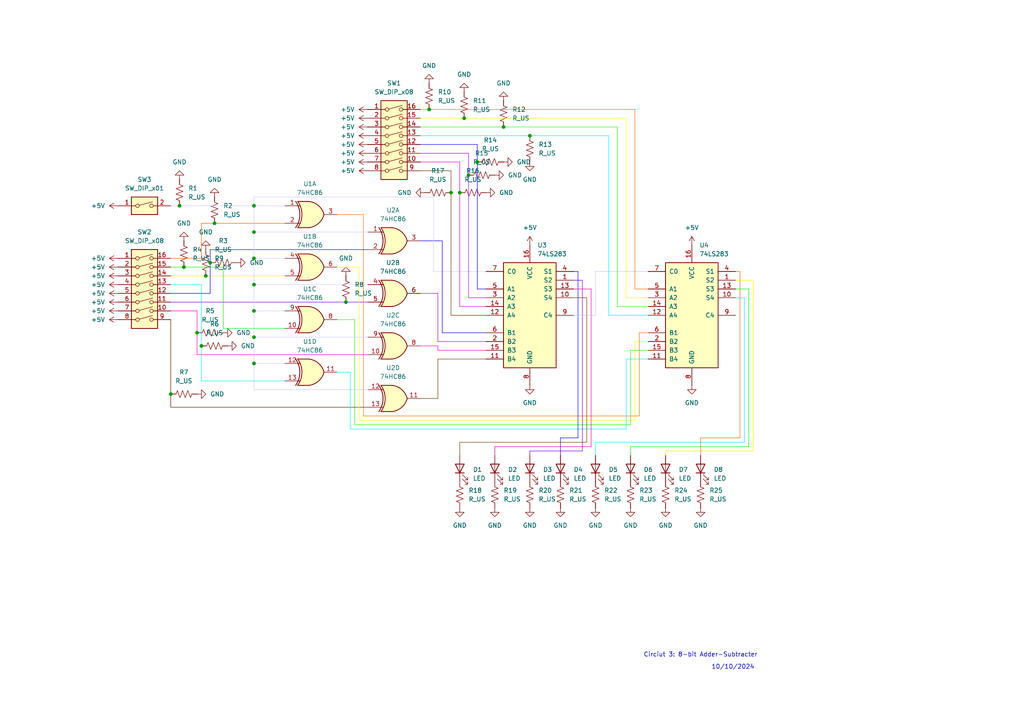
<source format=kicad_sch>
(kicad_sch
	(version 20231120)
	(generator "eeschema")
	(generator_version "8.0")
	(uuid "2785d466-3a27-4d99-9ef4-abcd028953b6")
	(paper "A4")
	(lib_symbols
		(symbol "74xx:74HC86"
			(pin_names
				(offset 1.016)
			)
			(exclude_from_sim no)
			(in_bom yes)
			(on_board yes)
			(property "Reference" "U"
				(at 0 1.27 0)
				(effects
					(font
						(size 1.27 1.27)
					)
				)
			)
			(property "Value" "74HC86"
				(at 0 -1.27 0)
				(effects
					(font
						(size 1.27 1.27)
					)
				)
			)
			(property "Footprint" ""
				(at 0 0 0)
				(effects
					(font
						(size 1.27 1.27)
					)
					(hide yes)
				)
			)
			(property "Datasheet" "http://www.ti.com/lit/gpn/sn74HC86"
				(at 0 0 0)
				(effects
					(font
						(size 1.27 1.27)
					)
					(hide yes)
				)
			)
			(property "Description" "Quad 2-input XOR"
				(at 0 0 0)
				(effects
					(font
						(size 1.27 1.27)
					)
					(hide yes)
				)
			)
			(property "ki_locked" ""
				(at 0 0 0)
				(effects
					(font
						(size 1.27 1.27)
					)
				)
			)
			(property "ki_keywords" "TTL XOR2"
				(at 0 0 0)
				(effects
					(font
						(size 1.27 1.27)
					)
					(hide yes)
				)
			)
			(property "ki_fp_filters" "DIP*W7.62mm*"
				(at 0 0 0)
				(effects
					(font
						(size 1.27 1.27)
					)
					(hide yes)
				)
			)
			(symbol "74HC86_1_0"
				(arc
					(start -4.4196 -3.81)
					(mid -3.2033 0)
					(end -4.4196 3.81)
					(stroke
						(width 0.254)
						(type default)
					)
					(fill
						(type none)
					)
				)
				(arc
					(start -3.81 -3.81)
					(mid -2.589 0)
					(end -3.81 3.81)
					(stroke
						(width 0.254)
						(type default)
					)
					(fill
						(type none)
					)
				)
				(arc
					(start -0.6096 -3.81)
					(mid 2.1842 -2.5851)
					(end 3.81 0)
					(stroke
						(width 0.254)
						(type default)
					)
					(fill
						(type background)
					)
				)
				(polyline
					(pts
						(xy -3.81 -3.81) (xy -0.635 -3.81)
					)
					(stroke
						(width 0.254)
						(type default)
					)
					(fill
						(type background)
					)
				)
				(polyline
					(pts
						(xy -3.81 3.81) (xy -0.635 3.81)
					)
					(stroke
						(width 0.254)
						(type default)
					)
					(fill
						(type background)
					)
				)
				(polyline
					(pts
						(xy -0.635 3.81) (xy -3.81 3.81) (xy -3.81 3.81) (xy -3.556 3.4036) (xy -3.0226 2.2606) (xy -2.6924 1.0414)
						(xy -2.6162 -0.254) (xy -2.7686 -1.4986) (xy -3.175 -2.7178) (xy -3.81 -3.81) (xy -3.81 -3.81)
						(xy -0.635 -3.81)
					)
					(stroke
						(width -25.4)
						(type default)
					)
					(fill
						(type background)
					)
				)
				(arc
					(start 3.81 0)
					(mid 2.1915 2.5936)
					(end -0.6096 3.81)
					(stroke
						(width 0.254)
						(type default)
					)
					(fill
						(type background)
					)
				)
				(pin input line
					(at -7.62 2.54 0)
					(length 4.445)
					(name "~"
						(effects
							(font
								(size 1.27 1.27)
							)
						)
					)
					(number "1"
						(effects
							(font
								(size 1.27 1.27)
							)
						)
					)
				)
				(pin input line
					(at -7.62 -2.54 0)
					(length 4.445)
					(name "~"
						(effects
							(font
								(size 1.27 1.27)
							)
						)
					)
					(number "2"
						(effects
							(font
								(size 1.27 1.27)
							)
						)
					)
				)
				(pin output line
					(at 7.62 0 180)
					(length 3.81)
					(name "~"
						(effects
							(font
								(size 1.27 1.27)
							)
						)
					)
					(number "3"
						(effects
							(font
								(size 1.27 1.27)
							)
						)
					)
				)
			)
			(symbol "74HC86_1_1"
				(polyline
					(pts
						(xy -3.81 -2.54) (xy -3.175 -2.54)
					)
					(stroke
						(width 0.1524)
						(type default)
					)
					(fill
						(type none)
					)
				)
				(polyline
					(pts
						(xy -3.81 2.54) (xy -3.175 2.54)
					)
					(stroke
						(width 0.1524)
						(type default)
					)
					(fill
						(type none)
					)
				)
			)
			(symbol "74HC86_2_0"
				(arc
					(start -4.4196 -3.81)
					(mid -3.2033 0)
					(end -4.4196 3.81)
					(stroke
						(width 0.254)
						(type default)
					)
					(fill
						(type none)
					)
				)
				(arc
					(start -3.81 -3.81)
					(mid -2.589 0)
					(end -3.81 3.81)
					(stroke
						(width 0.254)
						(type default)
					)
					(fill
						(type none)
					)
				)
				(arc
					(start -0.6096 -3.81)
					(mid 2.1842 -2.5851)
					(end 3.81 0)
					(stroke
						(width 0.254)
						(type default)
					)
					(fill
						(type background)
					)
				)
				(polyline
					(pts
						(xy -3.81 -3.81) (xy -0.635 -3.81)
					)
					(stroke
						(width 0.254)
						(type default)
					)
					(fill
						(type background)
					)
				)
				(polyline
					(pts
						(xy -3.81 3.81) (xy -0.635 3.81)
					)
					(stroke
						(width 0.254)
						(type default)
					)
					(fill
						(type background)
					)
				)
				(polyline
					(pts
						(xy -0.635 3.81) (xy -3.81 3.81) (xy -3.81 3.81) (xy -3.556 3.4036) (xy -3.0226 2.2606) (xy -2.6924 1.0414)
						(xy -2.6162 -0.254) (xy -2.7686 -1.4986) (xy -3.175 -2.7178) (xy -3.81 -3.81) (xy -3.81 -3.81)
						(xy -0.635 -3.81)
					)
					(stroke
						(width -25.4)
						(type default)
					)
					(fill
						(type background)
					)
				)
				(arc
					(start 3.81 0)
					(mid 2.1915 2.5936)
					(end -0.6096 3.81)
					(stroke
						(width 0.254)
						(type default)
					)
					(fill
						(type background)
					)
				)
				(pin input line
					(at -7.62 2.54 0)
					(length 4.445)
					(name "~"
						(effects
							(font
								(size 1.27 1.27)
							)
						)
					)
					(number "4"
						(effects
							(font
								(size 1.27 1.27)
							)
						)
					)
				)
				(pin input line
					(at -7.62 -2.54 0)
					(length 4.445)
					(name "~"
						(effects
							(font
								(size 1.27 1.27)
							)
						)
					)
					(number "5"
						(effects
							(font
								(size 1.27 1.27)
							)
						)
					)
				)
				(pin output line
					(at 7.62 0 180)
					(length 3.81)
					(name "~"
						(effects
							(font
								(size 1.27 1.27)
							)
						)
					)
					(number "6"
						(effects
							(font
								(size 1.27 1.27)
							)
						)
					)
				)
			)
			(symbol "74HC86_2_1"
				(polyline
					(pts
						(xy -3.81 -2.54) (xy -3.175 -2.54)
					)
					(stroke
						(width 0.1524)
						(type default)
					)
					(fill
						(type none)
					)
				)
				(polyline
					(pts
						(xy -3.81 2.54) (xy -3.175 2.54)
					)
					(stroke
						(width 0.1524)
						(type default)
					)
					(fill
						(type none)
					)
				)
			)
			(symbol "74HC86_3_0"
				(arc
					(start -4.4196 -3.81)
					(mid -3.2033 0)
					(end -4.4196 3.81)
					(stroke
						(width 0.254)
						(type default)
					)
					(fill
						(type none)
					)
				)
				(arc
					(start -3.81 -3.81)
					(mid -2.589 0)
					(end -3.81 3.81)
					(stroke
						(width 0.254)
						(type default)
					)
					(fill
						(type none)
					)
				)
				(arc
					(start -0.6096 -3.81)
					(mid 2.1842 -2.5851)
					(end 3.81 0)
					(stroke
						(width 0.254)
						(type default)
					)
					(fill
						(type background)
					)
				)
				(polyline
					(pts
						(xy -3.81 -3.81) (xy -0.635 -3.81)
					)
					(stroke
						(width 0.254)
						(type default)
					)
					(fill
						(type background)
					)
				)
				(polyline
					(pts
						(xy -3.81 3.81) (xy -0.635 3.81)
					)
					(stroke
						(width 0.254)
						(type default)
					)
					(fill
						(type background)
					)
				)
				(polyline
					(pts
						(xy -0.635 3.81) (xy -3.81 3.81) (xy -3.81 3.81) (xy -3.556 3.4036) (xy -3.0226 2.2606) (xy -2.6924 1.0414)
						(xy -2.6162 -0.254) (xy -2.7686 -1.4986) (xy -3.175 -2.7178) (xy -3.81 -3.81) (xy -3.81 -3.81)
						(xy -0.635 -3.81)
					)
					(stroke
						(width -25.4)
						(type default)
					)
					(fill
						(type background)
					)
				)
				(arc
					(start 3.81 0)
					(mid 2.1915 2.5936)
					(end -0.6096 3.81)
					(stroke
						(width 0.254)
						(type default)
					)
					(fill
						(type background)
					)
				)
				(pin input line
					(at -7.62 -2.54 0)
					(length 4.445)
					(name "~"
						(effects
							(font
								(size 1.27 1.27)
							)
						)
					)
					(number "10"
						(effects
							(font
								(size 1.27 1.27)
							)
						)
					)
				)
				(pin output line
					(at 7.62 0 180)
					(length 3.81)
					(name "~"
						(effects
							(font
								(size 1.27 1.27)
							)
						)
					)
					(number "8"
						(effects
							(font
								(size 1.27 1.27)
							)
						)
					)
				)
				(pin input line
					(at -7.62 2.54 0)
					(length 4.445)
					(name "~"
						(effects
							(font
								(size 1.27 1.27)
							)
						)
					)
					(number "9"
						(effects
							(font
								(size 1.27 1.27)
							)
						)
					)
				)
			)
			(symbol "74HC86_3_1"
				(polyline
					(pts
						(xy -3.81 -2.54) (xy -3.175 -2.54)
					)
					(stroke
						(width 0.1524)
						(type default)
					)
					(fill
						(type none)
					)
				)
				(polyline
					(pts
						(xy -3.81 2.54) (xy -3.175 2.54)
					)
					(stroke
						(width 0.1524)
						(type default)
					)
					(fill
						(type none)
					)
				)
			)
			(symbol "74HC86_4_0"
				(arc
					(start -4.4196 -3.81)
					(mid -3.2033 0)
					(end -4.4196 3.81)
					(stroke
						(width 0.254)
						(type default)
					)
					(fill
						(type none)
					)
				)
				(arc
					(start -3.81 -3.81)
					(mid -2.589 0)
					(end -3.81 3.81)
					(stroke
						(width 0.254)
						(type default)
					)
					(fill
						(type none)
					)
				)
				(arc
					(start -0.6096 -3.81)
					(mid 2.1842 -2.5851)
					(end 3.81 0)
					(stroke
						(width 0.254)
						(type default)
					)
					(fill
						(type background)
					)
				)
				(polyline
					(pts
						(xy -3.81 -3.81) (xy -0.635 -3.81)
					)
					(stroke
						(width 0.254)
						(type default)
					)
					(fill
						(type background)
					)
				)
				(polyline
					(pts
						(xy -3.81 3.81) (xy -0.635 3.81)
					)
					(stroke
						(width 0.254)
						(type default)
					)
					(fill
						(type background)
					)
				)
				(polyline
					(pts
						(xy -0.635 3.81) (xy -3.81 3.81) (xy -3.81 3.81) (xy -3.556 3.4036) (xy -3.0226 2.2606) (xy -2.6924 1.0414)
						(xy -2.6162 -0.254) (xy -2.7686 -1.4986) (xy -3.175 -2.7178) (xy -3.81 -3.81) (xy -3.81 -3.81)
						(xy -0.635 -3.81)
					)
					(stroke
						(width -25.4)
						(type default)
					)
					(fill
						(type background)
					)
				)
				(arc
					(start 3.81 0)
					(mid 2.1915 2.5936)
					(end -0.6096 3.81)
					(stroke
						(width 0.254)
						(type default)
					)
					(fill
						(type background)
					)
				)
				(pin output line
					(at 7.62 0 180)
					(length 3.81)
					(name "~"
						(effects
							(font
								(size 1.27 1.27)
							)
						)
					)
					(number "11"
						(effects
							(font
								(size 1.27 1.27)
							)
						)
					)
				)
				(pin input line
					(at -7.62 2.54 0)
					(length 4.445)
					(name "~"
						(effects
							(font
								(size 1.27 1.27)
							)
						)
					)
					(number "12"
						(effects
							(font
								(size 1.27 1.27)
							)
						)
					)
				)
				(pin input line
					(at -7.62 -2.54 0)
					(length 4.445)
					(name "~"
						(effects
							(font
								(size 1.27 1.27)
							)
						)
					)
					(number "13"
						(effects
							(font
								(size 1.27 1.27)
							)
						)
					)
				)
			)
			(symbol "74HC86_4_1"
				(polyline
					(pts
						(xy -3.81 -2.54) (xy -3.175 -2.54)
					)
					(stroke
						(width 0.1524)
						(type default)
					)
					(fill
						(type none)
					)
				)
				(polyline
					(pts
						(xy -3.81 2.54) (xy -3.175 2.54)
					)
					(stroke
						(width 0.1524)
						(type default)
					)
					(fill
						(type none)
					)
				)
			)
			(symbol "74HC86_5_0"
				(pin power_in line
					(at 0 12.7 270)
					(length 5.08)
					(name "VCC"
						(effects
							(font
								(size 1.27 1.27)
							)
						)
					)
					(number "14"
						(effects
							(font
								(size 1.27 1.27)
							)
						)
					)
				)
				(pin power_in line
					(at 0 -12.7 90)
					(length 5.08)
					(name "GND"
						(effects
							(font
								(size 1.27 1.27)
							)
						)
					)
					(number "7"
						(effects
							(font
								(size 1.27 1.27)
							)
						)
					)
				)
			)
			(symbol "74HC86_5_1"
				(rectangle
					(start -5.08 7.62)
					(end 5.08 -7.62)
					(stroke
						(width 0.254)
						(type default)
					)
					(fill
						(type background)
					)
				)
			)
		)
		(symbol "74xx:74LS283"
			(pin_names
				(offset 1.016)
			)
			(exclude_from_sim no)
			(in_bom yes)
			(on_board yes)
			(property "Reference" "U"
				(at -7.62 16.51 0)
				(effects
					(font
						(size 1.27 1.27)
					)
				)
			)
			(property "Value" "74LS283"
				(at -7.62 -16.51 0)
				(effects
					(font
						(size 1.27 1.27)
					)
				)
			)
			(property "Footprint" ""
				(at 0 0 0)
				(effects
					(font
						(size 1.27 1.27)
					)
					(hide yes)
				)
			)
			(property "Datasheet" "http://www.ti.com/lit/gpn/sn74LS283"
				(at 0 0 0)
				(effects
					(font
						(size 1.27 1.27)
					)
					(hide yes)
				)
			)
			(property "Description" "4-bit full Adder"
				(at 0 0 0)
				(effects
					(font
						(size 1.27 1.27)
					)
					(hide yes)
				)
			)
			(property "ki_locked" ""
				(at 0 0 0)
				(effects
					(font
						(size 1.27 1.27)
					)
				)
			)
			(property "ki_keywords" "TTL ADD Arith ALU"
				(at 0 0 0)
				(effects
					(font
						(size 1.27 1.27)
					)
					(hide yes)
				)
			)
			(property "ki_fp_filters" "DIP?16*"
				(at 0 0 0)
				(effects
					(font
						(size 1.27 1.27)
					)
					(hide yes)
				)
			)
			(symbol "74LS283_1_0"
				(pin output line
					(at 12.7 10.16 180)
					(length 5.08)
					(name "S2"
						(effects
							(font
								(size 1.27 1.27)
							)
						)
					)
					(number "1"
						(effects
							(font
								(size 1.27 1.27)
							)
						)
					)
				)
				(pin output line
					(at 12.7 5.08 180)
					(length 5.08)
					(name "S4"
						(effects
							(font
								(size 1.27 1.27)
							)
						)
					)
					(number "10"
						(effects
							(font
								(size 1.27 1.27)
							)
						)
					)
				)
				(pin input line
					(at -12.7 -12.7 0)
					(length 5.08)
					(name "B4"
						(effects
							(font
								(size 1.27 1.27)
							)
						)
					)
					(number "11"
						(effects
							(font
								(size 1.27 1.27)
							)
						)
					)
				)
				(pin input line
					(at -12.7 0 0)
					(length 5.08)
					(name "A4"
						(effects
							(font
								(size 1.27 1.27)
							)
						)
					)
					(number "12"
						(effects
							(font
								(size 1.27 1.27)
							)
						)
					)
				)
				(pin output line
					(at 12.7 7.62 180)
					(length 5.08)
					(name "S3"
						(effects
							(font
								(size 1.27 1.27)
							)
						)
					)
					(number "13"
						(effects
							(font
								(size 1.27 1.27)
							)
						)
					)
				)
				(pin input line
					(at -12.7 2.54 0)
					(length 5.08)
					(name "A3"
						(effects
							(font
								(size 1.27 1.27)
							)
						)
					)
					(number "14"
						(effects
							(font
								(size 1.27 1.27)
							)
						)
					)
				)
				(pin input line
					(at -12.7 -10.16 0)
					(length 5.08)
					(name "B3"
						(effects
							(font
								(size 1.27 1.27)
							)
						)
					)
					(number "15"
						(effects
							(font
								(size 1.27 1.27)
							)
						)
					)
				)
				(pin power_in line
					(at 0 20.32 270)
					(length 5.08)
					(name "VCC"
						(effects
							(font
								(size 1.27 1.27)
							)
						)
					)
					(number "16"
						(effects
							(font
								(size 1.27 1.27)
							)
						)
					)
				)
				(pin input line
					(at -12.7 -7.62 0)
					(length 5.08)
					(name "B2"
						(effects
							(font
								(size 1.27 1.27)
							)
						)
					)
					(number "2"
						(effects
							(font
								(size 1.27 1.27)
							)
						)
					)
				)
				(pin input line
					(at -12.7 5.08 0)
					(length 5.08)
					(name "A2"
						(effects
							(font
								(size 1.27 1.27)
							)
						)
					)
					(number "3"
						(effects
							(font
								(size 1.27 1.27)
							)
						)
					)
				)
				(pin output line
					(at 12.7 12.7 180)
					(length 5.08)
					(name "S1"
						(effects
							(font
								(size 1.27 1.27)
							)
						)
					)
					(number "4"
						(effects
							(font
								(size 1.27 1.27)
							)
						)
					)
				)
				(pin input line
					(at -12.7 7.62 0)
					(length 5.08)
					(name "A1"
						(effects
							(font
								(size 1.27 1.27)
							)
						)
					)
					(number "5"
						(effects
							(font
								(size 1.27 1.27)
							)
						)
					)
				)
				(pin input line
					(at -12.7 -5.08 0)
					(length 5.08)
					(name "B1"
						(effects
							(font
								(size 1.27 1.27)
							)
						)
					)
					(number "6"
						(effects
							(font
								(size 1.27 1.27)
							)
						)
					)
				)
				(pin input line
					(at -12.7 12.7 0)
					(length 5.08)
					(name "C0"
						(effects
							(font
								(size 1.27 1.27)
							)
						)
					)
					(number "7"
						(effects
							(font
								(size 1.27 1.27)
							)
						)
					)
				)
				(pin power_in line
					(at 0 -20.32 90)
					(length 5.08)
					(name "GND"
						(effects
							(font
								(size 1.27 1.27)
							)
						)
					)
					(number "8"
						(effects
							(font
								(size 1.27 1.27)
							)
						)
					)
				)
				(pin output line
					(at 12.7 0 180)
					(length 5.08)
					(name "C4"
						(effects
							(font
								(size 1.27 1.27)
							)
						)
					)
					(number "9"
						(effects
							(font
								(size 1.27 1.27)
							)
						)
					)
				)
			)
			(symbol "74LS283_1_1"
				(rectangle
					(start -7.62 15.24)
					(end 7.62 -15.24)
					(stroke
						(width 0.254)
						(type default)
					)
					(fill
						(type background)
					)
				)
			)
		)
		(symbol "Device:LED"
			(pin_numbers hide)
			(pin_names
				(offset 1.016) hide)
			(exclude_from_sim no)
			(in_bom yes)
			(on_board yes)
			(property "Reference" "D"
				(at 0 2.54 0)
				(effects
					(font
						(size 1.27 1.27)
					)
				)
			)
			(property "Value" "LED"
				(at 0 -2.54 0)
				(effects
					(font
						(size 1.27 1.27)
					)
				)
			)
			(property "Footprint" ""
				(at 0 0 0)
				(effects
					(font
						(size 1.27 1.27)
					)
					(hide yes)
				)
			)
			(property "Datasheet" "~"
				(at 0 0 0)
				(effects
					(font
						(size 1.27 1.27)
					)
					(hide yes)
				)
			)
			(property "Description" "Light emitting diode"
				(at 0 0 0)
				(effects
					(font
						(size 1.27 1.27)
					)
					(hide yes)
				)
			)
			(property "ki_keywords" "LED diode"
				(at 0 0 0)
				(effects
					(font
						(size 1.27 1.27)
					)
					(hide yes)
				)
			)
			(property "ki_fp_filters" "LED* LED_SMD:* LED_THT:*"
				(at 0 0 0)
				(effects
					(font
						(size 1.27 1.27)
					)
					(hide yes)
				)
			)
			(symbol "LED_0_1"
				(polyline
					(pts
						(xy -1.27 -1.27) (xy -1.27 1.27)
					)
					(stroke
						(width 0.254)
						(type default)
					)
					(fill
						(type none)
					)
				)
				(polyline
					(pts
						(xy -1.27 0) (xy 1.27 0)
					)
					(stroke
						(width 0)
						(type default)
					)
					(fill
						(type none)
					)
				)
				(polyline
					(pts
						(xy 1.27 -1.27) (xy 1.27 1.27) (xy -1.27 0) (xy 1.27 -1.27)
					)
					(stroke
						(width 0.254)
						(type default)
					)
					(fill
						(type none)
					)
				)
				(polyline
					(pts
						(xy -3.048 -0.762) (xy -4.572 -2.286) (xy -3.81 -2.286) (xy -4.572 -2.286) (xy -4.572 -1.524)
					)
					(stroke
						(width 0)
						(type default)
					)
					(fill
						(type none)
					)
				)
				(polyline
					(pts
						(xy -1.778 -0.762) (xy -3.302 -2.286) (xy -2.54 -2.286) (xy -3.302 -2.286) (xy -3.302 -1.524)
					)
					(stroke
						(width 0)
						(type default)
					)
					(fill
						(type none)
					)
				)
			)
			(symbol "LED_1_1"
				(pin passive line
					(at -3.81 0 0)
					(length 2.54)
					(name "K"
						(effects
							(font
								(size 1.27 1.27)
							)
						)
					)
					(number "1"
						(effects
							(font
								(size 1.27 1.27)
							)
						)
					)
				)
				(pin passive line
					(at 3.81 0 180)
					(length 2.54)
					(name "A"
						(effects
							(font
								(size 1.27 1.27)
							)
						)
					)
					(number "2"
						(effects
							(font
								(size 1.27 1.27)
							)
						)
					)
				)
			)
		)
		(symbol "Device:R_US"
			(pin_numbers hide)
			(pin_names
				(offset 0)
			)
			(exclude_from_sim no)
			(in_bom yes)
			(on_board yes)
			(property "Reference" "R"
				(at 2.54 0 90)
				(effects
					(font
						(size 1.27 1.27)
					)
				)
			)
			(property "Value" "R_US"
				(at -2.54 0 90)
				(effects
					(font
						(size 1.27 1.27)
					)
				)
			)
			(property "Footprint" ""
				(at 1.016 -0.254 90)
				(effects
					(font
						(size 1.27 1.27)
					)
					(hide yes)
				)
			)
			(property "Datasheet" "~"
				(at 0 0 0)
				(effects
					(font
						(size 1.27 1.27)
					)
					(hide yes)
				)
			)
			(property "Description" "Resistor, US symbol"
				(at 0 0 0)
				(effects
					(font
						(size 1.27 1.27)
					)
					(hide yes)
				)
			)
			(property "ki_keywords" "R res resistor"
				(at 0 0 0)
				(effects
					(font
						(size 1.27 1.27)
					)
					(hide yes)
				)
			)
			(property "ki_fp_filters" "R_*"
				(at 0 0 0)
				(effects
					(font
						(size 1.27 1.27)
					)
					(hide yes)
				)
			)
			(symbol "R_US_0_1"
				(polyline
					(pts
						(xy 0 -2.286) (xy 0 -2.54)
					)
					(stroke
						(width 0)
						(type default)
					)
					(fill
						(type none)
					)
				)
				(polyline
					(pts
						(xy 0 2.286) (xy 0 2.54)
					)
					(stroke
						(width 0)
						(type default)
					)
					(fill
						(type none)
					)
				)
				(polyline
					(pts
						(xy 0 -0.762) (xy 1.016 -1.143) (xy 0 -1.524) (xy -1.016 -1.905) (xy 0 -2.286)
					)
					(stroke
						(width 0)
						(type default)
					)
					(fill
						(type none)
					)
				)
				(polyline
					(pts
						(xy 0 0.762) (xy 1.016 0.381) (xy 0 0) (xy -1.016 -0.381) (xy 0 -0.762)
					)
					(stroke
						(width 0)
						(type default)
					)
					(fill
						(type none)
					)
				)
				(polyline
					(pts
						(xy 0 2.286) (xy 1.016 1.905) (xy 0 1.524) (xy -1.016 1.143) (xy 0 0.762)
					)
					(stroke
						(width 0)
						(type default)
					)
					(fill
						(type none)
					)
				)
			)
			(symbol "R_US_1_1"
				(pin passive line
					(at 0 3.81 270)
					(length 1.27)
					(name "~"
						(effects
							(font
								(size 1.27 1.27)
							)
						)
					)
					(number "1"
						(effects
							(font
								(size 1.27 1.27)
							)
						)
					)
				)
				(pin passive line
					(at 0 -3.81 90)
					(length 1.27)
					(name "~"
						(effects
							(font
								(size 1.27 1.27)
							)
						)
					)
					(number "2"
						(effects
							(font
								(size 1.27 1.27)
							)
						)
					)
				)
			)
		)
		(symbol "Switch:SW_DIP_x01"
			(pin_names
				(offset 0) hide)
			(exclude_from_sim no)
			(in_bom yes)
			(on_board yes)
			(property "Reference" "SW"
				(at 0 3.81 0)
				(effects
					(font
						(size 1.27 1.27)
					)
				)
			)
			(property "Value" "SW_DIP_x01"
				(at 0 -3.81 0)
				(effects
					(font
						(size 1.27 1.27)
					)
				)
			)
			(property "Footprint" ""
				(at 0 0 0)
				(effects
					(font
						(size 1.27 1.27)
					)
					(hide yes)
				)
			)
			(property "Datasheet" "~"
				(at 0 0 0)
				(effects
					(font
						(size 1.27 1.27)
					)
					(hide yes)
				)
			)
			(property "Description" "1x DIP Switch, Single Pole Single Throw (SPST) switch, small symbol"
				(at 0 0 0)
				(effects
					(font
						(size 1.27 1.27)
					)
					(hide yes)
				)
			)
			(property "ki_keywords" "dip switch"
				(at 0 0 0)
				(effects
					(font
						(size 1.27 1.27)
					)
					(hide yes)
				)
			)
			(property "ki_fp_filters" "SW?DIP?x1*"
				(at 0 0 0)
				(effects
					(font
						(size 1.27 1.27)
					)
					(hide yes)
				)
			)
			(symbol "SW_DIP_x01_0_0"
				(circle
					(center -2.032 0)
					(radius 0.508)
					(stroke
						(width 0)
						(type default)
					)
					(fill
						(type none)
					)
				)
				(polyline
					(pts
						(xy -1.524 0.127) (xy 2.3622 1.1684)
					)
					(stroke
						(width 0)
						(type default)
					)
					(fill
						(type none)
					)
				)
				(circle
					(center 2.032 0)
					(radius 0.508)
					(stroke
						(width 0)
						(type default)
					)
					(fill
						(type none)
					)
				)
			)
			(symbol "SW_DIP_x01_0_1"
				(rectangle
					(start -3.81 2.54)
					(end 3.81 -2.54)
					(stroke
						(width 0.254)
						(type default)
					)
					(fill
						(type background)
					)
				)
			)
			(symbol "SW_DIP_x01_1_1"
				(pin passive line
					(at -7.62 0 0)
					(length 5.08)
					(name "~"
						(effects
							(font
								(size 1.27 1.27)
							)
						)
					)
					(number "1"
						(effects
							(font
								(size 1.27 1.27)
							)
						)
					)
				)
				(pin passive line
					(at 7.62 0 180)
					(length 5.08)
					(name "~"
						(effects
							(font
								(size 1.27 1.27)
							)
						)
					)
					(number "2"
						(effects
							(font
								(size 1.27 1.27)
							)
						)
					)
				)
			)
		)
		(symbol "Switch:SW_DIP_x08"
			(pin_names
				(offset 0) hide)
			(exclude_from_sim no)
			(in_bom yes)
			(on_board yes)
			(property "Reference" "SW"
				(at 0 13.97 0)
				(effects
					(font
						(size 1.27 1.27)
					)
				)
			)
			(property "Value" "SW_DIP_x08"
				(at 0 -11.43 0)
				(effects
					(font
						(size 1.27 1.27)
					)
				)
			)
			(property "Footprint" ""
				(at 0 0 0)
				(effects
					(font
						(size 1.27 1.27)
					)
					(hide yes)
				)
			)
			(property "Datasheet" "~"
				(at 0 0 0)
				(effects
					(font
						(size 1.27 1.27)
					)
					(hide yes)
				)
			)
			(property "Description" "8x DIP Switch, Single Pole Single Throw (SPST) switch, small symbol"
				(at 0 0 0)
				(effects
					(font
						(size 1.27 1.27)
					)
					(hide yes)
				)
			)
			(property "ki_keywords" "dip switch"
				(at 0 0 0)
				(effects
					(font
						(size 1.27 1.27)
					)
					(hide yes)
				)
			)
			(property "ki_fp_filters" "SW?DIP?x8*"
				(at 0 0 0)
				(effects
					(font
						(size 1.27 1.27)
					)
					(hide yes)
				)
			)
			(symbol "SW_DIP_x08_0_0"
				(circle
					(center -2.032 -7.62)
					(radius 0.508)
					(stroke
						(width 0)
						(type default)
					)
					(fill
						(type none)
					)
				)
				(circle
					(center -2.032 -5.08)
					(radius 0.508)
					(stroke
						(width 0)
						(type default)
					)
					(fill
						(type none)
					)
				)
				(circle
					(center -2.032 -2.54)
					(radius 0.508)
					(stroke
						(width 0)
						(type default)
					)
					(fill
						(type none)
					)
				)
				(circle
					(center -2.032 0)
					(radius 0.508)
					(stroke
						(width 0)
						(type default)
					)
					(fill
						(type none)
					)
				)
				(circle
					(center -2.032 2.54)
					(radius 0.508)
					(stroke
						(width 0)
						(type default)
					)
					(fill
						(type none)
					)
				)
				(circle
					(center -2.032 5.08)
					(radius 0.508)
					(stroke
						(width 0)
						(type default)
					)
					(fill
						(type none)
					)
				)
				(circle
					(center -2.032 7.62)
					(radius 0.508)
					(stroke
						(width 0)
						(type default)
					)
					(fill
						(type none)
					)
				)
				(circle
					(center -2.032 10.16)
					(radius 0.508)
					(stroke
						(width 0)
						(type default)
					)
					(fill
						(type none)
					)
				)
				(polyline
					(pts
						(xy -1.524 -7.4676) (xy 2.3622 -6.4262)
					)
					(stroke
						(width 0)
						(type default)
					)
					(fill
						(type none)
					)
				)
				(polyline
					(pts
						(xy -1.524 -4.9276) (xy 2.3622 -3.8862)
					)
					(stroke
						(width 0)
						(type default)
					)
					(fill
						(type none)
					)
				)
				(polyline
					(pts
						(xy -1.524 -2.3876) (xy 2.3622 -1.3462)
					)
					(stroke
						(width 0)
						(type default)
					)
					(fill
						(type none)
					)
				)
				(polyline
					(pts
						(xy -1.524 0.127) (xy 2.3622 1.1684)
					)
					(stroke
						(width 0)
						(type default)
					)
					(fill
						(type none)
					)
				)
				(polyline
					(pts
						(xy -1.524 2.667) (xy 2.3622 3.7084)
					)
					(stroke
						(width 0)
						(type default)
					)
					(fill
						(type none)
					)
				)
				(polyline
					(pts
						(xy -1.524 5.207) (xy 2.3622 6.2484)
					)
					(stroke
						(width 0)
						(type default)
					)
					(fill
						(type none)
					)
				)
				(polyline
					(pts
						(xy -1.524 7.747) (xy 2.3622 8.7884)
					)
					(stroke
						(width 0)
						(type default)
					)
					(fill
						(type none)
					)
				)
				(polyline
					(pts
						(xy -1.524 10.287) (xy 2.3622 11.3284)
					)
					(stroke
						(width 0)
						(type default)
					)
					(fill
						(type none)
					)
				)
				(circle
					(center 2.032 -7.62)
					(radius 0.508)
					(stroke
						(width 0)
						(type default)
					)
					(fill
						(type none)
					)
				)
				(circle
					(center 2.032 -5.08)
					(radius 0.508)
					(stroke
						(width 0)
						(type default)
					)
					(fill
						(type none)
					)
				)
				(circle
					(center 2.032 -2.54)
					(radius 0.508)
					(stroke
						(width 0)
						(type default)
					)
					(fill
						(type none)
					)
				)
				(circle
					(center 2.032 0)
					(radius 0.508)
					(stroke
						(width 0)
						(type default)
					)
					(fill
						(type none)
					)
				)
				(circle
					(center 2.032 2.54)
					(radius 0.508)
					(stroke
						(width 0)
						(type default)
					)
					(fill
						(type none)
					)
				)
				(circle
					(center 2.032 5.08)
					(radius 0.508)
					(stroke
						(width 0)
						(type default)
					)
					(fill
						(type none)
					)
				)
				(circle
					(center 2.032 7.62)
					(radius 0.508)
					(stroke
						(width 0)
						(type default)
					)
					(fill
						(type none)
					)
				)
				(circle
					(center 2.032 10.16)
					(radius 0.508)
					(stroke
						(width 0)
						(type default)
					)
					(fill
						(type none)
					)
				)
			)
			(symbol "SW_DIP_x08_0_1"
				(rectangle
					(start -3.81 12.7)
					(end 3.81 -10.16)
					(stroke
						(width 0.254)
						(type default)
					)
					(fill
						(type background)
					)
				)
			)
			(symbol "SW_DIP_x08_1_1"
				(pin passive line
					(at -7.62 10.16 0)
					(length 5.08)
					(name "~"
						(effects
							(font
								(size 1.27 1.27)
							)
						)
					)
					(number "1"
						(effects
							(font
								(size 1.27 1.27)
							)
						)
					)
				)
				(pin passive line
					(at 7.62 -5.08 180)
					(length 5.08)
					(name "~"
						(effects
							(font
								(size 1.27 1.27)
							)
						)
					)
					(number "10"
						(effects
							(font
								(size 1.27 1.27)
							)
						)
					)
				)
				(pin passive line
					(at 7.62 -2.54 180)
					(length 5.08)
					(name "~"
						(effects
							(font
								(size 1.27 1.27)
							)
						)
					)
					(number "11"
						(effects
							(font
								(size 1.27 1.27)
							)
						)
					)
				)
				(pin passive line
					(at 7.62 0 180)
					(length 5.08)
					(name "~"
						(effects
							(font
								(size 1.27 1.27)
							)
						)
					)
					(number "12"
						(effects
							(font
								(size 1.27 1.27)
							)
						)
					)
				)
				(pin passive line
					(at 7.62 2.54 180)
					(length 5.08)
					(name "~"
						(effects
							(font
								(size 1.27 1.27)
							)
						)
					)
					(number "13"
						(effects
							(font
								(size 1.27 1.27)
							)
						)
					)
				)
				(pin passive line
					(at 7.62 5.08 180)
					(length 5.08)
					(name "~"
						(effects
							(font
								(size 1.27 1.27)
							)
						)
					)
					(number "14"
						(effects
							(font
								(size 1.27 1.27)
							)
						)
					)
				)
				(pin passive line
					(at 7.62 7.62 180)
					(length 5.08)
					(name "~"
						(effects
							(font
								(size 1.27 1.27)
							)
						)
					)
					(number "15"
						(effects
							(font
								(size 1.27 1.27)
							)
						)
					)
				)
				(pin passive line
					(at 7.62 10.16 180)
					(length 5.08)
					(name "~"
						(effects
							(font
								(size 1.27 1.27)
							)
						)
					)
					(number "16"
						(effects
							(font
								(size 1.27 1.27)
							)
						)
					)
				)
				(pin passive line
					(at -7.62 7.62 0)
					(length 5.08)
					(name "~"
						(effects
							(font
								(size 1.27 1.27)
							)
						)
					)
					(number "2"
						(effects
							(font
								(size 1.27 1.27)
							)
						)
					)
				)
				(pin passive line
					(at -7.62 5.08 0)
					(length 5.08)
					(name "~"
						(effects
							(font
								(size 1.27 1.27)
							)
						)
					)
					(number "3"
						(effects
							(font
								(size 1.27 1.27)
							)
						)
					)
				)
				(pin passive line
					(at -7.62 2.54 0)
					(length 5.08)
					(name "~"
						(effects
							(font
								(size 1.27 1.27)
							)
						)
					)
					(number "4"
						(effects
							(font
								(size 1.27 1.27)
							)
						)
					)
				)
				(pin passive line
					(at -7.62 0 0)
					(length 5.08)
					(name "~"
						(effects
							(font
								(size 1.27 1.27)
							)
						)
					)
					(number "5"
						(effects
							(font
								(size 1.27 1.27)
							)
						)
					)
				)
				(pin passive line
					(at -7.62 -2.54 0)
					(length 5.08)
					(name "~"
						(effects
							(font
								(size 1.27 1.27)
							)
						)
					)
					(number "6"
						(effects
							(font
								(size 1.27 1.27)
							)
						)
					)
				)
				(pin passive line
					(at -7.62 -5.08 0)
					(length 5.08)
					(name "~"
						(effects
							(font
								(size 1.27 1.27)
							)
						)
					)
					(number "7"
						(effects
							(font
								(size 1.27 1.27)
							)
						)
					)
				)
				(pin passive line
					(at -7.62 -7.62 0)
					(length 5.08)
					(name "~"
						(effects
							(font
								(size 1.27 1.27)
							)
						)
					)
					(number "8"
						(effects
							(font
								(size 1.27 1.27)
							)
						)
					)
				)
				(pin passive line
					(at 7.62 -7.62 180)
					(length 5.08)
					(name "~"
						(effects
							(font
								(size 1.27 1.27)
							)
						)
					)
					(number "9"
						(effects
							(font
								(size 1.27 1.27)
							)
						)
					)
				)
			)
		)
		(symbol "power:+5V"
			(power)
			(pin_numbers hide)
			(pin_names
				(offset 0) hide)
			(exclude_from_sim no)
			(in_bom yes)
			(on_board yes)
			(property "Reference" "#PWR"
				(at 0 -3.81 0)
				(effects
					(font
						(size 1.27 1.27)
					)
					(hide yes)
				)
			)
			(property "Value" "+5V"
				(at 0 3.556 0)
				(effects
					(font
						(size 1.27 1.27)
					)
				)
			)
			(property "Footprint" ""
				(at 0 0 0)
				(effects
					(font
						(size 1.27 1.27)
					)
					(hide yes)
				)
			)
			(property "Datasheet" ""
				(at 0 0 0)
				(effects
					(font
						(size 1.27 1.27)
					)
					(hide yes)
				)
			)
			(property "Description" "Power symbol creates a global label with name \"+5V\""
				(at 0 0 0)
				(effects
					(font
						(size 1.27 1.27)
					)
					(hide yes)
				)
			)
			(property "ki_keywords" "global power"
				(at 0 0 0)
				(effects
					(font
						(size 1.27 1.27)
					)
					(hide yes)
				)
			)
			(symbol "+5V_0_1"
				(polyline
					(pts
						(xy -0.762 1.27) (xy 0 2.54)
					)
					(stroke
						(width 0)
						(type default)
					)
					(fill
						(type none)
					)
				)
				(polyline
					(pts
						(xy 0 0) (xy 0 2.54)
					)
					(stroke
						(width 0)
						(type default)
					)
					(fill
						(type none)
					)
				)
				(polyline
					(pts
						(xy 0 2.54) (xy 0.762 1.27)
					)
					(stroke
						(width 0)
						(type default)
					)
					(fill
						(type none)
					)
				)
			)
			(symbol "+5V_1_1"
				(pin power_in line
					(at 0 0 90)
					(length 0)
					(name "~"
						(effects
							(font
								(size 1.27 1.27)
							)
						)
					)
					(number "1"
						(effects
							(font
								(size 1.27 1.27)
							)
						)
					)
				)
			)
		)
		(symbol "power:GND"
			(power)
			(pin_numbers hide)
			(pin_names
				(offset 0) hide)
			(exclude_from_sim no)
			(in_bom yes)
			(on_board yes)
			(property "Reference" "#PWR"
				(at 0 -6.35 0)
				(effects
					(font
						(size 1.27 1.27)
					)
					(hide yes)
				)
			)
			(property "Value" "GND"
				(at 0 -3.81 0)
				(effects
					(font
						(size 1.27 1.27)
					)
				)
			)
			(property "Footprint" ""
				(at 0 0 0)
				(effects
					(font
						(size 1.27 1.27)
					)
					(hide yes)
				)
			)
			(property "Datasheet" ""
				(at 0 0 0)
				(effects
					(font
						(size 1.27 1.27)
					)
					(hide yes)
				)
			)
			(property "Description" "Power symbol creates a global label with name \"GND\" , ground"
				(at 0 0 0)
				(effects
					(font
						(size 1.27 1.27)
					)
					(hide yes)
				)
			)
			(property "ki_keywords" "global power"
				(at 0 0 0)
				(effects
					(font
						(size 1.27 1.27)
					)
					(hide yes)
				)
			)
			(symbol "GND_0_1"
				(polyline
					(pts
						(xy 0 0) (xy 0 -1.27) (xy 1.27 -1.27) (xy 0 -2.54) (xy -1.27 -1.27) (xy 0 -1.27)
					)
					(stroke
						(width 0)
						(type default)
					)
					(fill
						(type none)
					)
				)
			)
			(symbol "GND_1_1"
				(pin power_in line
					(at 0 0 270)
					(length 0)
					(name "~"
						(effects
							(font
								(size 1.27 1.27)
							)
						)
					)
					(number "1"
						(effects
							(font
								(size 1.27 1.27)
							)
						)
					)
				)
			)
		)
	)
	(junction
		(at 100.33 87.63)
		(diameter 0)
		(color 0 0 0 0)
		(uuid "0f11c885-8290-42ec-8023-88c7c7507d94")
	)
	(junction
		(at 62.23 64.77)
		(diameter 0)
		(color 0 0 0 0)
		(uuid "1dc35329-93ae-4e97-8a13-5c9f47637514")
	)
	(junction
		(at 73.66 97.79)
		(diameter 0)
		(color 0 0 0 0)
		(uuid "2e48e2c5-9688-4c7e-b654-9f2340bbecec")
	)
	(junction
		(at 59.69 80.01)
		(diameter 0)
		(color 0 0 0 0)
		(uuid "304dbea9-3d12-4b4b-8e3e-df5342b1a610")
	)
	(junction
		(at 57.15 96.52)
		(diameter 0)
		(color 0 0 0 0)
		(uuid "32c7b55f-12b1-48f6-a9f4-da362299fa05")
	)
	(junction
		(at 53.34 77.47)
		(diameter 0)
		(color 0 0 0 0)
		(uuid "3c106887-56d8-45f5-a1ee-df805830398b")
	)
	(junction
		(at 138.43 46.99)
		(diameter 0)
		(color 0 0 0 0)
		(uuid "4c7968b2-88c5-4c23-b594-e4a1b062762c")
	)
	(junction
		(at 73.66 90.17)
		(diameter 0)
		(color 0 0 0 0)
		(uuid "5b39d82f-e2e8-4565-8b2c-f691cd9290c5")
	)
	(junction
		(at 73.66 74.93)
		(diameter 0)
		(color 0 0 0 0)
		(uuid "6efc22bf-2f14-4b48-a115-227b0aa0b321")
	)
	(junction
		(at 52.07 59.69)
		(diameter 0)
		(color 0 0 0 0)
		(uuid "7c57c04b-f6e9-4cd2-87bb-242d3146aa95")
	)
	(junction
		(at 73.66 59.69)
		(diameter 0)
		(color 0 0 0 0)
		(uuid "95795e48-b499-4b68-bbd0-a6d0681257df")
	)
	(junction
		(at 134.62 34.29)
		(diameter 0)
		(color 0 0 0 0)
		(uuid "9e2ecbea-e782-4a1b-8445-854d0d9166bf")
	)
	(junction
		(at 73.66 82.55)
		(diameter 0)
		(color 0 0 0 0)
		(uuid "a0ee6d30-ed00-46a7-a9a9-a078b7092447")
	)
	(junction
		(at 73.66 67.31)
		(diameter 0)
		(color 0 0 0 0)
		(uuid "a39f605f-9243-413e-8ab9-bb9e6b0852be")
	)
	(junction
		(at 58.42 100.33)
		(diameter 0)
		(color 0 0 0 0)
		(uuid "bf135543-48cc-4aaf-948c-eb016834848f")
	)
	(junction
		(at 49.53 114.3)
		(diameter 0)
		(color 0 0 0 0)
		(uuid "c3bf1acb-0816-4fe1-ac85-ebbf091c2ce4")
	)
	(junction
		(at 146.05 36.83)
		(diameter 0)
		(color 0 0 0 0)
		(uuid "c66e0287-5c6d-495e-ac8e-380b8eb3478d")
	)
	(junction
		(at 130.81 55.88)
		(diameter 0)
		(color 0 0 0 0)
		(uuid "c6c03635-cce3-4cb7-9883-b3274b176431")
	)
	(junction
		(at 135.89 50.8)
		(diameter 0)
		(color 0 0 0 0)
		(uuid "cd44ef8b-b3d5-4fa8-b12c-e49ec8a3abf7")
	)
	(junction
		(at 73.66 105.41)
		(diameter 0)
		(color 0 0 0 0)
		(uuid "cf4cfe50-8e14-4185-84d6-7b417b679f3f")
	)
	(junction
		(at 153.67 39.37)
		(diameter 0)
		(color 0 0 0 0)
		(uuid "d929f01c-0101-47ae-9c91-cbf73892dcfe")
	)
	(junction
		(at 124.46 31.75)
		(diameter 0)
		(color 0 0 0 0)
		(uuid "e42fbea4-2dbb-412d-ac58-a55344887a30")
	)
	(junction
		(at 60.96 76.2)
		(diameter 0)
		(color 0 0 0 0)
		(uuid "ead56c0f-6bb3-4784-9ae8-3dfbbc320b68")
	)
	(junction
		(at 133.35 55.88)
		(diameter 0)
		(color 0 0 0 0)
		(uuid "f0f6d93c-6726-4c61-ada3-ab8e7cd1b1b2")
	)
	(wire
		(pts
			(xy 167.64 127) (xy 162.56 127)
		)
		(stroke
			(width 0)
			(type default)
			(color 6 7 255 1)
		)
		(uuid "01e353e8-aaab-48ab-8737-9ebcd4bff89a")
	)
	(wire
		(pts
			(xy 73.66 59.69) (xy 73.66 57.15)
		)
		(stroke
			(width 0)
			(type default)
			(color 212 204 255 1)
		)
		(uuid "02e8d030-2d69-4d06-83da-4469d209fe83")
	)
	(wire
		(pts
			(xy 58.42 100.33) (xy 58.42 110.49)
		)
		(stroke
			(width 0)
			(type default)
			(color 0 251 255 1)
		)
		(uuid "03dce6aa-ea57-476d-988d-c41d2e893662")
	)
	(wire
		(pts
			(xy 187.96 104.14) (xy 181.61 104.14)
		)
		(stroke
			(width 0)
			(type default)
			(color 0 247 255 1)
		)
		(uuid "075ac62f-b678-46d0-b75e-c16747ed37f6")
	)
	(wire
		(pts
			(xy 58.42 74.93) (xy 58.42 64.77)
		)
		(stroke
			(width 0)
			(type default)
			(color 255 101 0 1)
		)
		(uuid "09960c82-59cd-4ac5-9279-5fc0f57b7675")
	)
	(wire
		(pts
			(xy 73.66 59.69) (xy 73.66 67.31)
		)
		(stroke
			(width 0)
			(type default)
			(color 212 204 255 1)
		)
		(uuid "0bc2ee9b-e159-4877-890f-3758317dc7b3")
	)
	(wire
		(pts
			(xy 135.89 44.45) (xy 135.89 50.8)
		)
		(stroke
			(width 0)
			(type default)
			(color 174 8 255 1)
		)
		(uuid "10b10ec4-8cd2-429b-825a-6075ed3f1d2d")
	)
	(wire
		(pts
			(xy 133.35 128.27) (xy 133.35 132.08)
		)
		(stroke
			(width 0)
			(type default)
			(color 116 72 0 1)
		)
		(uuid "13045ebe-633e-4580-ab79-31a0d83ea670")
	)
	(wire
		(pts
			(xy 138.43 83.82) (xy 140.97 83.82)
		)
		(stroke
			(width 0)
			(type default)
			(color 19 0 255 1)
		)
		(uuid "168431d1-5e8a-4296-a0c2-7efb9c43e799")
	)
	(wire
		(pts
			(xy 101.6 124.46) (xy 101.6 107.95)
		)
		(stroke
			(width 0)
			(type default)
			(color 0 247 255 1)
		)
		(uuid "17d02507-36de-4eb0-bb7d-a3316a6ce15e")
	)
	(wire
		(pts
			(xy 182.88 123.19) (xy 182.88 101.6)
		)
		(stroke
			(width 0)
			(type default)
			(color 39 255 10 1)
		)
		(uuid "18b7d845-5ddf-47cf-bfbb-b413d0ce2448")
	)
	(wire
		(pts
			(xy 143.51 129.54) (xy 143.51 132.08)
		)
		(stroke
			(width 0)
			(type default)
			(color 255 0 172 1)
		)
		(uuid "195eb06f-5daa-44d1-aab0-a0c6fa8226f3")
	)
	(wire
		(pts
			(xy 121.92 69.85) (xy 128.27 69.85)
		)
		(stroke
			(width 0)
			(type default)
			(color 19 0 255 1)
		)
		(uuid "1ce83768-7cec-4c5b-869f-9986f6ddfd4a")
	)
	(wire
		(pts
			(xy 104.14 77.47) (xy 104.14 121.92)
		)
		(stroke
			(width 0)
			(type default)
			(color 255 251 0 1)
		)
		(uuid "1d148e0b-c2a5-4b84-b196-36cc7fe0cbff")
	)
	(wire
		(pts
			(xy 101.6 107.95) (xy 97.79 107.95)
		)
		(stroke
			(width 0)
			(type default)
			(color 0 247 255 1)
		)
		(uuid "1d4d17dc-1127-4771-9f59-b0efffde68d6")
	)
	(wire
		(pts
			(xy 181.61 86.36) (xy 187.96 86.36)
		)
		(stroke
			(width 0)
			(type default)
			(color 255 251 0 1)
		)
		(uuid "1d4fc1cb-623b-4ed1-9344-1bb7bf60c618")
	)
	(wire
		(pts
			(xy 171.45 83.82) (xy 171.45 129.54)
		)
		(stroke
			(width 0)
			(type default)
			(color 255 0 172 1)
		)
		(uuid "1d7748c6-4d3e-4719-9373-13ff4444ec0b")
	)
	(wire
		(pts
			(xy 167.64 78.74) (xy 167.64 127)
		)
		(stroke
			(width 0)
			(type default)
			(color 6 7 255 1)
		)
		(uuid "1f6997ab-f1ee-4e3f-a304-b8ca2377f133")
	)
	(wire
		(pts
			(xy 60.96 72.39) (xy 60.96 76.2)
		)
		(stroke
			(width 0)
			(type default)
			(color 0 3 255 1)
		)
		(uuid "2343203b-bf47-4b56-88ef-b1ff14cdea86")
	)
	(wire
		(pts
			(xy 153.67 130.81) (xy 168.91 130.81)
		)
		(stroke
			(width 0)
			(type default)
			(color 143 0 255 1)
		)
		(uuid "27225b52-af15-48f4-a67a-80420feb61b8")
	)
	(wire
		(pts
			(xy 121.92 44.45) (xy 135.89 44.45)
		)
		(stroke
			(width 0)
			(type default)
			(color 174 8 255 1)
		)
		(uuid "29ed2b04-0b1f-482d-bc53-21a06a1f7a38")
	)
	(wire
		(pts
			(xy 138.43 46.99) (xy 138.43 83.82)
		)
		(stroke
			(width 0)
			(type default)
			(color 19 0 255 1)
		)
		(uuid "2aa4e599-beed-4cc6-95a4-3fbe552d5113")
	)
	(wire
		(pts
			(xy 58.42 82.55) (xy 58.42 100.33)
		)
		(stroke
			(width 0)
			(type default)
			(color 0 251 255 1)
		)
		(uuid "2b5a1560-6f41-4ef5-9219-debf42434dbe")
	)
	(wire
		(pts
			(xy 138.43 41.91) (xy 138.43 46.99)
		)
		(stroke
			(width 0)
			(type default)
			(color 19 0 255 1)
		)
		(uuid "2d2f4fca-905a-43b4-b6ad-dbbf07d3c0f6")
	)
	(wire
		(pts
			(xy 172.72 91.44) (xy 172.72 78.74)
		)
		(stroke
			(width 0)
			(type default)
			(color 195 195 255 1)
		)
		(uuid "3137a7ef-4a71-43ef-bb10-47070d487357")
	)
	(wire
		(pts
			(xy 125.73 78.74) (xy 140.97 78.74)
		)
		(stroke
			(width 0)
			(type default)
			(color 212 204 255 1)
		)
		(uuid "33b9589a-0e8e-4c29-82cc-4aa772191af7")
	)
	(wire
		(pts
			(xy 218.44 81.28) (xy 218.44 130.81)
		)
		(stroke
			(width 0)
			(type default)
			(color 255 237 0 1)
		)
		(uuid "33ebe90a-ebc1-4a34-bed9-78048a888ff9")
	)
	(wire
		(pts
			(xy 121.92 115.57) (xy 127 115.57)
		)
		(stroke
			(width 0)
			(type default)
			(color 120 61 0 1)
		)
		(uuid "367956cf-3ac5-4bf3-a5e9-384e2d0eccb4")
	)
	(wire
		(pts
			(xy 181.61 124.46) (xy 101.6 124.46)
		)
		(stroke
			(width 0)
			(type default)
			(color 0 247 255 1)
		)
		(uuid "367a1eaf-681a-408e-9abc-f59b6f2c7219")
	)
	(wire
		(pts
			(xy 105.41 62.23) (xy 105.41 120.65)
		)
		(stroke
			(width 0)
			(type default)
			(color 255 114 7 1)
		)
		(uuid "37a6438c-0b44-4bd0-9570-c1bab13b6879")
	)
	(wire
		(pts
			(xy 106.68 82.55) (xy 73.66 82.55)
		)
		(stroke
			(width 0)
			(type default)
			(color 212 204 255 1)
		)
		(uuid "39948fe4-0d03-414b-9ce6-1c43b9530bb0")
	)
	(wire
		(pts
			(xy 73.66 105.41) (xy 82.55 105.41)
		)
		(stroke
			(width 0)
			(type default)
			(color 212 204 255 1)
		)
		(uuid "39a124d6-6f7a-4539-8eb1-9f64da61bec6")
	)
	(wire
		(pts
			(xy 213.36 78.74) (xy 214.63 78.74)
		)
		(stroke
			(width 0)
			(type default)
			(color 255 99 0 1)
		)
		(uuid "3be270d2-af77-4ed7-a8a1-d842f19dc571")
	)
	(wire
		(pts
			(xy 130.81 55.88) (xy 130.81 91.44)
		)
		(stroke
			(width 0)
			(type default)
			(color 120 61 0 1)
		)
		(uuid "3db9df0c-e4b1-458d-a1ad-4567a5342770")
	)
	(wire
		(pts
			(xy 215.9 128.27) (xy 172.72 128.27)
		)
		(stroke
			(width 0)
			(type default)
			(color 0 236 255 1)
		)
		(uuid "3dc4f305-26f0-4808-99a4-cc17244818cd")
	)
	(wire
		(pts
			(xy 49.53 90.17) (xy 57.15 90.17)
		)
		(stroke
			(width 0)
			(type default)
			(color 255 0 216 1)
		)
		(uuid "40285237-7be7-4769-8bba-6dcb29b6d74c")
	)
	(wire
		(pts
			(xy 168.91 81.28) (xy 166.37 81.28)
		)
		(stroke
			(width 0)
			(type default)
			(color 143 0 255 1)
		)
		(uuid "407cfeae-e701-4498-9c82-d3484c8cce3f")
	)
	(wire
		(pts
			(xy 127 115.57) (xy 127 104.14)
		)
		(stroke
			(width 0)
			(type default)
			(color 120 61 0 1)
		)
		(uuid "49505d73-ad7e-45d0-8103-778bc57a23cc")
	)
	(wire
		(pts
			(xy 181.61 34.29) (xy 181.61 86.36)
		)
		(stroke
			(width 0)
			(type default)
			(color 255 251 0 1)
		)
		(uuid "49859f03-e38d-4b0f-9093-db0e0d2eb5a3")
	)
	(wire
		(pts
			(xy 121.92 41.91) (xy 138.43 41.91)
		)
		(stroke
			(width 0)
			(type default)
			(color 19 0 255 1)
		)
		(uuid "4b44c922-8c00-4274-8423-a7c585f48692")
	)
	(wire
		(pts
			(xy 184.15 121.92) (xy 184.15 99.06)
		)
		(stroke
			(width 0)
			(type default)
			(color 255 251 0 1)
		)
		(uuid "4b4efaa1-af72-494d-8e56-df1f85ef1e90")
	)
	(wire
		(pts
			(xy 49.53 80.01) (xy 59.69 80.01)
		)
		(stroke
			(width 0)
			(type default)
			(color 255 251 0 1)
		)
		(uuid "4b8d0b0b-6c3f-4756-8861-acf0c750567e")
	)
	(wire
		(pts
			(xy 185.42 96.52) (xy 187.96 96.52)
		)
		(stroke
			(width 0)
			(type default)
			(color 255 114 7 1)
		)
		(uuid "4bc1303b-cf57-4aba-86c9-d8fe6458ff7a")
	)
	(wire
		(pts
			(xy 185.42 120.65) (xy 185.42 96.52)
		)
		(stroke
			(width 0)
			(type default)
			(color 255 114 7 1)
		)
		(uuid "4c558206-d247-4196-a99b-2ece9e3d9c62")
	)
	(wire
		(pts
			(xy 73.66 113.03) (xy 73.66 105.41)
		)
		(stroke
			(width 0)
			(type default)
			(color 212 204 255 1)
		)
		(uuid "4d110be3-a061-4fa4-93ca-dc6a04e80c02")
	)
	(wire
		(pts
			(xy 121.92 39.37) (xy 153.67 39.37)
		)
		(stroke
			(width 0)
			(type default)
			(color 0 247 255 1)
		)
		(uuid "4e3af693-df97-45f7-b2ee-931cbef66095")
	)
	(wire
		(pts
			(xy 62.23 64.77) (xy 82.55 64.77)
		)
		(stroke
			(width 0)
			(type default)
			(color 255 101 0 1)
		)
		(uuid "4f592257-522d-4ac6-9ca3-9b11b7099147")
	)
	(wire
		(pts
			(xy 49.53 82.55) (xy 58.42 82.55)
		)
		(stroke
			(width 0)
			(type default)
			(color 0 251 255 1)
		)
		(uuid "55e5c68a-4f6b-44df-afb4-f95fbe82d7d8")
	)
	(wire
		(pts
			(xy 130.81 49.53) (xy 130.81 55.88)
		)
		(stroke
			(width 0)
			(type default)
			(color 120 61 0 1)
		)
		(uuid "56a4c529-ea1e-4242-bcc7-1421849d947c")
	)
	(wire
		(pts
			(xy 73.66 90.17) (xy 73.66 97.79)
		)
		(stroke
			(width 0)
			(type default)
			(color 212 204 255 1)
		)
		(uuid "575463ff-8a09-41d1-9efa-a28ae5690ff9")
	)
	(wire
		(pts
			(xy 133.35 55.88) (xy 133.35 88.9)
		)
		(stroke
			(width 0)
			(type default)
			(color 255 0 210 1)
		)
		(uuid "57c9f6ed-0bf9-4933-b578-453b9545e843")
	)
	(wire
		(pts
			(xy 73.66 82.55) (xy 73.66 90.17)
		)
		(stroke
			(width 0)
			(type default)
			(color 212 204 255 1)
		)
		(uuid "5e3a8f35-5fb3-456e-b2f1-9fd290c2f700")
	)
	(wire
		(pts
			(xy 52.07 59.69) (xy 73.66 59.69)
		)
		(stroke
			(width 0)
			(type default)
			(color 212 204 255 1)
		)
		(uuid "6307b733-96ce-4019-8f29-322bd395bae1")
	)
	(wire
		(pts
			(xy 134.62 34.29) (xy 181.61 34.29)
		)
		(stroke
			(width 0)
			(type default)
			(color 255 251 0 1)
		)
		(uuid "642a1d5a-088d-4a92-b6db-c8c26dd5f34e")
	)
	(wire
		(pts
			(xy 166.37 83.82) (xy 171.45 83.82)
		)
		(stroke
			(width 0)
			(type default)
			(color 255 0 172 1)
		)
		(uuid "667b455b-34d9-4cfe-9231-a4a38f027a70")
	)
	(wire
		(pts
			(xy 106.68 113.03) (xy 73.66 113.03)
		)
		(stroke
			(width 0)
			(type default)
			(color 212 204 255 1)
		)
		(uuid "67f548fd-1715-47d3-8f24-efd76a5f180f")
	)
	(wire
		(pts
			(xy 213.36 86.36) (xy 215.9 86.36)
		)
		(stroke
			(width 0)
			(type default)
			(color 0 236 255 1)
		)
		(uuid "686127bb-122a-4ff9-b31f-bb33bca17d6a")
	)
	(wire
		(pts
			(xy 217.17 129.54) (xy 182.88 129.54)
		)
		(stroke
			(width 0)
			(type default)
			(color 0 255 10 1)
		)
		(uuid "6908e0e3-bb09-4c65-a772-9944361df371")
	)
	(wire
		(pts
			(xy 97.79 92.71) (xy 102.87 92.71)
		)
		(stroke
			(width 0)
			(type default)
			(color 39 255 10 1)
		)
		(uuid "69ce3613-30ca-45bf-bae3-c27beb53b547")
	)
	(wire
		(pts
			(xy 127 104.14) (xy 140.97 104.14)
		)
		(stroke
			(width 0)
			(type default)
			(color 120 61 0 1)
		)
		(uuid "6c2f5ab6-23ee-4f07-a1db-dbc1a4e34fb5")
	)
	(wire
		(pts
			(xy 60.96 76.2) (xy 60.96 85.09)
		)
		(stroke
			(width 0)
			(type default)
			(color 0 3 255 1)
		)
		(uuid "6d2026b1-2e00-4093-a47c-4bec1e200cac")
	)
	(wire
		(pts
			(xy 58.42 110.49) (xy 82.55 110.49)
		)
		(stroke
			(width 0)
			(type default)
			(color 0 251 255 1)
		)
		(uuid "6d84e106-a395-4a98-bdd2-9c8bccbb7522")
	)
	(wire
		(pts
			(xy 179.07 88.9) (xy 187.96 88.9)
		)
		(stroke
			(width 0)
			(type default)
			(color 39 255 10 1)
		)
		(uuid "6fbf06f9-d8d2-4c28-ba51-d87ff40f4afa")
	)
	(wire
		(pts
			(xy 64.77 77.47) (xy 64.77 95.25)
		)
		(stroke
			(width 0)
			(type default)
			(color 15 255 0 1)
		)
		(uuid "74c10659-2465-400a-b976-c2f944043a44")
	)
	(wire
		(pts
			(xy 121.92 36.83) (xy 146.05 36.83)
		)
		(stroke
			(width 0)
			(type default)
			(color 39 255 10 1)
		)
		(uuid "7645e7a0-dc0e-4914-8fcd-dc2f6c97df71")
	)
	(wire
		(pts
			(xy 73.66 90.17) (xy 82.55 90.17)
		)
		(stroke
			(width 0)
			(type default)
			(color 212 204 255 1)
		)
		(uuid "76569905-0c30-4246-bc89-8d2a6f97788c")
	)
	(wire
		(pts
			(xy 102.87 123.19) (xy 182.88 123.19)
		)
		(stroke
			(width 0)
			(type default)
			(color 39 255 10 1)
		)
		(uuid "77b58d00-5142-4da2-98af-48c5a470af69")
	)
	(wire
		(pts
			(xy 133.35 88.9) (xy 140.97 88.9)
		)
		(stroke
			(width 0)
			(type default)
			(color 255 0 210 1)
		)
		(uuid "78023972-def1-47c0-a5c2-e6dda2f6f5c9")
	)
	(wire
		(pts
			(xy 172.72 128.27) (xy 172.72 132.08)
		)
		(stroke
			(width 0)
			(type default)
			(color 0 255 255 1)
		)
		(uuid "7a551600-5105-4372-bbfb-90f9761f7682")
	)
	(wire
		(pts
			(xy 127 85.09) (xy 127 99.06)
		)
		(stroke
			(width 0)
			(type default)
			(color 174 8 255 1)
		)
		(uuid "7be9adc7-37ca-4b85-90fa-e53ad2a665c8")
	)
	(wire
		(pts
			(xy 127 100.33) (xy 127 101.6)
		)
		(stroke
			(width 0)
			(type default)
			(color 255 0 210 1)
		)
		(uuid "7d7428a8-cea7-4844-9e60-3d3532c17871")
	)
	(wire
		(pts
			(xy 73.66 74.93) (xy 73.66 82.55)
		)
		(stroke
			(width 0)
			(type default)
			(color 212 204 255 1)
		)
		(uuid "7fe45f3c-ff8d-4818-aa92-62ff42bdae79")
	)
	(wire
		(pts
			(xy 73.66 97.79) (xy 106.68 97.79)
		)
		(stroke
			(width 0)
			(type default)
			(color 212 204 255 1)
		)
		(uuid "7fecd281-9a0a-4570-be85-f506d88b6a65")
	)
	(wire
		(pts
			(xy 49.53 77.47) (xy 53.34 77.47)
		)
		(stroke
			(width 0)
			(type default)
			(color 15 255 0 1)
		)
		(uuid "82234f92-52f7-4ce7-9fc5-c0f365b58675")
	)
	(wire
		(pts
			(xy 102.87 92.71) (xy 102.87 123.19)
		)
		(stroke
			(width 0)
			(type default)
			(color 39 255 10 1)
		)
		(uuid "833f530c-03c6-4c8c-bcfb-bff4bc0e20b2")
	)
	(wire
		(pts
			(xy 49.53 118.11) (xy 106.68 118.11)
		)
		(stroke
			(width 0)
			(type default)
			(color 104 36 2 1)
		)
		(uuid "86100957-5ebe-4d9a-bace-927be90cea74")
	)
	(wire
		(pts
			(xy 127 99.06) (xy 140.97 99.06)
		)
		(stroke
			(width 0)
			(type default)
			(color 174 8 255 1)
		)
		(uuid "8667e648-205e-4771-ad94-a79482e35dc4")
	)
	(wire
		(pts
			(xy 73.66 67.31) (xy 106.68 67.31)
		)
		(stroke
			(width 0)
			(type default)
			(color 212 204 255 1)
		)
		(uuid "86f1660a-a453-4c2e-8026-4de773690622")
	)
	(wire
		(pts
			(xy 168.91 130.81) (xy 168.91 81.28)
		)
		(stroke
			(width 0)
			(type default)
			(color 143 0 255 1)
		)
		(uuid "89964280-8bf9-4f4d-bfa3-e06f1558b278")
	)
	(wire
		(pts
			(xy 97.79 77.47) (xy 104.14 77.47)
		)
		(stroke
			(width 0)
			(type default)
			(color 255 251 0 1)
		)
		(uuid "8a0e45ec-58e8-4cf6-82e8-144f46c10cdb")
	)
	(wire
		(pts
			(xy 125.73 57.15) (xy 125.73 78.74)
		)
		(stroke
			(width 0)
			(type default)
			(color 212 204 255 1)
		)
		(uuid "8a6909b3-76fa-48fa-8832-861924319670")
	)
	(wire
		(pts
			(xy 49.53 87.63) (xy 100.33 87.63)
		)
		(stroke
			(width 0)
			(type default)
			(color 134 2 255 1)
		)
		(uuid "8b232b17-83a7-4e84-9aed-16178920061e")
	)
	(wire
		(pts
			(xy 100.33 87.63) (xy 106.68 87.63)
		)
		(stroke
			(width 0)
			(type default)
			(color 134 2 255 1)
		)
		(uuid "8d30bbf4-e818-401a-ace8-b4c53a8c4dee")
	)
	(wire
		(pts
			(xy 73.66 74.93) (xy 82.55 74.93)
		)
		(stroke
			(width 0)
			(type default)
			(color 212 204 255 1)
		)
		(uuid "8e9a826b-fa74-4ee5-80c5-6751fadeaf86")
	)
	(wire
		(pts
			(xy 153.67 132.08) (xy 153.67 130.81)
		)
		(stroke
			(width 0)
			(type default)
			(color 143 0 255 1)
		)
		(uuid "90a1ddc6-2610-4b99-a755-a7b6c24740a7")
	)
	(wire
		(pts
			(xy 58.42 74.93) (xy 49.53 74.93)
		)
		(stroke
			(width 0)
			(type default)
			(color 255 101 0 1)
		)
		(uuid "9664a05a-eacb-4d74-82a8-cd7b70b5ea54")
	)
	(wire
		(pts
			(xy 193.04 130.81) (xy 193.04 132.08)
		)
		(stroke
			(width 0)
			(type default)
			(color 255 237 0 1)
		)
		(uuid "974f8e7e-eff4-4cea-8a41-b357625742f7")
	)
	(wire
		(pts
			(xy 176.53 39.37) (xy 176.53 91.44)
		)
		(stroke
			(width 0)
			(type default)
			(color 0 247 255 1)
		)
		(uuid "9d0430ed-d860-468b-ba06-af6ae55f905e")
	)
	(wire
		(pts
			(xy 73.66 97.79) (xy 73.66 105.41)
		)
		(stroke
			(width 0)
			(type default)
			(color 212 204 255 1)
		)
		(uuid "9ddf423b-c75f-4a40-95b4-472c7a1857c8")
	)
	(wire
		(pts
			(xy 182.88 129.54) (xy 182.88 132.08)
		)
		(stroke
			(width 0)
			(type default)
			(color 0 255 10 1)
		)
		(uuid "9f302168-9ff7-408e-a6d1-46a920f6ddbb")
	)
	(wire
		(pts
			(xy 170.18 128.27) (xy 133.35 128.27)
		)
		(stroke
			(width 0)
			(type default)
			(color 116 72 0 1)
		)
		(uuid "9fc473c1-8b3a-492f-8413-6e5b8411ac08")
	)
	(wire
		(pts
			(xy 170.18 86.36) (xy 170.18 128.27)
		)
		(stroke
			(width 0)
			(type default)
			(color 116 72 0 1)
		)
		(uuid "a2d4e2db-878c-4dc5-b38d-705adbe4d1c2")
	)
	(wire
		(pts
			(xy 128.27 69.85) (xy 128.27 96.52)
		)
		(stroke
			(width 0)
			(type default)
			(color 19 0 255 1)
		)
		(uuid "a75a6911-fb32-4b81-b2fc-82aeb4758d79")
	)
	(wire
		(pts
			(xy 182.88 101.6) (xy 187.96 101.6)
		)
		(stroke
			(width 0)
			(type default)
			(color 39 255 10 1)
		)
		(uuid "a79c1a58-f0f1-4059-8117-bfcb85e3db64")
	)
	(wire
		(pts
			(xy 121.92 31.75) (xy 124.46 31.75)
		)
		(stroke
			(width 0)
			(type default)
			(color 255 114 7 1)
		)
		(uuid "a838fc76-4ed3-4071-9577-a24c275b858a")
	)
	(wire
		(pts
			(xy 162.56 127) (xy 162.56 132.08)
		)
		(stroke
			(width 0)
			(type default)
			(color 6 7 255 1)
		)
		(uuid "aa47c8b6-97d8-4c90-b5d7-01acae4d042a")
	)
	(wire
		(pts
			(xy 57.15 90.17) (xy 57.15 96.52)
		)
		(stroke
			(width 0)
			(type default)
			(color 255 0 216 1)
		)
		(uuid "abbfdaa1-857c-43ec-856f-cae3060dab1d")
	)
	(wire
		(pts
			(xy 121.92 85.09) (xy 127 85.09)
		)
		(stroke
			(width 0)
			(type default)
			(color 174 8 255 1)
		)
		(uuid "ac3f19c6-cabc-4bf2-b966-18f6b59b353a")
	)
	(wire
		(pts
			(xy 59.69 80.01) (xy 82.55 80.01)
		)
		(stroke
			(width 0)
			(type default)
			(color 255 251 0 1)
		)
		(uuid "aebf97a4-cd2c-4ce9-92ee-91caa7d75eb9")
	)
	(wire
		(pts
			(xy 97.79 62.23) (xy 105.41 62.23)
		)
		(stroke
			(width 0)
			(type default)
			(color 255 114 7 1)
		)
		(uuid "b02d4f7f-a43b-4c62-9f2e-b7f6efb63f4d")
	)
	(wire
		(pts
			(xy 184.15 31.75) (xy 184.15 83.82)
		)
		(stroke
			(width 0)
			(type default)
			(color 255 114 7 1)
		)
		(uuid "b12768ee-3d82-43ba-be4e-a6cf062f7a6e")
	)
	(wire
		(pts
			(xy 105.41 120.65) (xy 185.42 120.65)
		)
		(stroke
			(width 0)
			(type default)
			(color 255 114 7 1)
		)
		(uuid "b2f4d3f0-cf35-4b42-b228-a71928b7a2f8")
	)
	(wire
		(pts
			(xy 215.9 86.36) (xy 215.9 128.27)
		)
		(stroke
			(width 0)
			(type default)
			(color 0 236 255 1)
		)
		(uuid "b34f3d2a-0a70-4dab-95fe-8fa605d8b601")
	)
	(wire
		(pts
			(xy 166.37 91.44) (xy 172.72 91.44)
		)
		(stroke
			(width 0)
			(type default)
			(color 195 195 255 1)
		)
		(uuid "b566d171-6ed8-452a-a0be-438c06d7d886")
	)
	(wire
		(pts
			(xy 203.2 127) (xy 203.2 132.08)
		)
		(stroke
			(width 0)
			(type default)
			(color 255 99 0 1)
		)
		(uuid "b59b139a-cb6f-46ce-adf0-5736b634618b")
	)
	(wire
		(pts
			(xy 121.92 46.99) (xy 133.35 46.99)
		)
		(stroke
			(width 0)
			(type default)
			(color 255 0 210 1)
		)
		(uuid "b5c03f16-87c1-481e-88fd-248258279799")
	)
	(wire
		(pts
			(xy 213.36 81.28) (xy 218.44 81.28)
		)
		(stroke
			(width 0)
			(type default)
			(color 255 237 0 1)
		)
		(uuid "b701a901-1db0-491f-aa43-dba35cc84bdd")
	)
	(wire
		(pts
			(xy 49.53 92.71) (xy 49.53 114.3)
		)
		(stroke
			(width 0)
			(type default)
			(color 104 36 2 1)
		)
		(uuid "bc01198e-3108-493e-86c4-a2f79b348b68")
	)
	(wire
		(pts
			(xy 121.92 34.29) (xy 134.62 34.29)
		)
		(stroke
			(width 0)
			(type default)
			(color 255 251 0 1)
		)
		(uuid "bd30069f-bf0e-490a-8565-d7512e42c946")
	)
	(wire
		(pts
			(xy 184.15 83.82) (xy 187.96 83.82)
		)
		(stroke
			(width 0)
			(type default)
			(color 255 114 7 1)
		)
		(uuid "bf2de007-a241-483a-9dba-6f2c09ff4d03")
	)
	(wire
		(pts
			(xy 57.15 102.87) (xy 106.68 102.87)
		)
		(stroke
			(width 0)
			(type default)
			(color 255 0 216 1)
		)
		(uuid "c1acf4fd-7e05-4609-903e-087ed454f46a")
	)
	(wire
		(pts
			(xy 121.92 100.33) (xy 127 100.33)
		)
		(stroke
			(width 0)
			(type default)
			(color 255 0 210 1)
		)
		(uuid "c6cdfeec-84ad-4be4-82a5-1759927648cc")
	)
	(wire
		(pts
			(xy 130.81 91.44) (xy 140.97 91.44)
		)
		(stroke
			(width 0)
			(type default)
			(color 120 61 0 1)
		)
		(uuid "c98abf85-f030-4796-bbb8-30d566315af0")
	)
	(wire
		(pts
			(xy 172.72 78.74) (xy 187.96 78.74)
		)
		(stroke
			(width 0)
			(type default)
			(color 195 195 255 1)
		)
		(uuid "c9b9c7e6-30b9-4484-b051-b8143a9eddcd")
	)
	(wire
		(pts
			(xy 166.37 86.36) (xy 170.18 86.36)
		)
		(stroke
			(width 0)
			(type default)
			(color 116 72 0 1)
		)
		(uuid "ca3548c8-53a7-4525-84e4-0d865658369f")
	)
	(wire
		(pts
			(xy 179.07 36.83) (xy 179.07 88.9)
		)
		(stroke
			(width 0)
			(type default)
			(color 39 255 10 1)
		)
		(uuid "cc0881ad-3b68-40e9-b622-16c8a95b5615")
	)
	(wire
		(pts
			(xy 57.15 96.52) (xy 57.15 102.87)
		)
		(stroke
			(width 0)
			(type default)
			(color 255 0 216 1)
		)
		(uuid "cedda917-492e-4485-9e04-441d6dac8746")
	)
	(wire
		(pts
			(xy 104.14 121.92) (xy 184.15 121.92)
		)
		(stroke
			(width 0)
			(type default)
			(color 255 251 0 1)
		)
		(uuid "cefae0a5-e8ed-4d68-8532-482c25395199")
	)
	(wire
		(pts
			(xy 176.53 91.44) (xy 187.96 91.44)
		)
		(stroke
			(width 0)
			(type default)
			(color 0 247 255 1)
		)
		(uuid "d24acd55-e0c6-46b0-ae12-d2a5ff5aa837")
	)
	(wire
		(pts
			(xy 214.63 127) (xy 203.2 127)
		)
		(stroke
			(width 0)
			(type default)
			(color 255 99 0 1)
		)
		(uuid "d259806c-8292-4cce-9992-f4d0c8fce574")
	)
	(wire
		(pts
			(xy 184.15 99.06) (xy 187.96 99.06)
		)
		(stroke
			(width 0)
			(type default)
			(color 255 251 0 1)
		)
		(uuid "d3228bdf-0b6e-49d7-a21b-fa4519e8b240")
	)
	(wire
		(pts
			(xy 135.89 50.8) (xy 135.89 86.36)
		)
		(stroke
			(width 0)
			(type default)
			(color 174 8 255 1)
		)
		(uuid "d384dd4a-7ad2-4584-9a0f-6dde89ebfa05")
	)
	(wire
		(pts
			(xy 73.66 67.31) (xy 73.66 74.93)
		)
		(stroke
			(width 0)
			(type default)
			(color 212 204 255 1)
		)
		(uuid "d5d88191-aa4f-4ffe-b191-1d936615173f")
	)
	(wire
		(pts
			(xy 127 101.6) (xy 140.97 101.6)
		)
		(stroke
			(width 0)
			(type default)
			(color 255 0 210 1)
		)
		(uuid "d658c9d9-aa7f-4e8d-b29b-8b66ac9e75a7")
	)
	(wire
		(pts
			(xy 217.17 83.82) (xy 217.17 129.54)
		)
		(stroke
			(width 0)
			(type default)
			(color 0 255 10 1)
		)
		(uuid "d8a6c8ab-ae34-47a9-bc5c-ddb248e03c9c")
	)
	(wire
		(pts
			(xy 181.61 104.14) (xy 181.61 124.46)
		)
		(stroke
			(width 0)
			(type default)
			(color 0 247 255 1)
		)
		(uuid "d9f67e82-bc4c-4c1e-a30b-44749d124e2a")
	)
	(wire
		(pts
			(xy 213.36 83.82) (xy 217.17 83.82)
		)
		(stroke
			(width 0)
			(type default)
			(color 0 255 10 1)
		)
		(uuid "da855145-8dbe-4207-8f29-a4d231b9fc2d")
	)
	(wire
		(pts
			(xy 82.55 95.25) (xy 64.77 95.25)
		)
		(stroke
			(width 0)
			(type default)
			(color 0 255 44 1)
		)
		(uuid "dcbb8042-ac3f-40c4-9cd9-e99e1d72b4f7")
	)
	(wire
		(pts
			(xy 135.89 86.36) (xy 140.97 86.36)
		)
		(stroke
			(width 0)
			(type default)
			(color 174 8 255 1)
		)
		(uuid "ddebbcd4-26a6-43a8-92f7-28f02c380409")
	)
	(wire
		(pts
			(xy 49.53 85.09) (xy 60.96 85.09)
		)
		(stroke
			(width 0)
			(type default)
			(color 0 3 255 1)
		)
		(uuid "de1fcb0f-493d-48b4-ae27-0169aeb51290")
	)
	(wire
		(pts
			(xy 124.46 31.75) (xy 184.15 31.75)
		)
		(stroke
			(width 0)
			(type default)
			(color 255 114 7 1)
		)
		(uuid "e11c9ecc-1175-4f65-85f8-c21c1f7814dc")
	)
	(wire
		(pts
			(xy 218.44 130.81) (xy 193.04 130.81)
		)
		(stroke
			(width 0)
			(type default)
			(color 255 237 0 1)
		)
		(uuid "e28d15f1-2ce8-4a7e-8ef0-00a880bc4969")
	)
	(wire
		(pts
			(xy 121.92 49.53) (xy 130.81 49.53)
		)
		(stroke
			(width 0)
			(type default)
			(color 120 61 0 1)
		)
		(uuid "e347e0ef-4114-4f4d-ab8f-2c18fe8cfa41")
	)
	(wire
		(pts
			(xy 60.96 72.39) (xy 106.68 72.39)
		)
		(stroke
			(width 0)
			(type default)
			(color 0 3 255 1)
		)
		(uuid "e533e736-2d09-4ba4-b9a4-68de3b5d7886")
	)
	(wire
		(pts
			(xy 49.53 59.69) (xy 52.07 59.69)
		)
		(stroke
			(width 0)
			(type default)
			(color 212 204 255 1)
		)
		(uuid "e7e38920-f6b7-4a39-bc6d-3cf4d60b1732")
	)
	(wire
		(pts
			(xy 153.67 39.37) (xy 176.53 39.37)
		)
		(stroke
			(width 0)
			(type default)
			(color 0 247 255 1)
		)
		(uuid "e95e3a2d-86b1-4ab2-abd6-9910e0b33692")
	)
	(wire
		(pts
			(xy 171.45 129.54) (xy 143.51 129.54)
		)
		(stroke
			(width 0)
			(type default)
			(color 255 0 172 1)
		)
		(uuid "eb7c35bb-5abb-4d13-99c2-02357e1ce6e8")
	)
	(wire
		(pts
			(xy 214.63 78.74) (xy 214.63 127)
		)
		(stroke
			(width 0)
			(type default)
			(color 255 99 0 1)
		)
		(uuid "eeb56fb6-fd98-4616-b634-93c92cfe47e9")
	)
	(wire
		(pts
			(xy 49.53 114.3) (xy 49.53 118.11)
		)
		(stroke
			(width 0)
			(type default)
			(color 104 36 2 1)
		)
		(uuid "ef88ca46-8277-4bc0-94b1-0b5cf32800e2")
	)
	(wire
		(pts
			(xy 146.05 36.83) (xy 179.07 36.83)
		)
		(stroke
			(width 0)
			(type default)
			(color 39 255 10 1)
		)
		(uuid "f1cd69b5-edf6-44e6-be98-e7a6c8fea125")
	)
	(wire
		(pts
			(xy 53.34 77.47) (xy 64.77 77.47)
		)
		(stroke
			(width 0)
			(type default)
			(color 15 255 0 1)
		)
		(uuid "f4235bda-f940-4d56-8975-05a73a69634b")
	)
	(wire
		(pts
			(xy 73.66 57.15) (xy 125.73 57.15)
		)
		(stroke
			(width 0)
			(type default)
			(color 212 204 255 1)
		)
		(uuid "f5b17f37-2b41-4284-be32-118cb28f9bf4")
	)
	(wire
		(pts
			(xy 133.35 46.99) (xy 133.35 55.88)
		)
		(stroke
			(width 0)
			(type default)
			(color 255 0 210 1)
		)
		(uuid "f5de0bfc-5f0b-4c3c-ad2c-d4162a2b16a6")
	)
	(wire
		(pts
			(xy 73.66 59.69) (xy 82.55 59.69)
		)
		(stroke
			(width 0)
			(type default)
			(color 212 204 255 1)
		)
		(uuid "f7f3a398-526c-463f-9a45-1f0bdbf7e90f")
	)
	(wire
		(pts
			(xy 128.27 96.52) (xy 140.97 96.52)
		)
		(stroke
			(width 0)
			(type default)
			(color 19 0 255 1)
		)
		(uuid "f83158ec-c166-4396-9d07-7749fc789509")
	)
	(wire
		(pts
			(xy 166.37 78.74) (xy 167.64 78.74)
		)
		(stroke
			(width 0)
			(type default)
			(color 6 7 255 1)
		)
		(uuid "fac4df88-c879-4de9-91d6-d10a7ee55f9e")
	)
	(wire
		(pts
			(xy 58.42 64.77) (xy 62.23 64.77)
		)
		(stroke
			(width 0)
			(type default)
			(color 255 101 0 1)
		)
		(uuid "fcde735b-b8ea-43fe-93e8-548612e25cdf")
	)
	(text "10/10/2024"
		(exclude_from_sim no)
		(at 212.598 193.548 0)
		(effects
			(font
				(size 1.27 1.27)
			)
		)
		(uuid "5a4f02c2-2a3c-4d54-a30c-533a4f960dcc")
	)
	(text "Circiut 3: 8-bit Adder-Subtracter"
		(exclude_from_sim no)
		(at 203.2 189.992 0)
		(effects
			(font
				(size 1.27 1.27)
			)
		)
		(uuid "98876cb7-1b28-4758-b2b0-0990d9388d82")
	)
	(symbol
		(lib_id "power:+5V")
		(at 106.68 41.91 90)
		(unit 1)
		(exclude_from_sim no)
		(in_bom yes)
		(on_board yes)
		(dnp no)
		(fields_autoplaced yes)
		(uuid "01a5c359-8cc2-4656-9297-24b3093a4e3a")
		(property "Reference" "#PWR05"
			(at 110.49 41.91 0)
			(effects
				(font
					(size 1.27 1.27)
				)
				(hide yes)
			)
		)
		(property "Value" "+5V"
			(at 102.87 41.9099 90)
			(effects
				(font
					(size 1.27 1.27)
				)
				(justify left)
			)
		)
		(property "Footprint" ""
			(at 106.68 41.91 0)
			(effects
				(font
					(size 1.27 1.27)
				)
				(hide yes)
			)
		)
		(property "Datasheet" ""
			(at 106.68 41.91 0)
			(effects
				(font
					(size 1.27 1.27)
				)
				(hide yes)
			)
		)
		(property "Description" "Power symbol creates a global label with name \"+5V\""
			(at 106.68 41.91 0)
			(effects
				(font
					(size 1.27 1.27)
				)
				(hide yes)
			)
		)
		(pin "1"
			(uuid "a6442b60-96f6-41b1-b7e0-c62e64074f56")
		)
		(instances
			(project "Circuit 3"
				(path "/2785d466-3a27-4d99-9ef4-abcd028953b6"
					(reference "#PWR05")
					(unit 1)
				)
			)
		)
	)
	(symbol
		(lib_id "power:+5V")
		(at 34.29 77.47 90)
		(unit 1)
		(exclude_from_sim no)
		(in_bom yes)
		(on_board yes)
		(dnp no)
		(fields_autoplaced yes)
		(uuid "04b9ef17-6b9a-4551-a303-b22375874a3f")
		(property "Reference" "#PWR011"
			(at 38.1 77.47 0)
			(effects
				(font
					(size 1.27 1.27)
				)
				(hide yes)
			)
		)
		(property "Value" "+5V"
			(at 30.48 77.4699 90)
			(effects
				(font
					(size 1.27 1.27)
				)
				(justify left)
			)
		)
		(property "Footprint" ""
			(at 34.29 77.47 0)
			(effects
				(font
					(size 1.27 1.27)
				)
				(hide yes)
			)
		)
		(property "Datasheet" ""
			(at 34.29 77.47 0)
			(effects
				(font
					(size 1.27 1.27)
				)
				(hide yes)
			)
		)
		(property "Description" "Power symbol creates a global label with name \"+5V\""
			(at 34.29 77.47 0)
			(effects
				(font
					(size 1.27 1.27)
				)
				(hide yes)
			)
		)
		(pin "1"
			(uuid "10b81c10-8b80-4ff4-a098-831f41e7c064")
		)
		(instances
			(project "Circuit 3"
				(path "/2785d466-3a27-4d99-9ef4-abcd028953b6"
					(reference "#PWR011")
					(unit 1)
				)
			)
		)
	)
	(symbol
		(lib_id "power:GND")
		(at 153.67 46.99 0)
		(unit 1)
		(exclude_from_sim no)
		(in_bom yes)
		(on_board yes)
		(dnp no)
		(fields_autoplaced yes)
		(uuid "0ab320a6-1efd-4b07-bffe-ee907e591543")
		(property "Reference" "#PWR034"
			(at 153.67 53.34 0)
			(effects
				(font
					(size 1.27 1.27)
				)
				(hide yes)
			)
		)
		(property "Value" "GND"
			(at 153.67 52.07 0)
			(effects
				(font
					(size 1.27 1.27)
				)
			)
		)
		(property "Footprint" ""
			(at 153.67 46.99 0)
			(effects
				(font
					(size 1.27 1.27)
				)
				(hide yes)
			)
		)
		(property "Datasheet" ""
			(at 153.67 46.99 0)
			(effects
				(font
					(size 1.27 1.27)
				)
				(hide yes)
			)
		)
		(property "Description" "Power symbol creates a global label with name \"GND\" , ground"
			(at 153.67 46.99 0)
			(effects
				(font
					(size 1.27 1.27)
				)
				(hide yes)
			)
		)
		(pin "1"
			(uuid "574834c6-0b77-4e60-8988-ea7f0ba6b0b6")
		)
		(instances
			(project "Circuit 3"
				(path "/2785d466-3a27-4d99-9ef4-abcd028953b6"
					(reference "#PWR034")
					(unit 1)
				)
			)
		)
	)
	(symbol
		(lib_id "power:GND")
		(at 193.04 147.32 0)
		(unit 1)
		(exclude_from_sim no)
		(in_bom yes)
		(on_board yes)
		(dnp no)
		(fields_autoplaced yes)
		(uuid "0b751281-e05b-49fc-8740-bfb1e75ace2f")
		(property "Reference" "#PWR045"
			(at 193.04 153.67 0)
			(effects
				(font
					(size 1.27 1.27)
				)
				(hide yes)
			)
		)
		(property "Value" "GND"
			(at 193.04 152.4 0)
			(effects
				(font
					(size 1.27 1.27)
				)
			)
		)
		(property "Footprint" ""
			(at 193.04 147.32 0)
			(effects
				(font
					(size 1.27 1.27)
				)
				(hide yes)
			)
		)
		(property "Datasheet" ""
			(at 193.04 147.32 0)
			(effects
				(font
					(size 1.27 1.27)
				)
				(hide yes)
			)
		)
		(property "Description" "Power symbol creates a global label with name \"GND\" , ground"
			(at 193.04 147.32 0)
			(effects
				(font
					(size 1.27 1.27)
				)
				(hide yes)
			)
		)
		(pin "1"
			(uuid "3314ea31-b89a-4ed5-bdbe-763108db5d49")
		)
		(instances
			(project "Circuit 3"
				(path "/2785d466-3a27-4d99-9ef4-abcd028953b6"
					(reference "#PWR045")
					(unit 1)
				)
			)
		)
	)
	(symbol
		(lib_id "Device:R_US")
		(at 127 55.88 270)
		(unit 1)
		(exclude_from_sim no)
		(in_bom yes)
		(on_board yes)
		(dnp no)
		(fields_autoplaced yes)
		(uuid "0ee9c48e-3f4c-4a82-aed9-c34b51a42071")
		(property "Reference" "R17"
			(at 127 49.53 90)
			(effects
				(font
					(size 1.27 1.27)
				)
			)
		)
		(property "Value" "R_US"
			(at 127 52.07 90)
			(effects
				(font
					(size 1.27 1.27)
				)
			)
		)
		(property "Footprint" ""
			(at 126.746 56.896 90)
			(effects
				(font
					(size 1.27 1.27)
				)
				(hide yes)
			)
		)
		(property "Datasheet" "~"
			(at 127 55.88 0)
			(effects
				(font
					(size 1.27 1.27)
				)
				(hide yes)
			)
		)
		(property "Description" "Resistor, US symbol"
			(at 127 55.88 0)
			(effects
				(font
					(size 1.27 1.27)
				)
				(hide yes)
			)
		)
		(pin "1"
			(uuid "cda2f7d8-62cc-4d6b-8c7c-3e3355d9be73")
		)
		(pin "2"
			(uuid "1b463834-51bb-4602-a4c2-adcc57e601c0")
		)
		(instances
			(project "Circuit 3"
				(path "/2785d466-3a27-4d99-9ef4-abcd028953b6"
					(reference "R17")
					(unit 1)
				)
			)
		)
	)
	(symbol
		(lib_id "power:+5V")
		(at 34.29 59.69 90)
		(unit 1)
		(exclude_from_sim no)
		(in_bom yes)
		(on_board yes)
		(dnp no)
		(fields_autoplaced yes)
		(uuid "11bb51c2-e8b5-4a3f-a0de-a887f5a31d19")
		(property "Reference" "#PWR09"
			(at 38.1 59.69 0)
			(effects
				(font
					(size 1.27 1.27)
				)
				(hide yes)
			)
		)
		(property "Value" "+5V"
			(at 30.48 59.6899 90)
			(effects
				(font
					(size 1.27 1.27)
				)
				(justify left)
			)
		)
		(property "Footprint" ""
			(at 34.29 59.69 0)
			(effects
				(font
					(size 1.27 1.27)
				)
				(hide yes)
			)
		)
		(property "Datasheet" ""
			(at 34.29 59.69 0)
			(effects
				(font
					(size 1.27 1.27)
				)
				(hide yes)
			)
		)
		(property "Description" "Power symbol creates a global label with name \"+5V\""
			(at 34.29 59.69 0)
			(effects
				(font
					(size 1.27 1.27)
				)
				(hide yes)
			)
		)
		(pin "1"
			(uuid "d6c3112d-d341-4e8b-862a-ce948c031c21")
		)
		(instances
			(project "Circuit 3"
				(path "/2785d466-3a27-4d99-9ef4-abcd028953b6"
					(reference "#PWR09")
					(unit 1)
				)
			)
		)
	)
	(symbol
		(lib_id "power:GND")
		(at 62.23 57.15 180)
		(unit 1)
		(exclude_from_sim no)
		(in_bom yes)
		(on_board yes)
		(dnp no)
		(fields_autoplaced yes)
		(uuid "132215f1-21d6-4874-af8b-871250284b16")
		(property "Reference" "#PWR027"
			(at 62.23 50.8 0)
			(effects
				(font
					(size 1.27 1.27)
				)
				(hide yes)
			)
		)
		(property "Value" "GND"
			(at 62.23 52.07 0)
			(effects
				(font
					(size 1.27 1.27)
				)
			)
		)
		(property "Footprint" ""
			(at 62.23 57.15 0)
			(effects
				(font
					(size 1.27 1.27)
				)
				(hide yes)
			)
		)
		(property "Datasheet" ""
			(at 62.23 57.15 0)
			(effects
				(font
					(size 1.27 1.27)
				)
				(hide yes)
			)
		)
		(property "Description" "Power symbol creates a global label with name \"GND\" , ground"
			(at 62.23 57.15 0)
			(effects
				(font
					(size 1.27 1.27)
				)
				(hide yes)
			)
		)
		(pin "1"
			(uuid "b129163f-2634-45a8-b3e6-9c3a5e8a4e98")
		)
		(instances
			(project "Circuit 3"
				(path "/2785d466-3a27-4d99-9ef4-abcd028953b6"
					(reference "#PWR027")
					(unit 1)
				)
			)
		)
	)
	(symbol
		(lib_id "Device:R_US")
		(at 182.88 143.51 0)
		(unit 1)
		(exclude_from_sim no)
		(in_bom yes)
		(on_board yes)
		(dnp no)
		(fields_autoplaced yes)
		(uuid "1693b90d-707a-4613-ba26-c50ae3e1310c")
		(property "Reference" "R23"
			(at 185.42 142.2399 0)
			(effects
				(font
					(size 1.27 1.27)
				)
				(justify left)
			)
		)
		(property "Value" "R_US"
			(at 185.42 144.7799 0)
			(effects
				(font
					(size 1.27 1.27)
				)
				(justify left)
			)
		)
		(property "Footprint" ""
			(at 183.896 143.764 90)
			(effects
				(font
					(size 1.27 1.27)
				)
				(hide yes)
			)
		)
		(property "Datasheet" "~"
			(at 182.88 143.51 0)
			(effects
				(font
					(size 1.27 1.27)
				)
				(hide yes)
			)
		)
		(property "Description" "Resistor, US symbol"
			(at 182.88 143.51 0)
			(effects
				(font
					(size 1.27 1.27)
				)
				(hide yes)
			)
		)
		(pin "2"
			(uuid "5404cb42-83e8-43ba-b41e-18ad61840c9d")
		)
		(pin "1"
			(uuid "5e73ec85-ac19-4585-9045-f0037b967063")
		)
		(instances
			(project "Circuit 3"
				(path "/2785d466-3a27-4d99-9ef4-abcd028953b6"
					(reference "R23")
					(unit 1)
				)
			)
		)
	)
	(symbol
		(lib_id "Device:R_US")
		(at 137.16 55.88 90)
		(unit 1)
		(exclude_from_sim no)
		(in_bom yes)
		(on_board yes)
		(dnp no)
		(fields_autoplaced yes)
		(uuid "1e2b9baf-2906-410d-9f01-a15b0412f4bc")
		(property "Reference" "R16"
			(at 137.16 49.53 90)
			(effects
				(font
					(size 1.27 1.27)
				)
			)
		)
		(property "Value" "R_US"
			(at 137.16 52.07 90)
			(effects
				(font
					(size 1.27 1.27)
				)
			)
		)
		(property "Footprint" ""
			(at 137.414 54.864 90)
			(effects
				(font
					(size 1.27 1.27)
				)
				(hide yes)
			)
		)
		(property "Datasheet" "~"
			(at 137.16 55.88 0)
			(effects
				(font
					(size 1.27 1.27)
				)
				(hide yes)
			)
		)
		(property "Description" "Resistor, US symbol"
			(at 137.16 55.88 0)
			(effects
				(font
					(size 1.27 1.27)
				)
				(hide yes)
			)
		)
		(pin "1"
			(uuid "0283b14d-4536-432b-b4d8-a44e4cd13d09")
		)
		(pin "2"
			(uuid "e89d5306-b97f-45cc-9293-5f7fa78181b8")
		)
		(instances
			(project "Circuit 3"
				(path "/2785d466-3a27-4d99-9ef4-abcd028953b6"
					(reference "R16")
					(unit 1)
				)
			)
		)
	)
	(symbol
		(lib_id "74xx:74LS283")
		(at 200.66 91.44 0)
		(unit 1)
		(exclude_from_sim no)
		(in_bom yes)
		(on_board yes)
		(dnp no)
		(fields_autoplaced yes)
		(uuid "1eff03ab-030f-4505-9914-17debc382e0b")
		(property "Reference" "U4"
			(at 202.8541 71.12 0)
			(effects
				(font
					(size 1.27 1.27)
				)
				(justify left)
			)
		)
		(property "Value" "74LS283"
			(at 202.8541 73.66 0)
			(effects
				(font
					(size 1.27 1.27)
				)
				(justify left)
			)
		)
		(property "Footprint" ""
			(at 200.66 91.44 0)
			(effects
				(font
					(size 1.27 1.27)
				)
				(hide yes)
			)
		)
		(property "Datasheet" "http://www.ti.com/lit/gpn/sn74LS283"
			(at 200.66 91.44 0)
			(effects
				(font
					(size 1.27 1.27)
				)
				(hide yes)
			)
		)
		(property "Description" "4-bit full Adder"
			(at 200.66 91.44 0)
			(effects
				(font
					(size 1.27 1.27)
				)
				(hide yes)
			)
		)
		(pin "13"
			(uuid "d14da663-7127-49a1-9349-b107ada87792")
		)
		(pin "12"
			(uuid "9a67cd93-a337-4e55-9cf8-85db5e594072")
		)
		(pin "9"
			(uuid "5db14fb4-a731-4905-b62d-695e48f5ab1a")
		)
		(pin "2"
			(uuid "ff72388c-2b8f-4564-bc3d-1357fd9e59fe")
		)
		(pin "1"
			(uuid "b6e70d7d-967d-499a-891d-098f0f989672")
		)
		(pin "16"
			(uuid "349d1f29-71e6-4dd4-bb3a-86cb90ab8cc2")
		)
		(pin "4"
			(uuid "fc092517-8e15-4a19-916b-7261ef0364bb")
		)
		(pin "15"
			(uuid "d08bf185-9940-449a-9076-cda4b8cf61bf")
		)
		(pin "8"
			(uuid "49facc2e-a1c9-477b-8bf1-578d2ed1a8cf")
		)
		(pin "10"
			(uuid "e8bd0a88-086c-4dd9-88bf-67021836c06c")
		)
		(pin "7"
			(uuid "896c620a-1382-4071-9745-181c832be4a6")
		)
		(pin "3"
			(uuid "c55264c6-853e-4b17-803c-0e2cba58e359")
		)
		(pin "6"
			(uuid "8512db79-d6dc-49de-917e-563f983d70d8")
		)
		(pin "5"
			(uuid "c193b59a-7c2a-4895-abfb-c2415ef052c3")
		)
		(pin "11"
			(uuid "eeaff57c-1fc6-4c9f-bc48-235459ea69bd")
		)
		(pin "14"
			(uuid "098a3acf-50d0-421c-b692-09690957f68c")
		)
		(instances
			(project "Circuit 3"
				(path "/2785d466-3a27-4d99-9ef4-abcd028953b6"
					(reference "U4")
					(unit 1)
				)
			)
		)
	)
	(symbol
		(lib_id "power:GND")
		(at 59.69 72.39 180)
		(unit 1)
		(exclude_from_sim no)
		(in_bom yes)
		(on_board yes)
		(dnp no)
		(fields_autoplaced yes)
		(uuid "258f22a2-7a93-4e44-90c1-4c5225129271")
		(property "Reference" "#PWR029"
			(at 59.69 66.04 0)
			(effects
				(font
					(size 1.27 1.27)
				)
				(hide yes)
			)
		)
		(property "Value" "GND"
			(at 59.69 67.31 0)
			(effects
				(font
					(size 1.27 1.27)
				)
			)
		)
		(property "Footprint" ""
			(at 59.69 72.39 0)
			(effects
				(font
					(size 1.27 1.27)
				)
				(hide yes)
			)
		)
		(property "Datasheet" ""
			(at 59.69 72.39 0)
			(effects
				(font
					(size 1.27 1.27)
				)
				(hide yes)
			)
		)
		(property "Description" "Power symbol creates a global label with name \"GND\" , ground"
			(at 59.69 72.39 0)
			(effects
				(font
					(size 1.27 1.27)
				)
				(hide yes)
			)
		)
		(pin "1"
			(uuid "3c226e45-14e5-45e0-a139-fd7673540984")
		)
		(instances
			(project "Circuit 3"
				(path "/2785d466-3a27-4d99-9ef4-abcd028953b6"
					(reference "#PWR029")
					(unit 1)
				)
			)
		)
	)
	(symbol
		(lib_id "Device:R_US")
		(at 60.96 96.52 90)
		(unit 1)
		(exclude_from_sim no)
		(in_bom yes)
		(on_board yes)
		(dnp no)
		(fields_autoplaced yes)
		(uuid "263c71d0-e75b-4fb0-989c-c509da5e0dc5")
		(property "Reference" "R5"
			(at 60.96 90.17 90)
			(effects
				(font
					(size 1.27 1.27)
				)
			)
		)
		(property "Value" "R_US"
			(at 60.96 92.71 90)
			(effects
				(font
					(size 1.27 1.27)
				)
			)
		)
		(property "Footprint" ""
			(at 61.214 95.504 90)
			(effects
				(font
					(size 1.27 1.27)
				)
				(hide yes)
			)
		)
		(property "Datasheet" "~"
			(at 60.96 96.52 0)
			(effects
				(font
					(size 1.27 1.27)
				)
				(hide yes)
			)
		)
		(property "Description" "Resistor, US symbol"
			(at 60.96 96.52 0)
			(effects
				(font
					(size 1.27 1.27)
				)
				(hide yes)
			)
		)
		(pin "1"
			(uuid "29ef81e8-8a0d-4735-8fcd-e32a68e95ef7")
		)
		(pin "2"
			(uuid "73411076-410d-403e-9cf7-e2145b7ef39b")
		)
		(instances
			(project "Circuit 3"
				(path "/2785d466-3a27-4d99-9ef4-abcd028953b6"
					(reference "R5")
					(unit 1)
				)
			)
		)
	)
	(symbol
		(lib_id "power:+5V")
		(at 34.29 85.09 90)
		(unit 1)
		(exclude_from_sim no)
		(in_bom yes)
		(on_board yes)
		(dnp no)
		(fields_autoplaced yes)
		(uuid "2cc02ebe-e07a-4c59-9b18-504dc9b790ff")
		(property "Reference" "#PWR014"
			(at 38.1 85.09 0)
			(effects
				(font
					(size 1.27 1.27)
				)
				(hide yes)
			)
		)
		(property "Value" "+5V"
			(at 30.48 85.0899 90)
			(effects
				(font
					(size 1.27 1.27)
				)
				(justify left)
			)
		)
		(property "Footprint" ""
			(at 34.29 85.09 0)
			(effects
				(font
					(size 1.27 1.27)
				)
				(hide yes)
			)
		)
		(property "Datasheet" ""
			(at 34.29 85.09 0)
			(effects
				(font
					(size 1.27 1.27)
				)
				(hide yes)
			)
		)
		(property "Description" "Power symbol creates a global label with name \"+5V\""
			(at 34.29 85.09 0)
			(effects
				(font
					(size 1.27 1.27)
				)
				(hide yes)
			)
		)
		(pin "1"
			(uuid "719264e5-70b7-483e-a327-55380b555f96")
		)
		(instances
			(project "Circuit 3"
				(path "/2785d466-3a27-4d99-9ef4-abcd028953b6"
					(reference "#PWR014")
					(unit 1)
				)
			)
		)
	)
	(symbol
		(lib_id "Device:R_US")
		(at 62.23 60.96 0)
		(unit 1)
		(exclude_from_sim no)
		(in_bom yes)
		(on_board yes)
		(dnp no)
		(fields_autoplaced yes)
		(uuid "2dee5b27-d149-46f8-9797-b1076a694e5e")
		(property "Reference" "R2"
			(at 64.77 59.6899 0)
			(effects
				(font
					(size 1.27 1.27)
				)
				(justify left)
			)
		)
		(property "Value" "R_US"
			(at 64.77 62.2299 0)
			(effects
				(font
					(size 1.27 1.27)
				)
				(justify left)
			)
		)
		(property "Footprint" ""
			(at 63.246 61.214 90)
			(effects
				(font
					(size 1.27 1.27)
				)
				(hide yes)
			)
		)
		(property "Datasheet" "~"
			(at 62.23 60.96 0)
			(effects
				(font
					(size 1.27 1.27)
				)
				(hide yes)
			)
		)
		(property "Description" "Resistor, US symbol"
			(at 62.23 60.96 0)
			(effects
				(font
					(size 1.27 1.27)
				)
				(hide yes)
			)
		)
		(pin "2"
			(uuid "a3cc1b38-0ad5-43f4-8f98-95890c79f0c2")
		)
		(pin "1"
			(uuid "8fbe4253-d89b-403a-bd1b-04a2105622a7")
		)
		(instances
			(project "Circuit 3"
				(path "/2785d466-3a27-4d99-9ef4-abcd028953b6"
					(reference "R2")
					(unit 1)
				)
			)
		)
	)
	(symbol
		(lib_id "Device:R_US")
		(at 143.51 143.51 0)
		(unit 1)
		(exclude_from_sim no)
		(in_bom yes)
		(on_board yes)
		(dnp no)
		(fields_autoplaced yes)
		(uuid "2fed8d54-ad1c-4d91-b9b3-c1c29c72b494")
		(property "Reference" "R19"
			(at 146.05 142.2399 0)
			(effects
				(font
					(size 1.27 1.27)
				)
				(justify left)
			)
		)
		(property "Value" "R_US"
			(at 146.05 144.7799 0)
			(effects
				(font
					(size 1.27 1.27)
				)
				(justify left)
			)
		)
		(property "Footprint" ""
			(at 144.526 143.764 90)
			(effects
				(font
					(size 1.27 1.27)
				)
				(hide yes)
			)
		)
		(property "Datasheet" "~"
			(at 143.51 143.51 0)
			(effects
				(font
					(size 1.27 1.27)
				)
				(hide yes)
			)
		)
		(property "Description" "Resistor, US symbol"
			(at 143.51 143.51 0)
			(effects
				(font
					(size 1.27 1.27)
				)
				(hide yes)
			)
		)
		(pin "2"
			(uuid "5a9bab79-7787-4e1b-8739-2d8cb6daf282")
		)
		(pin "1"
			(uuid "7ac6f20b-14c8-4935-83c4-17dc19b1591d")
		)
		(instances
			(project "Circuit 3"
				(path "/2785d466-3a27-4d99-9ef4-abcd028953b6"
					(reference "R19")
					(unit 1)
				)
			)
		)
	)
	(symbol
		(lib_id "74xx:74HC86")
		(at 114.3 85.09 0)
		(unit 2)
		(exclude_from_sim no)
		(in_bom yes)
		(on_board yes)
		(dnp no)
		(fields_autoplaced yes)
		(uuid "30524b2d-20f4-406d-9118-db7a53477c90")
		(property "Reference" "U2"
			(at 113.9952 76.2 0)
			(effects
				(font
					(size 1.27 1.27)
				)
			)
		)
		(property "Value" "74HC86"
			(at 113.9952 78.74 0)
			(effects
				(font
					(size 1.27 1.27)
				)
			)
		)
		(property "Footprint" ""
			(at 114.3 85.09 0)
			(effects
				(font
					(size 1.27 1.27)
				)
				(hide yes)
			)
		)
		(property "Datasheet" "http://www.ti.com/lit/gpn/sn74HC86"
			(at 114.3 85.09 0)
			(effects
				(font
					(size 1.27 1.27)
				)
				(hide yes)
			)
		)
		(property "Description" "Quad 2-input XOR"
			(at 114.3 85.09 0)
			(effects
				(font
					(size 1.27 1.27)
				)
				(hide yes)
			)
		)
		(pin "6"
			(uuid "c5e7538d-2e18-45af-acff-6013457404e9")
		)
		(pin "4"
			(uuid "583c1a83-6063-4756-8254-2b37cd84d877")
		)
		(pin "11"
			(uuid "7eb93da4-fb23-48c9-8905-602cd073fb74")
		)
		(pin "13"
			(uuid "3f105a6d-7c57-41c1-af1a-67b636746e4f")
		)
		(pin "1"
			(uuid "87c38859-1f47-46fb-9df0-d49773917a76")
		)
		(pin "12"
			(uuid "59ca32d3-1d93-4c39-b1bd-80b707114cca")
		)
		(pin "10"
			(uuid "59422ae0-8606-4a77-a67b-7fc709faa171")
		)
		(pin "7"
			(uuid "af4ff489-391b-450a-9a13-6d63f9de378c")
		)
		(pin "9"
			(uuid "86ebebbe-6234-4210-bd15-15e69eac5776")
		)
		(pin "2"
			(uuid "a57f91b2-558c-4a8a-bba7-ee9bae812382")
		)
		(pin "3"
			(uuid "fc84d964-8032-4ef8-8514-5261da0d5ec2")
		)
		(pin "8"
			(uuid "1fdbc879-5df3-47e2-adf1-63bd4a298ead")
		)
		(pin "14"
			(uuid "7e680ef6-95de-4cb3-b06f-42cdbeb1ac75")
		)
		(pin "5"
			(uuid "56bd10cb-3df2-4711-afa4-af97cd816398")
		)
		(instances
			(project ""
				(path "/2785d466-3a27-4d99-9ef4-abcd028953b6"
					(reference "U2")
					(unit 2)
				)
			)
		)
	)
	(symbol
		(lib_id "power:GND")
		(at 203.2 147.32 0)
		(unit 1)
		(exclude_from_sim no)
		(in_bom yes)
		(on_board yes)
		(dnp no)
		(fields_autoplaced yes)
		(uuid "34083eb5-bea1-49f7-89ac-2a316cf5dc2e")
		(property "Reference" "#PWR046"
			(at 203.2 153.67 0)
			(effects
				(font
					(size 1.27 1.27)
				)
				(hide yes)
			)
		)
		(property "Value" "GND"
			(at 203.2 152.4 0)
			(effects
				(font
					(size 1.27 1.27)
				)
			)
		)
		(property "Footprint" ""
			(at 203.2 147.32 0)
			(effects
				(font
					(size 1.27 1.27)
				)
				(hide yes)
			)
		)
		(property "Datasheet" ""
			(at 203.2 147.32 0)
			(effects
				(font
					(size 1.27 1.27)
				)
				(hide yes)
			)
		)
		(property "Description" "Power symbol creates a global label with name \"GND\" , ground"
			(at 203.2 147.32 0)
			(effects
				(font
					(size 1.27 1.27)
				)
				(hide yes)
			)
		)
		(pin "1"
			(uuid "1163614c-c333-4d0a-91de-2e14f056bdfd")
		)
		(instances
			(project "Circuit 3"
				(path "/2785d466-3a27-4d99-9ef4-abcd028953b6"
					(reference "#PWR046")
					(unit 1)
				)
			)
		)
	)
	(symbol
		(lib_id "power:GND")
		(at 64.77 96.52 90)
		(unit 1)
		(exclude_from_sim no)
		(in_bom yes)
		(on_board yes)
		(dnp no)
		(fields_autoplaced yes)
		(uuid "38c8b462-b801-4a9c-b4d1-faea08211818")
		(property "Reference" "#PWR024"
			(at 71.12 96.52 0)
			(effects
				(font
					(size 1.27 1.27)
				)
				(hide yes)
			)
		)
		(property "Value" "GND"
			(at 68.58 96.5199 90)
			(effects
				(font
					(size 1.27 1.27)
				)
				(justify right)
			)
		)
		(property "Footprint" ""
			(at 64.77 96.52 0)
			(effects
				(font
					(size 1.27 1.27)
				)
				(hide yes)
			)
		)
		(property "Datasheet" ""
			(at 64.77 96.52 0)
			(effects
				(font
					(size 1.27 1.27)
				)
				(hide yes)
			)
		)
		(property "Description" "Power symbol creates a global label with name \"GND\" , ground"
			(at 64.77 96.52 0)
			(effects
				(font
					(size 1.27 1.27)
				)
				(hide yes)
			)
		)
		(pin "1"
			(uuid "3d7fff37-0fa6-49a6-8f47-bb9b57f4506f")
		)
		(instances
			(project "Circuit 3"
				(path "/2785d466-3a27-4d99-9ef4-abcd028953b6"
					(reference "#PWR024")
					(unit 1)
				)
			)
		)
	)
	(symbol
		(lib_id "Device:R_US")
		(at 53.34 114.3 90)
		(unit 1)
		(exclude_from_sim no)
		(in_bom yes)
		(on_board yes)
		(dnp no)
		(fields_autoplaced yes)
		(uuid "39799e41-4d55-4f99-bce3-0f5ea151ecd5")
		(property "Reference" "R7"
			(at 53.34 107.95 90)
			(effects
				(font
					(size 1.27 1.27)
				)
			)
		)
		(property "Value" "R_US"
			(at 53.34 110.49 90)
			(effects
				(font
					(size 1.27 1.27)
				)
			)
		)
		(property "Footprint" ""
			(at 53.594 113.284 90)
			(effects
				(font
					(size 1.27 1.27)
				)
				(hide yes)
			)
		)
		(property "Datasheet" "~"
			(at 53.34 114.3 0)
			(effects
				(font
					(size 1.27 1.27)
				)
				(hide yes)
			)
		)
		(property "Description" "Resistor, US symbol"
			(at 53.34 114.3 0)
			(effects
				(font
					(size 1.27 1.27)
				)
				(hide yes)
			)
		)
		(pin "1"
			(uuid "e84e7ef4-a394-4ee3-ad18-9ea54622d921")
		)
		(pin "2"
			(uuid "540d80f6-f539-4af7-a4e3-ea5d98e1291c")
		)
		(instances
			(project "Circuit 3"
				(path "/2785d466-3a27-4d99-9ef4-abcd028953b6"
					(reference "R7")
					(unit 1)
				)
			)
		)
	)
	(symbol
		(lib_id "power:+5V")
		(at 106.68 36.83 90)
		(unit 1)
		(exclude_from_sim no)
		(in_bom yes)
		(on_board yes)
		(dnp no)
		(fields_autoplaced yes)
		(uuid "3b1674a8-8b8c-42c8-8cde-ed9424240cab")
		(property "Reference" "#PWR03"
			(at 110.49 36.83 0)
			(effects
				(font
					(size 1.27 1.27)
				)
				(hide yes)
			)
		)
		(property "Value" "+5V"
			(at 102.87 36.8299 90)
			(effects
				(font
					(size 1.27 1.27)
				)
				(justify left)
			)
		)
		(property "Footprint" ""
			(at 106.68 36.83 0)
			(effects
				(font
					(size 1.27 1.27)
				)
				(hide yes)
			)
		)
		(property "Datasheet" ""
			(at 106.68 36.83 0)
			(effects
				(font
					(size 1.27 1.27)
				)
				(hide yes)
			)
		)
		(property "Description" "Power symbol creates a global label with name \"+5V\""
			(at 106.68 36.83 0)
			(effects
				(font
					(size 1.27 1.27)
				)
				(hide yes)
			)
		)
		(pin "1"
			(uuid "ccfa9d42-2028-4e11-9e1c-d4d11db5a25c")
		)
		(instances
			(project "Circuit 3"
				(path "/2785d466-3a27-4d99-9ef4-abcd028953b6"
					(reference "#PWR03")
					(unit 1)
				)
			)
		)
	)
	(symbol
		(lib_id "power:GND")
		(at 172.72 147.32 0)
		(unit 1)
		(exclude_from_sim no)
		(in_bom yes)
		(on_board yes)
		(dnp no)
		(fields_autoplaced yes)
		(uuid "3d99dd4f-d4c2-4963-985a-644fc972200a")
		(property "Reference" "#PWR043"
			(at 172.72 153.67 0)
			(effects
				(font
					(size 1.27 1.27)
				)
				(hide yes)
			)
		)
		(property "Value" "GND"
			(at 172.72 152.4 0)
			(effects
				(font
					(size 1.27 1.27)
				)
			)
		)
		(property "Footprint" ""
			(at 172.72 147.32 0)
			(effects
				(font
					(size 1.27 1.27)
				)
				(hide yes)
			)
		)
		(property "Datasheet" ""
			(at 172.72 147.32 0)
			(effects
				(font
					(size 1.27 1.27)
				)
				(hide yes)
			)
		)
		(property "Description" "Power symbol creates a global label with name \"GND\" , ground"
			(at 172.72 147.32 0)
			(effects
				(font
					(size 1.27 1.27)
				)
				(hide yes)
			)
		)
		(pin "1"
			(uuid "5192c1d3-4ecb-4f27-9ace-899088e292ea")
		)
		(instances
			(project "Circuit 3"
				(path "/2785d466-3a27-4d99-9ef4-abcd028953b6"
					(reference "#PWR043")
					(unit 1)
				)
			)
		)
	)
	(symbol
		(lib_id "power:+5V")
		(at 34.29 87.63 90)
		(unit 1)
		(exclude_from_sim no)
		(in_bom yes)
		(on_board yes)
		(dnp no)
		(fields_autoplaced yes)
		(uuid "406e6d28-638b-49fa-ae4a-f51cbf70fedc")
		(property "Reference" "#PWR015"
			(at 38.1 87.63 0)
			(effects
				(font
					(size 1.27 1.27)
				)
				(hide yes)
			)
		)
		(property "Value" "+5V"
			(at 30.48 87.6299 90)
			(effects
				(font
					(size 1.27 1.27)
				)
				(justify left)
			)
		)
		(property "Footprint" ""
			(at 34.29 87.63 0)
			(effects
				(font
					(size 1.27 1.27)
				)
				(hide yes)
			)
		)
		(property "Datasheet" ""
			(at 34.29 87.63 0)
			(effects
				(font
					(size 1.27 1.27)
				)
				(hide yes)
			)
		)
		(property "Description" "Power symbol creates a global label with name \"+5V\""
			(at 34.29 87.63 0)
			(effects
				(font
					(size 1.27 1.27)
				)
				(hide yes)
			)
		)
		(pin "1"
			(uuid "39ba85e9-443a-48ee-ae9a-359d946d7226")
		)
		(instances
			(project "Circuit 3"
				(path "/2785d466-3a27-4d99-9ef4-abcd028953b6"
					(reference "#PWR015")
					(unit 1)
				)
			)
		)
	)
	(symbol
		(lib_id "Switch:SW_DIP_x08")
		(at 114.3 41.91 0)
		(unit 1)
		(exclude_from_sim no)
		(in_bom yes)
		(on_board yes)
		(dnp no)
		(fields_autoplaced yes)
		(uuid "42cadff6-96b1-456d-bc54-56fdb6a11365")
		(property "Reference" "SW1"
			(at 114.3 24.13 0)
			(effects
				(font
					(size 1.27 1.27)
				)
			)
		)
		(property "Value" "SW_DIP_x08"
			(at 114.3 26.67 0)
			(effects
				(font
					(size 1.27 1.27)
				)
			)
		)
		(property "Footprint" ""
			(at 114.3 41.91 0)
			(effects
				(font
					(size 1.27 1.27)
				)
				(hide yes)
			)
		)
		(property "Datasheet" "~"
			(at 114.3 41.91 0)
			(effects
				(font
					(size 1.27 1.27)
				)
				(hide yes)
			)
		)
		(property "Description" "8x DIP Switch, Single Pole Single Throw (SPST) switch, small symbol"
			(at 114.3 41.91 0)
			(effects
				(font
					(size 1.27 1.27)
				)
				(hide yes)
			)
		)
		(pin "15"
			(uuid "f395301e-1fc4-46a7-95c6-35c2d54f1690")
		)
		(pin "4"
			(uuid "f86529ba-b771-42ce-af1f-6d2964a6aff3")
		)
		(pin "9"
			(uuid "8c450382-c73b-452b-b720-9b58f0d65483")
		)
		(pin "12"
			(uuid "72bf7452-9b9d-4b0b-ba21-bb9410408e67")
		)
		(pin "11"
			(uuid "35e849a5-959e-4321-ae51-9a34bdf68136")
		)
		(pin "3"
			(uuid "36adf4da-635a-4841-a554-e75587a0c168")
		)
		(pin "14"
			(uuid "0f67f217-9bc5-4658-8226-a4b131ceab32")
		)
		(pin "6"
			(uuid "9aae4bde-0aa7-48b1-bd3d-9a7ba41487b0")
		)
		(pin "8"
			(uuid "2f0f23bf-6700-4af1-b464-e82f12ccd1b7")
		)
		(pin "2"
			(uuid "1535308d-2659-4a97-9267-cb3b8df5eeff")
		)
		(pin "16"
			(uuid "d2226ae7-e545-4dbf-ae88-cbd853b8e13d")
		)
		(pin "13"
			(uuid "fe33188c-8486-4a1e-90a7-43100832f938")
		)
		(pin "7"
			(uuid "c8c19418-a336-4d01-a873-e8c6f2244b00")
		)
		(pin "5"
			(uuid "19e4acd9-0981-405d-8870-33df31b3b1ac")
		)
		(pin "10"
			(uuid "ef138495-09f8-440a-af18-ca2d9b35bebe")
		)
		(pin "1"
			(uuid "10011d07-2c2a-4a14-ac55-de28f8e1cbd9")
		)
		(instances
			(project ""
				(path "/2785d466-3a27-4d99-9ef4-abcd028953b6"
					(reference "SW1")
					(unit 1)
				)
			)
		)
	)
	(symbol
		(lib_id "Device:R_US")
		(at 162.56 143.51 0)
		(unit 1)
		(exclude_from_sim no)
		(in_bom yes)
		(on_board yes)
		(dnp no)
		(fields_autoplaced yes)
		(uuid "448b2ef9-b590-42a4-ad32-162253b3658d")
		(property "Reference" "R21"
			(at 165.1 142.2399 0)
			(effects
				(font
					(size 1.27 1.27)
				)
				(justify left)
			)
		)
		(property "Value" "R_US"
			(at 165.1 144.7799 0)
			(effects
				(font
					(size 1.27 1.27)
				)
				(justify left)
			)
		)
		(property "Footprint" ""
			(at 163.576 143.764 90)
			(effects
				(font
					(size 1.27 1.27)
				)
				(hide yes)
			)
		)
		(property "Datasheet" "~"
			(at 162.56 143.51 0)
			(effects
				(font
					(size 1.27 1.27)
				)
				(hide yes)
			)
		)
		(property "Description" "Resistor, US symbol"
			(at 162.56 143.51 0)
			(effects
				(font
					(size 1.27 1.27)
				)
				(hide yes)
			)
		)
		(pin "2"
			(uuid "6d5930d1-401c-47a2-b933-e6a4b1cf1057")
		)
		(pin "1"
			(uuid "9cded94b-157c-4b5c-9787-a864bb3e8756")
		)
		(instances
			(project "Circuit 3"
				(path "/2785d466-3a27-4d99-9ef4-abcd028953b6"
					(reference "R21")
					(unit 1)
				)
			)
		)
	)
	(symbol
		(lib_id "74xx:74HC86")
		(at 90.17 107.95 0)
		(unit 4)
		(exclude_from_sim no)
		(in_bom yes)
		(on_board yes)
		(dnp no)
		(fields_autoplaced yes)
		(uuid "5313bb40-0883-483e-97dd-1b3ee9967085")
		(property "Reference" "U1"
			(at 89.8652 99.06 0)
			(effects
				(font
					(size 1.27 1.27)
				)
			)
		)
		(property "Value" "74HC86"
			(at 89.8652 101.6 0)
			(effects
				(font
					(size 1.27 1.27)
				)
			)
		)
		(property "Footprint" ""
			(at 90.17 107.95 0)
			(effects
				(font
					(size 1.27 1.27)
				)
				(hide yes)
			)
		)
		(property "Datasheet" "http://www.ti.com/lit/gpn/sn74HC86"
			(at 90.17 107.95 0)
			(effects
				(font
					(size 1.27 1.27)
				)
				(hide yes)
			)
		)
		(property "Description" "Quad 2-input XOR"
			(at 90.17 107.95 0)
			(effects
				(font
					(size 1.27 1.27)
				)
				(hide yes)
			)
		)
		(pin "10"
			(uuid "e585a566-2cfd-4c57-8ccd-b84348e2bdce")
		)
		(pin "5"
			(uuid "41d68480-8bcb-4169-a0dd-8a40aa8c4f1e")
		)
		(pin "13"
			(uuid "48d4b6ed-e8df-4ab0-ae16-21748a77bcc3")
		)
		(pin "7"
			(uuid "9a6ce11d-8a6b-4127-abb3-8ec189fa52ac")
		)
		(pin "12"
			(uuid "8a652806-b030-457d-987c-c1372ebd19ed")
		)
		(pin "1"
			(uuid "13c3e922-024c-4aeb-af5e-0c6a90f05138")
		)
		(pin "4"
			(uuid "b5e8ce7d-3456-4196-9ee0-cf7400a77b4a")
		)
		(pin "9"
			(uuid "ac9b592e-5e3b-409e-98cb-ba8a833f6bda")
		)
		(pin "11"
			(uuid "72c52961-aae6-4323-9489-087105581d39")
		)
		(pin "2"
			(uuid "153d6416-fd38-4c73-bc15-8ce9f1e7445c")
		)
		(pin "3"
			(uuid "468bfb85-4b37-4083-a4b6-152eb0ee192d")
		)
		(pin "6"
			(uuid "8dfe9057-d07c-4c23-8dcf-8ee94235accb")
		)
		(pin "14"
			(uuid "a2cdefdf-22b7-44fa-98fe-b3ebaf2022f7")
		)
		(pin "8"
			(uuid "82e5c999-acd3-4da8-bbd8-a2bcc0e6410b")
		)
		(instances
			(project ""
				(path "/2785d466-3a27-4d99-9ef4-abcd028953b6"
					(reference "U1")
					(unit 4)
				)
			)
		)
	)
	(symbol
		(lib_id "Device:R_US")
		(at 59.69 76.2 180)
		(unit 1)
		(exclude_from_sim no)
		(in_bom yes)
		(on_board yes)
		(dnp no)
		(fields_autoplaced yes)
		(uuid "54d13018-38ef-480c-8104-f34aac849973")
		(property "Reference" "R9"
			(at 62.23 74.9299 0)
			(effects
				(font
					(size 1.27 1.27)
				)
				(justify right)
			)
		)
		(property "Value" "R_US"
			(at 62.23 77.4699 0)
			(effects
				(font
					(size 1.27 1.27)
				)
				(justify right)
			)
		)
		(property "Footprint" ""
			(at 58.674 75.946 90)
			(effects
				(font
					(size 1.27 1.27)
				)
				(hide yes)
			)
		)
		(property "Datasheet" "~"
			(at 59.69 76.2 0)
			(effects
				(font
					(size 1.27 1.27)
				)
				(hide yes)
			)
		)
		(property "Description" "Resistor, US symbol"
			(at 59.69 76.2 0)
			(effects
				(font
					(size 1.27 1.27)
				)
				(hide yes)
			)
		)
		(pin "1"
			(uuid "edaf90b8-842f-485d-915a-ea72fe182a82")
		)
		(pin "2"
			(uuid "e15ef017-1099-4bd0-a41a-8aed96ec2fbc")
		)
		(instances
			(project "Circuit 3"
				(path "/2785d466-3a27-4d99-9ef4-abcd028953b6"
					(reference "R9")
					(unit 1)
				)
			)
		)
	)
	(symbol
		(lib_id "power:+5V")
		(at 106.68 39.37 90)
		(unit 1)
		(exclude_from_sim no)
		(in_bom yes)
		(on_board yes)
		(dnp no)
		(fields_autoplaced yes)
		(uuid "55680d5e-bd12-405f-b844-976b27baca0b")
		(property "Reference" "#PWR04"
			(at 110.49 39.37 0)
			(effects
				(font
					(size 1.27 1.27)
				)
				(hide yes)
			)
		)
		(property "Value" "+5V"
			(at 102.87 39.3699 90)
			(effects
				(font
					(size 1.27 1.27)
				)
				(justify left)
			)
		)
		(property "Footprint" ""
			(at 106.68 39.37 0)
			(effects
				(font
					(size 1.27 1.27)
				)
				(hide yes)
			)
		)
		(property "Datasheet" ""
			(at 106.68 39.37 0)
			(effects
				(font
					(size 1.27 1.27)
				)
				(hide yes)
			)
		)
		(property "Description" "Power symbol creates a global label with name \"+5V\""
			(at 106.68 39.37 0)
			(effects
				(font
					(size 1.27 1.27)
				)
				(hide yes)
			)
		)
		(pin "1"
			(uuid "f89c632c-32ce-4312-be0b-862a3911b64e")
		)
		(instances
			(project "Circuit 3"
				(path "/2785d466-3a27-4d99-9ef4-abcd028953b6"
					(reference "#PWR04")
					(unit 1)
				)
			)
		)
	)
	(symbol
		(lib_id "power:GND")
		(at 182.88 147.32 0)
		(unit 1)
		(exclude_from_sim no)
		(in_bom yes)
		(on_board yes)
		(dnp no)
		(fields_autoplaced yes)
		(uuid "59bed044-cbd5-4008-8f3e-afe310a6e7ad")
		(property "Reference" "#PWR044"
			(at 182.88 153.67 0)
			(effects
				(font
					(size 1.27 1.27)
				)
				(hide yes)
			)
		)
		(property "Value" "GND"
			(at 182.88 152.4 0)
			(effects
				(font
					(size 1.27 1.27)
				)
			)
		)
		(property "Footprint" ""
			(at 182.88 147.32 0)
			(effects
				(font
					(size 1.27 1.27)
				)
				(hide yes)
			)
		)
		(property "Datasheet" ""
			(at 182.88 147.32 0)
			(effects
				(font
					(size 1.27 1.27)
				)
				(hide yes)
			)
		)
		(property "Description" "Power symbol creates a global label with name \"GND\" , ground"
			(at 182.88 147.32 0)
			(effects
				(font
					(size 1.27 1.27)
				)
				(hide yes)
			)
		)
		(pin "1"
			(uuid "8d3d7bae-8a56-40a7-be2d-3f81e21e7766")
		)
		(instances
			(project "Circuit 3"
				(path "/2785d466-3a27-4d99-9ef4-abcd028953b6"
					(reference "#PWR044")
					(unit 1)
				)
			)
		)
	)
	(symbol
		(lib_id "power:GND")
		(at 153.67 111.76 0)
		(unit 1)
		(exclude_from_sim no)
		(in_bom yes)
		(on_board yes)
		(dnp no)
		(fields_autoplaced yes)
		(uuid "5d55f700-aa05-49bb-8d97-503a5a890196")
		(property "Reference" "#PWR018"
			(at 153.67 118.11 0)
			(effects
				(font
					(size 1.27 1.27)
				)
				(hide yes)
			)
		)
		(property "Value" "GND"
			(at 153.67 116.84 0)
			(effects
				(font
					(size 1.27 1.27)
				)
			)
		)
		(property "Footprint" ""
			(at 153.67 111.76 0)
			(effects
				(font
					(size 1.27 1.27)
				)
				(hide yes)
			)
		)
		(property "Datasheet" ""
			(at 153.67 111.76 0)
			(effects
				(font
					(size 1.27 1.27)
				)
				(hide yes)
			)
		)
		(property "Description" "Power symbol creates a global label with name \"GND\" , ground"
			(at 153.67 111.76 0)
			(effects
				(font
					(size 1.27 1.27)
				)
				(hide yes)
			)
		)
		(pin "1"
			(uuid "096f0240-5d49-4b37-9aed-9ec4c3ac5616")
		)
		(instances
			(project ""
				(path "/2785d466-3a27-4d99-9ef4-abcd028953b6"
					(reference "#PWR018")
					(unit 1)
				)
			)
		)
	)
	(symbol
		(lib_id "power:GND")
		(at 57.15 114.3 90)
		(unit 1)
		(exclude_from_sim no)
		(in_bom yes)
		(on_board yes)
		(dnp no)
		(fields_autoplaced yes)
		(uuid "5e0a2899-5e31-43d1-8135-ccb809a50860")
		(property "Reference" "#PWR022"
			(at 63.5 114.3 0)
			(effects
				(font
					(size 1.27 1.27)
				)
				(hide yes)
			)
		)
		(property "Value" "GND"
			(at 60.96 114.2999 90)
			(effects
				(font
					(size 1.27 1.27)
				)
				(justify right)
			)
		)
		(property "Footprint" ""
			(at 57.15 114.3 0)
			(effects
				(font
					(size 1.27 1.27)
				)
				(hide yes)
			)
		)
		(property "Datasheet" ""
			(at 57.15 114.3 0)
			(effects
				(font
					(size 1.27 1.27)
				)
				(hide yes)
			)
		)
		(property "Description" "Power symbol creates a global label with name \"GND\" , ground"
			(at 57.15 114.3 0)
			(effects
				(font
					(size 1.27 1.27)
				)
				(hide yes)
			)
		)
		(pin "1"
			(uuid "d54856da-a84a-49bb-9316-4e15fd250036")
		)
		(instances
			(project ""
				(path "/2785d466-3a27-4d99-9ef4-abcd028953b6"
					(reference "#PWR022")
					(unit 1)
				)
			)
		)
	)
	(symbol
		(lib_id "power:+5V")
		(at 200.66 71.12 0)
		(unit 1)
		(exclude_from_sim no)
		(in_bom yes)
		(on_board yes)
		(dnp no)
		(fields_autoplaced yes)
		(uuid "5eac8572-0daa-4b0d-a880-2ad3c9c3bd52")
		(property "Reference" "#PWR020"
			(at 200.66 74.93 0)
			(effects
				(font
					(size 1.27 1.27)
				)
				(hide yes)
			)
		)
		(property "Value" "+5V"
			(at 200.66 66.04 0)
			(effects
				(font
					(size 1.27 1.27)
				)
			)
		)
		(property "Footprint" ""
			(at 200.66 71.12 0)
			(effects
				(font
					(size 1.27 1.27)
				)
				(hide yes)
			)
		)
		(property "Datasheet" ""
			(at 200.66 71.12 0)
			(effects
				(font
					(size 1.27 1.27)
				)
				(hide yes)
			)
		)
		(property "Description" "Power symbol creates a global label with name \"+5V\""
			(at 200.66 71.12 0)
			(effects
				(font
					(size 1.27 1.27)
				)
				(hide yes)
			)
		)
		(pin "1"
			(uuid "24be22cf-5f60-4396-9f8c-0beee8f3209c")
		)
		(instances
			(project "Circuit 3"
				(path "/2785d466-3a27-4d99-9ef4-abcd028953b6"
					(reference "#PWR020")
					(unit 1)
				)
			)
		)
	)
	(symbol
		(lib_id "Device:R_US")
		(at 203.2 143.51 0)
		(unit 1)
		(exclude_from_sim no)
		(in_bom yes)
		(on_board yes)
		(dnp no)
		(fields_autoplaced yes)
		(uuid "5f2e23f0-6e24-4303-ad66-80d30c31ed7f")
		(property "Reference" "R25"
			(at 205.74 142.2399 0)
			(effects
				(font
					(size 1.27 1.27)
				)
				(justify left)
			)
		)
		(property "Value" "R_US"
			(at 205.74 144.7799 0)
			(effects
				(font
					(size 1.27 1.27)
				)
				(justify left)
			)
		)
		(property "Footprint" ""
			(at 204.216 143.764 90)
			(effects
				(font
					(size 1.27 1.27)
				)
				(hide yes)
			)
		)
		(property "Datasheet" "~"
			(at 203.2 143.51 0)
			(effects
				(font
					(size 1.27 1.27)
				)
				(hide yes)
			)
		)
		(property "Description" "Resistor, US symbol"
			(at 203.2 143.51 0)
			(effects
				(font
					(size 1.27 1.27)
				)
				(hide yes)
			)
		)
		(pin "2"
			(uuid "661c8ece-6245-4c68-9761-6a78151744b4")
		)
		(pin "1"
			(uuid "a6eb3552-4c27-4a6c-bace-d97203709315")
		)
		(instances
			(project "Circuit 3"
				(path "/2785d466-3a27-4d99-9ef4-abcd028953b6"
					(reference "R25")
					(unit 1)
				)
			)
		)
	)
	(symbol
		(lib_id "Device:R_US")
		(at 53.34 73.66 0)
		(unit 1)
		(exclude_from_sim no)
		(in_bom yes)
		(on_board yes)
		(dnp no)
		(fields_autoplaced yes)
		(uuid "6631ef51-ad5f-423c-8e2d-33c60faf9a01")
		(property "Reference" "R4"
			(at 55.88 72.3899 0)
			(effects
				(font
					(size 1.27 1.27)
				)
				(justify left)
			)
		)
		(property "Value" "R_US"
			(at 55.88 74.9299 0)
			(effects
				(font
					(size 1.27 1.27)
				)
				(justify left)
			)
		)
		(property "Footprint" ""
			(at 54.356 73.914 90)
			(effects
				(font
					(size 1.27 1.27)
				)
				(hide yes)
			)
		)
		(property "Datasheet" "~"
			(at 53.34 73.66 0)
			(effects
				(font
					(size 1.27 1.27)
				)
				(hide yes)
			)
		)
		(property "Description" "Resistor, US symbol"
			(at 53.34 73.66 0)
			(effects
				(font
					(size 1.27 1.27)
				)
				(hide yes)
			)
		)
		(pin "2"
			(uuid "df950b37-94ee-4072-9113-d653ac80ef65")
		)
		(pin "1"
			(uuid "3fa889d1-27cb-4e7e-b43f-56c9b130bfbb")
		)
		(instances
			(project "Circuit 3"
				(path "/2785d466-3a27-4d99-9ef4-abcd028953b6"
					(reference "R4")
					(unit 1)
				)
			)
		)
	)
	(symbol
		(lib_id "power:GND")
		(at 124.46 24.13 180)
		(unit 1)
		(exclude_from_sim no)
		(in_bom yes)
		(on_board yes)
		(dnp no)
		(fields_autoplaced yes)
		(uuid "674918df-ea08-42c1-8780-645439c936ec")
		(property "Reference" "#PWR032"
			(at 124.46 17.78 0)
			(effects
				(font
					(size 1.27 1.27)
				)
				(hide yes)
			)
		)
		(property "Value" "GND"
			(at 124.46 19.05 0)
			(effects
				(font
					(size 1.27 1.27)
				)
			)
		)
		(property "Footprint" ""
			(at 124.46 24.13 0)
			(effects
				(font
					(size 1.27 1.27)
				)
				(hide yes)
			)
		)
		(property "Datasheet" ""
			(at 124.46 24.13 0)
			(effects
				(font
					(size 1.27 1.27)
				)
				(hide yes)
			)
		)
		(property "Description" "Power symbol creates a global label with name \"GND\" , ground"
			(at 124.46 24.13 0)
			(effects
				(font
					(size 1.27 1.27)
				)
				(hide yes)
			)
		)
		(pin "1"
			(uuid "322cbb5b-f587-463d-abb1-0591f5a48e57")
		)
		(instances
			(project "Circuit 3"
				(path "/2785d466-3a27-4d99-9ef4-abcd028953b6"
					(reference "#PWR032")
					(unit 1)
				)
			)
		)
	)
	(symbol
		(lib_id "74xx:74HC86")
		(at 114.3 69.85 0)
		(unit 1)
		(exclude_from_sim no)
		(in_bom yes)
		(on_board yes)
		(dnp no)
		(fields_autoplaced yes)
		(uuid "67b8cc6b-250f-4eda-9609-94f0857f1f1b")
		(property "Reference" "U2"
			(at 113.9952 60.96 0)
			(effects
				(font
					(size 1.27 1.27)
				)
			)
		)
		(property "Value" "74HC86"
			(at 113.9952 63.5 0)
			(effects
				(font
					(size 1.27 1.27)
				)
			)
		)
		(property "Footprint" ""
			(at 114.3 69.85 0)
			(effects
				(font
					(size 1.27 1.27)
				)
				(hide yes)
			)
		)
		(property "Datasheet" "http://www.ti.com/lit/gpn/sn74HC86"
			(at 114.3 69.85 0)
			(effects
				(font
					(size 1.27 1.27)
				)
				(hide yes)
			)
		)
		(property "Description" "Quad 2-input XOR"
			(at 114.3 69.85 0)
			(effects
				(font
					(size 1.27 1.27)
				)
				(hide yes)
			)
		)
		(pin "6"
			(uuid "c5e7538d-2e18-45af-acff-6013457404e9")
		)
		(pin "4"
			(uuid "583c1a83-6063-4756-8254-2b37cd84d877")
		)
		(pin "11"
			(uuid "7eb93da4-fb23-48c9-8905-602cd073fb74")
		)
		(pin "13"
			(uuid "3f105a6d-7c57-41c1-af1a-67b636746e4f")
		)
		(pin "1"
			(uuid "87c38859-1f47-46fb-9df0-d49773917a76")
		)
		(pin "12"
			(uuid "59ca32d3-1d93-4c39-b1bd-80b707114cca")
		)
		(pin "10"
			(uuid "59422ae0-8606-4a77-a67b-7fc709faa171")
		)
		(pin "7"
			(uuid "af4ff489-391b-450a-9a13-6d63f9de378c")
		)
		(pin "9"
			(uuid "86ebebbe-6234-4210-bd15-15e69eac5776")
		)
		(pin "2"
			(uuid "a57f91b2-558c-4a8a-bba7-ee9bae812382")
		)
		(pin "3"
			(uuid "fc84d964-8032-4ef8-8514-5261da0d5ec2")
		)
		(pin "8"
			(uuid "1fdbc879-5df3-47e2-adf1-63bd4a298ead")
		)
		(pin "14"
			(uuid "7e680ef6-95de-4cb3-b06f-42cdbeb1ac75")
		)
		(pin "5"
			(uuid "56bd10cb-3df2-4711-afa4-af97cd816398")
		)
		(instances
			(project ""
				(path "/2785d466-3a27-4d99-9ef4-abcd028953b6"
					(reference "U2")
					(unit 1)
				)
			)
		)
	)
	(symbol
		(lib_id "Device:R_US")
		(at 62.23 100.33 90)
		(unit 1)
		(exclude_from_sim no)
		(in_bom yes)
		(on_board yes)
		(dnp no)
		(fields_autoplaced yes)
		(uuid "6da162d8-7054-4171-8523-7106f5157187")
		(property "Reference" "R6"
			(at 62.23 93.98 90)
			(effects
				(font
					(size 1.27 1.27)
				)
			)
		)
		(property "Value" "R_US"
			(at 62.23 96.52 90)
			(effects
				(font
					(size 1.27 1.27)
				)
			)
		)
		(property "Footprint" ""
			(at 62.484 99.314 90)
			(effects
				(font
					(size 1.27 1.27)
				)
				(hide yes)
			)
		)
		(property "Datasheet" "~"
			(at 62.23 100.33 0)
			(effects
				(font
					(size 1.27 1.27)
				)
				(hide yes)
			)
		)
		(property "Description" "Resistor, US symbol"
			(at 62.23 100.33 0)
			(effects
				(font
					(size 1.27 1.27)
				)
				(hide yes)
			)
		)
		(pin "2"
			(uuid "2b4ede7b-8e86-4e64-ad2b-b1dc78614fec")
		)
		(pin "1"
			(uuid "d74df714-84c5-40c0-9639-f37962c6916a")
		)
		(instances
			(project "Circuit 3"
				(path "/2785d466-3a27-4d99-9ef4-abcd028953b6"
					(reference "R6")
					(unit 1)
				)
			)
		)
	)
	(symbol
		(lib_id "Device:LED")
		(at 182.88 135.89 90)
		(unit 1)
		(exclude_from_sim no)
		(in_bom yes)
		(on_board yes)
		(dnp no)
		(fields_autoplaced yes)
		(uuid "7160877a-e35f-415f-b766-eff204e44afe")
		(property "Reference" "D6"
			(at 186.69 136.2074 90)
			(effects
				(font
					(size 1.27 1.27)
				)
				(justify right)
			)
		)
		(property "Value" "LED"
			(at 186.69 138.7474 90)
			(effects
				(font
					(size 1.27 1.27)
				)
				(justify right)
			)
		)
		(property "Footprint" ""
			(at 182.88 135.89 0)
			(effects
				(font
					(size 1.27 1.27)
				)
				(hide yes)
			)
		)
		(property "Datasheet" "~"
			(at 182.88 135.89 0)
			(effects
				(font
					(size 1.27 1.27)
				)
				(hide yes)
			)
		)
		(property "Description" "Light emitting diode"
			(at 182.88 135.89 0)
			(effects
				(font
					(size 1.27 1.27)
				)
				(hide yes)
			)
		)
		(pin "2"
			(uuid "03c0f804-7e14-4b59-a537-6470a358be1c")
		)
		(pin "1"
			(uuid "ef509716-8f1b-4401-ac2e-46a8431eff59")
		)
		(instances
			(project "Circuit 3"
				(path "/2785d466-3a27-4d99-9ef4-abcd028953b6"
					(reference "D6")
					(unit 1)
				)
			)
		)
	)
	(symbol
		(lib_id "Switch:SW_DIP_x01")
		(at 41.91 59.69 0)
		(unit 1)
		(exclude_from_sim no)
		(in_bom yes)
		(on_board yes)
		(dnp no)
		(fields_autoplaced yes)
		(uuid "7204bca8-04d9-4ec7-a5e6-a55096b35778")
		(property "Reference" "SW3"
			(at 41.91 52.07 0)
			(effects
				(font
					(size 1.27 1.27)
				)
			)
		)
		(property "Value" "SW_DIP_x01"
			(at 41.91 54.61 0)
			(effects
				(font
					(size 1.27 1.27)
				)
			)
		)
		(property "Footprint" ""
			(at 41.91 59.69 0)
			(effects
				(font
					(size 1.27 1.27)
				)
				(hide yes)
			)
		)
		(property "Datasheet" "~"
			(at 41.91 59.69 0)
			(effects
				(font
					(size 1.27 1.27)
				)
				(hide yes)
			)
		)
		(property "Description" "1x DIP Switch, Single Pole Single Throw (SPST) switch, small symbol"
			(at 41.91 59.69 0)
			(effects
				(font
					(size 1.27 1.27)
				)
				(hide yes)
			)
		)
		(pin "2"
			(uuid "37c2286e-0a5c-4846-a0b2-6b5359a5d951")
		)
		(pin "1"
			(uuid "8f6ac300-8105-44a4-840a-7866c4916172")
		)
		(instances
			(project ""
				(path "/2785d466-3a27-4d99-9ef4-abcd028953b6"
					(reference "SW3")
					(unit 1)
				)
			)
		)
	)
	(symbol
		(lib_id "Device:LED")
		(at 143.51 135.89 90)
		(unit 1)
		(exclude_from_sim no)
		(in_bom yes)
		(on_board yes)
		(dnp no)
		(fields_autoplaced yes)
		(uuid "724e29c3-565b-4e8a-a465-bc85005e7c5b")
		(property "Reference" "D2"
			(at 147.32 136.2074 90)
			(effects
				(font
					(size 1.27 1.27)
				)
				(justify right)
			)
		)
		(property "Value" "LED"
			(at 147.32 138.7474 90)
			(effects
				(font
					(size 1.27 1.27)
				)
				(justify right)
			)
		)
		(property "Footprint" ""
			(at 143.51 135.89 0)
			(effects
				(font
					(size 1.27 1.27)
				)
				(hide yes)
			)
		)
		(property "Datasheet" "~"
			(at 143.51 135.89 0)
			(effects
				(font
					(size 1.27 1.27)
				)
				(hide yes)
			)
		)
		(property "Description" "Light emitting diode"
			(at 143.51 135.89 0)
			(effects
				(font
					(size 1.27 1.27)
				)
				(hide yes)
			)
		)
		(pin "2"
			(uuid "cac1eac6-89a3-4ddc-a5aa-2cae63fe4cbe")
		)
		(pin "1"
			(uuid "033d8d82-f5d4-4403-b095-8fab4db40081")
		)
		(instances
			(project "Circuit 3"
				(path "/2785d466-3a27-4d99-9ef4-abcd028953b6"
					(reference "D2")
					(unit 1)
				)
			)
		)
	)
	(symbol
		(lib_id "Device:R_US")
		(at 139.7 50.8 90)
		(unit 1)
		(exclude_from_sim no)
		(in_bom yes)
		(on_board yes)
		(dnp no)
		(fields_autoplaced yes)
		(uuid "74dc0e89-3583-4a83-ac12-2690472206fc")
		(property "Reference" "R15"
			(at 139.7 44.45 90)
			(effects
				(font
					(size 1.27 1.27)
				)
			)
		)
		(property "Value" "R_US"
			(at 139.7 46.99 90)
			(effects
				(font
					(size 1.27 1.27)
				)
			)
		)
		(property "Footprint" ""
			(at 139.954 49.784 90)
			(effects
				(font
					(size 1.27 1.27)
				)
				(hide yes)
			)
		)
		(property "Datasheet" "~"
			(at 139.7 50.8 0)
			(effects
				(font
					(size 1.27 1.27)
				)
				(hide yes)
			)
		)
		(property "Description" "Resistor, US symbol"
			(at 139.7 50.8 0)
			(effects
				(font
					(size 1.27 1.27)
				)
				(hide yes)
			)
		)
		(pin "1"
			(uuid "87fa4645-0fa2-4004-9f88-35b81bbb70a4")
		)
		(pin "2"
			(uuid "7b0ba9b6-62f3-40c1-a5a3-51b6a4b4f59b")
		)
		(instances
			(project "Circuit 3"
				(path "/2785d466-3a27-4d99-9ef4-abcd028953b6"
					(reference "R15")
					(unit 1)
				)
			)
		)
	)
	(symbol
		(lib_id "Device:R_US")
		(at 64.77 76.2 90)
		(unit 1)
		(exclude_from_sim no)
		(in_bom yes)
		(on_board yes)
		(dnp no)
		(fields_autoplaced yes)
		(uuid "778908d7-be44-4ab7-9b10-29eca7005837")
		(property "Reference" "R3"
			(at 64.77 69.85 90)
			(effects
				(font
					(size 1.27 1.27)
				)
			)
		)
		(property "Value" "R_US"
			(at 64.77 72.39 90)
			(effects
				(font
					(size 1.27 1.27)
				)
			)
		)
		(property "Footprint" ""
			(at 65.024 75.184 90)
			(effects
				(font
					(size 1.27 1.27)
				)
				(hide yes)
			)
		)
		(property "Datasheet" "~"
			(at 64.77 76.2 0)
			(effects
				(font
					(size 1.27 1.27)
				)
				(hide yes)
			)
		)
		(property "Description" "Resistor, US symbol"
			(at 64.77 76.2 0)
			(effects
				(font
					(size 1.27 1.27)
				)
				(hide yes)
			)
		)
		(pin "1"
			(uuid "7c8dee49-8897-4360-9fec-b8c369a9859d")
		)
		(pin "2"
			(uuid "55dc5df8-51c9-4835-8486-9e3ab5996362")
		)
		(instances
			(project ""
				(path "/2785d466-3a27-4d99-9ef4-abcd028953b6"
					(reference "R3")
					(unit 1)
				)
			)
		)
	)
	(symbol
		(lib_id "Switch:SW_DIP_x08")
		(at 41.91 85.09 0)
		(unit 1)
		(exclude_from_sim no)
		(in_bom yes)
		(on_board yes)
		(dnp no)
		(fields_autoplaced yes)
		(uuid "78b908e3-c081-499f-a707-6a3d427660f2")
		(property "Reference" "SW2"
			(at 41.91 67.31 0)
			(effects
				(font
					(size 1.27 1.27)
				)
			)
		)
		(property "Value" "SW_DIP_x08"
			(at 41.91 69.85 0)
			(effects
				(font
					(size 1.27 1.27)
				)
			)
		)
		(property "Footprint" ""
			(at 41.91 85.09 0)
			(effects
				(font
					(size 1.27 1.27)
				)
				(hide yes)
			)
		)
		(property "Datasheet" "~"
			(at 41.91 85.09 0)
			(effects
				(font
					(size 1.27 1.27)
				)
				(hide yes)
			)
		)
		(property "Description" "8x DIP Switch, Single Pole Single Throw (SPST) switch, small symbol"
			(at 41.91 85.09 0)
			(effects
				(font
					(size 1.27 1.27)
				)
				(hide yes)
			)
		)
		(pin "11"
			(uuid "c4ce2d8c-cbd6-470a-afac-a0146c60ac5e")
		)
		(pin "4"
			(uuid "8557815c-71c6-42ab-8418-c3f6f7943736")
		)
		(pin "8"
			(uuid "c66bd905-64fc-48ae-b0dc-9d5d9577627b")
		)
		(pin "12"
			(uuid "9cbbca03-8b93-471f-807b-b14635e35110")
		)
		(pin "2"
			(uuid "51f4545b-aea8-4848-87b8-6db83f0ef550")
		)
		(pin "6"
			(uuid "48e9b2ae-05e1-4d4f-8a60-14199aa53639")
		)
		(pin "13"
			(uuid "62e908a4-83b4-48de-b2d8-2682b3ab56c4")
		)
		(pin "10"
			(uuid "88900bae-8ba1-4aae-a067-721993b5abba")
		)
		(pin "3"
			(uuid "39c3411f-4ec2-4000-8ee4-5cb1d5fe7b8b")
		)
		(pin "7"
			(uuid "d0e9410f-5f0a-48f6-a2dc-235fe3ebb7f9")
		)
		(pin "1"
			(uuid "f27ca5ce-3a74-42ef-9e09-c4358fe76833")
		)
		(pin "14"
			(uuid "6a3fc276-1147-43ef-bc4d-8941f730c659")
		)
		(pin "16"
			(uuid "53e70517-283b-445e-8fe8-8f1b50da73f6")
		)
		(pin "5"
			(uuid "9b97c6ec-806d-4e1d-ad7d-0948951dc24a")
		)
		(pin "15"
			(uuid "13edb19c-5783-45f8-88e4-beb20e40ec52")
		)
		(pin "9"
			(uuid "f9024b46-cb67-4502-ad13-315da0945a0e")
		)
		(instances
			(project ""
				(path "/2785d466-3a27-4d99-9ef4-abcd028953b6"
					(reference "SW2")
					(unit 1)
				)
			)
		)
	)
	(symbol
		(lib_id "Device:R_US")
		(at 146.05 33.02 0)
		(unit 1)
		(exclude_from_sim no)
		(in_bom yes)
		(on_board yes)
		(dnp no)
		(fields_autoplaced yes)
		(uuid "79b1b27f-495b-422f-9cd2-5972a1aded72")
		(property "Reference" "R12"
			(at 148.59 31.7499 0)
			(effects
				(font
					(size 1.27 1.27)
				)
				(justify left)
			)
		)
		(property "Value" "R_US"
			(at 148.59 34.2899 0)
			(effects
				(font
					(size 1.27 1.27)
				)
				(justify left)
			)
		)
		(property "Footprint" ""
			(at 147.066 33.274 90)
			(effects
				(font
					(size 1.27 1.27)
				)
				(hide yes)
			)
		)
		(property "Datasheet" "~"
			(at 146.05 33.02 0)
			(effects
				(font
					(size 1.27 1.27)
				)
				(hide yes)
			)
		)
		(property "Description" "Resistor, US symbol"
			(at 146.05 33.02 0)
			(effects
				(font
					(size 1.27 1.27)
				)
				(hide yes)
			)
		)
		(pin "1"
			(uuid "90d7a4ae-e2b2-437a-a2a0-ae970c3340f4")
		)
		(pin "2"
			(uuid "08d6370e-6995-4cab-9e5b-5da9522ef3ed")
		)
		(instances
			(project "Circuit 3"
				(path "/2785d466-3a27-4d99-9ef4-abcd028953b6"
					(reference "R12")
					(unit 1)
				)
			)
		)
	)
	(symbol
		(lib_id "power:+5V")
		(at 106.68 44.45 90)
		(unit 1)
		(exclude_from_sim no)
		(in_bom yes)
		(on_board yes)
		(dnp no)
		(fields_autoplaced yes)
		(uuid "82d314c2-3e46-43f3-8a7f-57e4593a8298")
		(property "Reference" "#PWR06"
			(at 110.49 44.45 0)
			(effects
				(font
					(size 1.27 1.27)
				)
				(hide yes)
			)
		)
		(property "Value" "+5V"
			(at 102.87 44.4499 90)
			(effects
				(font
					(size 1.27 1.27)
				)
				(justify left)
			)
		)
		(property "Footprint" ""
			(at 106.68 44.45 0)
			(effects
				(font
					(size 1.27 1.27)
				)
				(hide yes)
			)
		)
		(property "Datasheet" ""
			(at 106.68 44.45 0)
			(effects
				(font
					(size 1.27 1.27)
				)
				(hide yes)
			)
		)
		(property "Description" "Power symbol creates a global label with name \"+5V\""
			(at 106.68 44.45 0)
			(effects
				(font
					(size 1.27 1.27)
				)
				(hide yes)
			)
		)
		(pin "1"
			(uuid "948d30ac-62b4-4dc7-95ce-7a38cd0fa450")
		)
		(instances
			(project "Circuit 3"
				(path "/2785d466-3a27-4d99-9ef4-abcd028953b6"
					(reference "#PWR06")
					(unit 1)
				)
			)
		)
	)
	(symbol
		(lib_id "74xx:74HC86")
		(at 90.17 92.71 0)
		(unit 3)
		(exclude_from_sim no)
		(in_bom yes)
		(on_board yes)
		(dnp no)
		(fields_autoplaced yes)
		(uuid "852e08c3-4b09-4af7-9711-c9ca00c627d9")
		(property "Reference" "U1"
			(at 89.8652 83.82 0)
			(effects
				(font
					(size 1.27 1.27)
				)
			)
		)
		(property "Value" "74HC86"
			(at 89.8652 86.36 0)
			(effects
				(font
					(size 1.27 1.27)
				)
			)
		)
		(property "Footprint" ""
			(at 90.17 92.71 0)
			(effects
				(font
					(size 1.27 1.27)
				)
				(hide yes)
			)
		)
		(property "Datasheet" "http://www.ti.com/lit/gpn/sn74HC86"
			(at 90.17 92.71 0)
			(effects
				(font
					(size 1.27 1.27)
				)
				(hide yes)
			)
		)
		(property "Description" "Quad 2-input XOR"
			(at 90.17 92.71 0)
			(effects
				(font
					(size 1.27 1.27)
				)
				(hide yes)
			)
		)
		(pin "10"
			(uuid "e585a566-2cfd-4c57-8ccd-b84348e2bdce")
		)
		(pin "5"
			(uuid "41d68480-8bcb-4169-a0dd-8a40aa8c4f1e")
		)
		(pin "13"
			(uuid "48d4b6ed-e8df-4ab0-ae16-21748a77bcc3")
		)
		(pin "7"
			(uuid "9a6ce11d-8a6b-4127-abb3-8ec189fa52ac")
		)
		(pin "12"
			(uuid "8a652806-b030-457d-987c-c1372ebd19ed")
		)
		(pin "1"
			(uuid "13c3e922-024c-4aeb-af5e-0c6a90f05138")
		)
		(pin "4"
			(uuid "b5e8ce7d-3456-4196-9ee0-cf7400a77b4a")
		)
		(pin "9"
			(uuid "ac9b592e-5e3b-409e-98cb-ba8a833f6bda")
		)
		(pin "11"
			(uuid "72c52961-aae6-4323-9489-087105581d39")
		)
		(pin "2"
			(uuid "153d6416-fd38-4c73-bc15-8ce9f1e7445c")
		)
		(pin "3"
			(uuid "468bfb85-4b37-4083-a4b6-152eb0ee192d")
		)
		(pin "6"
			(uuid "8dfe9057-d07c-4c23-8dcf-8ee94235accb")
		)
		(pin "14"
			(uuid "a2cdefdf-22b7-44fa-98fe-b3ebaf2022f7")
		)
		(pin "8"
			(uuid "82e5c999-acd3-4da8-bbd8-a2bcc0e6410b")
		)
		(instances
			(project ""
				(path "/2785d466-3a27-4d99-9ef4-abcd028953b6"
					(reference "U1")
					(unit 3)
				)
			)
		)
	)
	(symbol
		(lib_id "power:GND")
		(at 68.58 76.2 90)
		(unit 1)
		(exclude_from_sim no)
		(in_bom yes)
		(on_board yes)
		(dnp no)
		(fields_autoplaced yes)
		(uuid "880573aa-d5bd-4f57-b55c-1bc0ca94de91")
		(property "Reference" "#PWR025"
			(at 74.93 76.2 0)
			(effects
				(font
					(size 1.27 1.27)
				)
				(hide yes)
			)
		)
		(property "Value" "GND"
			(at 72.39 76.1999 90)
			(effects
				(font
					(size 1.27 1.27)
				)
				(justify right)
			)
		)
		(property "Footprint" ""
			(at 68.58 76.2 0)
			(effects
				(font
					(size 1.27 1.27)
				)
				(hide yes)
			)
		)
		(property "Datasheet" ""
			(at 68.58 76.2 0)
			(effects
				(font
					(size 1.27 1.27)
				)
				(hide yes)
			)
		)
		(property "Description" "Power symbol creates a global label with name \"GND\" , ground"
			(at 68.58 76.2 0)
			(effects
				(font
					(size 1.27 1.27)
				)
				(hide yes)
			)
		)
		(pin "1"
			(uuid "5dc4939f-9abd-4aa8-88e8-e6424e404803")
		)
		(instances
			(project "Circuit 3"
				(path "/2785d466-3a27-4d99-9ef4-abcd028953b6"
					(reference "#PWR025")
					(unit 1)
				)
			)
		)
	)
	(symbol
		(lib_id "74xx:74HC86")
		(at 114.3 100.33 0)
		(unit 3)
		(exclude_from_sim no)
		(in_bom yes)
		(on_board yes)
		(dnp no)
		(fields_autoplaced yes)
		(uuid "89693356-c360-4e66-bb8e-6967d5a7ee53")
		(property "Reference" "U2"
			(at 113.9952 91.44 0)
			(effects
				(font
					(size 1.27 1.27)
				)
			)
		)
		(property "Value" "74HC86"
			(at 113.9952 93.98 0)
			(effects
				(font
					(size 1.27 1.27)
				)
			)
		)
		(property "Footprint" ""
			(at 114.3 100.33 0)
			(effects
				(font
					(size 1.27 1.27)
				)
				(hide yes)
			)
		)
		(property "Datasheet" "http://www.ti.com/lit/gpn/sn74HC86"
			(at 114.3 100.33 0)
			(effects
				(font
					(size 1.27 1.27)
				)
				(hide yes)
			)
		)
		(property "Description" "Quad 2-input XOR"
			(at 114.3 100.33 0)
			(effects
				(font
					(size 1.27 1.27)
				)
				(hide yes)
			)
		)
		(pin "6"
			(uuid "c5e7538d-2e18-45af-acff-6013457404e9")
		)
		(pin "4"
			(uuid "583c1a83-6063-4756-8254-2b37cd84d877")
		)
		(pin "11"
			(uuid "7eb93da4-fb23-48c9-8905-602cd073fb74")
		)
		(pin "13"
			(uuid "3f105a6d-7c57-41c1-af1a-67b636746e4f")
		)
		(pin "1"
			(uuid "87c38859-1f47-46fb-9df0-d49773917a76")
		)
		(pin "12"
			(uuid "59ca32d3-1d93-4c39-b1bd-80b707114cca")
		)
		(pin "10"
			(uuid "59422ae0-8606-4a77-a67b-7fc709faa171")
		)
		(pin "7"
			(uuid "af4ff489-391b-450a-9a13-6d63f9de378c")
		)
		(pin "9"
			(uuid "86ebebbe-6234-4210-bd15-15e69eac5776")
		)
		(pin "2"
			(uuid "a57f91b2-558c-4a8a-bba7-ee9bae812382")
		)
		(pin "3"
			(uuid "fc84d964-8032-4ef8-8514-5261da0d5ec2")
		)
		(pin "8"
			(uuid "1fdbc879-5df3-47e2-adf1-63bd4a298ead")
		)
		(pin "14"
			(uuid "7e680ef6-95de-4cb3-b06f-42cdbeb1ac75")
		)
		(pin "5"
			(uuid "56bd10cb-3df2-4711-afa4-af97cd816398")
		)
		(instances
			(project ""
				(path "/2785d466-3a27-4d99-9ef4-abcd028953b6"
					(reference "U2")
					(unit 3)
				)
			)
		)
	)
	(symbol
		(lib_id "power:+5V")
		(at 106.68 34.29 90)
		(unit 1)
		(exclude_from_sim no)
		(in_bom yes)
		(on_board yes)
		(dnp no)
		(fields_autoplaced yes)
		(uuid "89731d07-d4e2-4088-b773-769620a3cde0")
		(property "Reference" "#PWR02"
			(at 110.49 34.29 0)
			(effects
				(font
					(size 1.27 1.27)
				)
				(hide yes)
			)
		)
		(property "Value" "+5V"
			(at 102.87 34.2899 90)
			(effects
				(font
					(size 1.27 1.27)
				)
				(justify left)
			)
		)
		(property "Footprint" ""
			(at 106.68 34.29 0)
			(effects
				(font
					(size 1.27 1.27)
				)
				(hide yes)
			)
		)
		(property "Datasheet" ""
			(at 106.68 34.29 0)
			(effects
				(font
					(size 1.27 1.27)
				)
				(hide yes)
			)
		)
		(property "Description" "Power symbol creates a global label with name \"+5V\""
			(at 106.68 34.29 0)
			(effects
				(font
					(size 1.27 1.27)
				)
				(hide yes)
			)
		)
		(pin "1"
			(uuid "7d862248-017e-4e74-bb48-b89fd961cfbf")
		)
		(instances
			(project ""
				(path "/2785d466-3a27-4d99-9ef4-abcd028953b6"
					(reference "#PWR02")
					(unit 1)
				)
			)
		)
	)
	(symbol
		(lib_id "Device:LED")
		(at 133.35 135.89 90)
		(unit 1)
		(exclude_from_sim no)
		(in_bom yes)
		(on_board yes)
		(dnp no)
		(fields_autoplaced yes)
		(uuid "8e3fa36f-272c-47eb-becf-618ea2348d06")
		(property "Reference" "D1"
			(at 137.16 136.2074 90)
			(effects
				(font
					(size 1.27 1.27)
				)
				(justify right)
			)
		)
		(property "Value" "LED"
			(at 137.16 138.7474 90)
			(effects
				(font
					(size 1.27 1.27)
				)
				(justify right)
			)
		)
		(property "Footprint" ""
			(at 133.35 135.89 0)
			(effects
				(font
					(size 1.27 1.27)
				)
				(hide yes)
			)
		)
		(property "Datasheet" "~"
			(at 133.35 135.89 0)
			(effects
				(font
					(size 1.27 1.27)
				)
				(hide yes)
			)
		)
		(property "Description" "Light emitting diode"
			(at 133.35 135.89 0)
			(effects
				(font
					(size 1.27 1.27)
				)
				(hide yes)
			)
		)
		(pin "2"
			(uuid "d22db513-2d18-4761-99fd-91bbec6d41f1")
		)
		(pin "1"
			(uuid "d6db4ed6-8f5e-4fd4-b80f-658f2550e7f3")
		)
		(instances
			(project ""
				(path "/2785d466-3a27-4d99-9ef4-abcd028953b6"
					(reference "D1")
					(unit 1)
				)
			)
		)
	)
	(symbol
		(lib_id "Device:LED")
		(at 153.67 135.89 90)
		(unit 1)
		(exclude_from_sim no)
		(in_bom yes)
		(on_board yes)
		(dnp no)
		(fields_autoplaced yes)
		(uuid "90b51892-cafc-472f-98bb-440a417d82d6")
		(property "Reference" "D3"
			(at 157.48 136.2074 90)
			(effects
				(font
					(size 1.27 1.27)
				)
				(justify right)
			)
		)
		(property "Value" "LED"
			(at 157.48 138.7474 90)
			(effects
				(font
					(size 1.27 1.27)
				)
				(justify right)
			)
		)
		(property "Footprint" ""
			(at 153.67 135.89 0)
			(effects
				(font
					(size 1.27 1.27)
				)
				(hide yes)
			)
		)
		(property "Datasheet" "~"
			(at 153.67 135.89 0)
			(effects
				(font
					(size 1.27 1.27)
				)
				(hide yes)
			)
		)
		(property "Description" "Light emitting diode"
			(at 153.67 135.89 0)
			(effects
				(font
					(size 1.27 1.27)
				)
				(hide yes)
			)
		)
		(pin "2"
			(uuid "1db7cfb0-764c-4557-a0fd-5ceb7a36b61e")
		)
		(pin "1"
			(uuid "12063980-6707-4fc5-8023-2c465bcafa06")
		)
		(instances
			(project "Circuit 3"
				(path "/2785d466-3a27-4d99-9ef4-abcd028953b6"
					(reference "D3")
					(unit 1)
				)
			)
		)
	)
	(symbol
		(lib_id "Device:R_US")
		(at 153.67 43.18 180)
		(unit 1)
		(exclude_from_sim no)
		(in_bom yes)
		(on_board yes)
		(dnp no)
		(fields_autoplaced yes)
		(uuid "949e4a5c-faaf-4ce1-bafb-e7341ceb4748")
		(property "Reference" "R13"
			(at 156.21 41.9099 0)
			(effects
				(font
					(size 1.27 1.27)
				)
				(justify right)
			)
		)
		(property "Value" "R_US"
			(at 156.21 44.4499 0)
			(effects
				(font
					(size 1.27 1.27)
				)
				(justify right)
			)
		)
		(property "Footprint" ""
			(at 152.654 42.926 90)
			(effects
				(font
					(size 1.27 1.27)
				)
				(hide yes)
			)
		)
		(property "Datasheet" "~"
			(at 153.67 43.18 0)
			(effects
				(font
					(size 1.27 1.27)
				)
				(hide yes)
			)
		)
		(property "Description" "Resistor, US symbol"
			(at 153.67 43.18 0)
			(effects
				(font
					(size 1.27 1.27)
				)
				(hide yes)
			)
		)
		(pin "1"
			(uuid "35bbfbee-2ae8-438f-ba97-e06e1a903b2e")
		)
		(pin "2"
			(uuid "5e3a47d4-4034-4cc0-8a60-94bbf1d66120")
		)
		(instances
			(project "Circuit 3"
				(path "/2785d466-3a27-4d99-9ef4-abcd028953b6"
					(reference "R13")
					(unit 1)
				)
			)
		)
	)
	(symbol
		(lib_id "Device:R_US")
		(at 172.72 143.51 0)
		(unit 1)
		(exclude_from_sim no)
		(in_bom yes)
		(on_board yes)
		(dnp no)
		(fields_autoplaced yes)
		(uuid "94dc20e8-69e1-4f46-ba11-0b45378c75c7")
		(property "Reference" "R22"
			(at 175.26 142.2399 0)
			(effects
				(font
					(size 1.27 1.27)
				)
				(justify left)
			)
		)
		(property "Value" "R_US"
			(at 175.26 144.7799 0)
			(effects
				(font
					(size 1.27 1.27)
				)
				(justify left)
			)
		)
		(property "Footprint" ""
			(at 173.736 143.764 90)
			(effects
				(font
					(size 1.27 1.27)
				)
				(hide yes)
			)
		)
		(property "Datasheet" "~"
			(at 172.72 143.51 0)
			(effects
				(font
					(size 1.27 1.27)
				)
				(hide yes)
			)
		)
		(property "Description" "Resistor, US symbol"
			(at 172.72 143.51 0)
			(effects
				(font
					(size 1.27 1.27)
				)
				(hide yes)
			)
		)
		(pin "2"
			(uuid "b8f8bf04-c5b6-472b-8c29-6d72908bf8fd")
		)
		(pin "1"
			(uuid "fa797071-4bd5-4d0f-a085-f300d3e1a913")
		)
		(instances
			(project "Circuit 3"
				(path "/2785d466-3a27-4d99-9ef4-abcd028953b6"
					(reference "R22")
					(unit 1)
				)
			)
		)
	)
	(symbol
		(lib_id "Device:R_US")
		(at 134.62 30.48 0)
		(unit 1)
		(exclude_from_sim no)
		(in_bom yes)
		(on_board yes)
		(dnp no)
		(fields_autoplaced yes)
		(uuid "95b5ad91-f665-4a33-a8cf-b8055cd58f84")
		(property "Reference" "R11"
			(at 137.16 29.2099 0)
			(effects
				(font
					(size 1.27 1.27)
				)
				(justify left)
			)
		)
		(property "Value" "R_US"
			(at 137.16 31.7499 0)
			(effects
				(font
					(size 1.27 1.27)
				)
				(justify left)
			)
		)
		(property "Footprint" ""
			(at 135.636 30.734 90)
			(effects
				(font
					(size 1.27 1.27)
				)
				(hide yes)
			)
		)
		(property "Datasheet" "~"
			(at 134.62 30.48 0)
			(effects
				(font
					(size 1.27 1.27)
				)
				(hide yes)
			)
		)
		(property "Description" "Resistor, US symbol"
			(at 134.62 30.48 0)
			(effects
				(font
					(size 1.27 1.27)
				)
				(hide yes)
			)
		)
		(pin "1"
			(uuid "4e10ed2a-1640-4019-a83c-e0f1e3bf654f")
		)
		(pin "2"
			(uuid "564803e6-7537-42c9-9df0-b9290539dc00")
		)
		(instances
			(project "Circuit 3"
				(path "/2785d466-3a27-4d99-9ef4-abcd028953b6"
					(reference "R11")
					(unit 1)
				)
			)
		)
	)
	(symbol
		(lib_id "Device:R_US")
		(at 52.07 55.88 0)
		(unit 1)
		(exclude_from_sim no)
		(in_bom yes)
		(on_board yes)
		(dnp no)
		(fields_autoplaced yes)
		(uuid "97590a2f-ecaa-4627-ba02-da4c2a1986f5")
		(property "Reference" "R1"
			(at 54.61 54.6099 0)
			(effects
				(font
					(size 1.27 1.27)
				)
				(justify left)
			)
		)
		(property "Value" "R_US"
			(at 54.61 57.1499 0)
			(effects
				(font
					(size 1.27 1.27)
				)
				(justify left)
			)
		)
		(property "Footprint" ""
			(at 53.086 56.134 90)
			(effects
				(font
					(size 1.27 1.27)
				)
				(hide yes)
			)
		)
		(property "Datasheet" "~"
			(at 52.07 55.88 0)
			(effects
				(font
					(size 1.27 1.27)
				)
				(hide yes)
			)
		)
		(property "Description" "Resistor, US symbol"
			(at 52.07 55.88 0)
			(effects
				(font
					(size 1.27 1.27)
				)
				(hide yes)
			)
		)
		(pin "2"
			(uuid "cca59d45-56a7-4b82-9e4c-dadd5674afb7")
		)
		(pin "1"
			(uuid "cc03e242-1314-4bc7-aa29-d1cf40233906")
		)
		(instances
			(project ""
				(path "/2785d466-3a27-4d99-9ef4-abcd028953b6"
					(reference "R1")
					(unit 1)
				)
			)
		)
	)
	(symbol
		(lib_id "power:+5V")
		(at 34.29 74.93 90)
		(unit 1)
		(exclude_from_sim no)
		(in_bom yes)
		(on_board yes)
		(dnp no)
		(fields_autoplaced yes)
		(uuid "98bb3205-3235-45c6-b04d-8d93ff322cd6")
		(property "Reference" "#PWR010"
			(at 38.1 74.93 0)
			(effects
				(font
					(size 1.27 1.27)
				)
				(hide yes)
			)
		)
		(property "Value" "+5V"
			(at 30.48 74.9299 90)
			(effects
				(font
					(size 1.27 1.27)
				)
				(justify left)
			)
		)
		(property "Footprint" ""
			(at 34.29 74.93 0)
			(effects
				(font
					(size 1.27 1.27)
				)
				(hide yes)
			)
		)
		(property "Datasheet" ""
			(at 34.29 74.93 0)
			(effects
				(font
					(size 1.27 1.27)
				)
				(hide yes)
			)
		)
		(property "Description" "Power symbol creates a global label with name \"+5V\""
			(at 34.29 74.93 0)
			(effects
				(font
					(size 1.27 1.27)
				)
				(hide yes)
			)
		)
		(pin "1"
			(uuid "2a0c38e7-7868-442a-a8b8-5eaa61544456")
		)
		(instances
			(project "Circuit 3"
				(path "/2785d466-3a27-4d99-9ef4-abcd028953b6"
					(reference "#PWR010")
					(unit 1)
				)
			)
		)
	)
	(symbol
		(lib_id "Device:LED")
		(at 203.2 135.89 90)
		(unit 1)
		(exclude_from_sim no)
		(in_bom yes)
		(on_board yes)
		(dnp no)
		(fields_autoplaced yes)
		(uuid "98f21027-9251-408b-9e8a-c9f36ccba55d")
		(property "Reference" "D8"
			(at 207.01 136.2074 90)
			(effects
				(font
					(size 1.27 1.27)
				)
				(justify right)
			)
		)
		(property "Value" "LED"
			(at 207.01 138.7474 90)
			(effects
				(font
					(size 1.27 1.27)
				)
				(justify right)
			)
		)
		(property "Footprint" ""
			(at 203.2 135.89 0)
			(effects
				(font
					(size 1.27 1.27)
				)
				(hide yes)
			)
		)
		(property "Datasheet" "~"
			(at 203.2 135.89 0)
			(effects
				(font
					(size 1.27 1.27)
				)
				(hide yes)
			)
		)
		(property "Description" "Light emitting diode"
			(at 203.2 135.89 0)
			(effects
				(font
					(size 1.27 1.27)
				)
				(hide yes)
			)
		)
		(pin "2"
			(uuid "3f1fb1a2-d863-4ae3-b94b-5811034968c6")
		)
		(pin "1"
			(uuid "fe3baa84-186a-4e3f-ba83-76f3b5c2d961")
		)
		(instances
			(project "Circuit 3"
				(path "/2785d466-3a27-4d99-9ef4-abcd028953b6"
					(reference "D8")
					(unit 1)
				)
			)
		)
	)
	(symbol
		(lib_id "Device:R_US")
		(at 100.33 83.82 0)
		(unit 1)
		(exclude_from_sim no)
		(in_bom yes)
		(on_board yes)
		(dnp no)
		(fields_autoplaced yes)
		(uuid "9cfbbe57-333f-4aa1-8758-279dfe07708d")
		(property "Reference" "R8"
			(at 102.87 82.5499 0)
			(effects
				(font
					(size 1.27 1.27)
				)
				(justify left)
			)
		)
		(property "Value" "R_US"
			(at 102.87 85.0899 0)
			(effects
				(font
					(size 1.27 1.27)
				)
				(justify left)
			)
		)
		(property "Footprint" ""
			(at 101.346 84.074 90)
			(effects
				(font
					(size 1.27 1.27)
				)
				(hide yes)
			)
		)
		(property "Datasheet" "~"
			(at 100.33 83.82 0)
			(effects
				(font
					(size 1.27 1.27)
				)
				(hide yes)
			)
		)
		(property "Description" "Resistor, US symbol"
			(at 100.33 83.82 0)
			(effects
				(font
					(size 1.27 1.27)
				)
				(hide yes)
			)
		)
		(pin "1"
			(uuid "38e56406-cea8-42e5-8b49-a2543bf72a6a")
		)
		(pin "2"
			(uuid "ea69489c-d4a2-4381-85ea-ae89ca080b80")
		)
		(instances
			(project "Circuit 3"
				(path "/2785d466-3a27-4d99-9ef4-abcd028953b6"
					(reference "R8")
					(unit 1)
				)
			)
		)
	)
	(symbol
		(lib_id "Device:R_US")
		(at 193.04 143.51 0)
		(unit 1)
		(exclude_from_sim no)
		(in_bom yes)
		(on_board yes)
		(dnp no)
		(fields_autoplaced yes)
		(uuid "a063d023-edb2-403d-a49e-210349164a2c")
		(property "Reference" "R24"
			(at 195.58 142.2399 0)
			(effects
				(font
					(size 1.27 1.27)
				)
				(justify left)
			)
		)
		(property "Value" "R_US"
			(at 195.58 144.7799 0)
			(effects
				(font
					(size 1.27 1.27)
				)
				(justify left)
			)
		)
		(property "Footprint" ""
			(at 194.056 143.764 90)
			(effects
				(font
					(size 1.27 1.27)
				)
				(hide yes)
			)
		)
		(property "Datasheet" "~"
			(at 193.04 143.51 0)
			(effects
				(font
					(size 1.27 1.27)
				)
				(hide yes)
			)
		)
		(property "Description" "Resistor, US symbol"
			(at 193.04 143.51 0)
			(effects
				(font
					(size 1.27 1.27)
				)
				(hide yes)
			)
		)
		(pin "2"
			(uuid "26af4ceb-c915-4b7c-8564-7ec9257c9d24")
		)
		(pin "1"
			(uuid "63e34b2b-88d2-4a65-9111-bcb76136db65")
		)
		(instances
			(project "Circuit 3"
				(path "/2785d466-3a27-4d99-9ef4-abcd028953b6"
					(reference "R24")
					(unit 1)
				)
			)
		)
	)
	(symbol
		(lib_id "power:GND")
		(at 153.67 147.32 0)
		(unit 1)
		(exclude_from_sim no)
		(in_bom yes)
		(on_board yes)
		(dnp no)
		(fields_autoplaced yes)
		(uuid "a12b3da8-b945-4a0e-b854-8aa0a763e72d")
		(property "Reference" "#PWR041"
			(at 153.67 153.67 0)
			(effects
				(font
					(size 1.27 1.27)
				)
				(hide yes)
			)
		)
		(property "Value" "GND"
			(at 153.67 152.4 0)
			(effects
				(font
					(size 1.27 1.27)
				)
			)
		)
		(property "Footprint" ""
			(at 153.67 147.32 0)
			(effects
				(font
					(size 1.27 1.27)
				)
				(hide yes)
			)
		)
		(property "Datasheet" ""
			(at 153.67 147.32 0)
			(effects
				(font
					(size 1.27 1.27)
				)
				(hide yes)
			)
		)
		(property "Description" "Power symbol creates a global label with name \"GND\" , ground"
			(at 153.67 147.32 0)
			(effects
				(font
					(size 1.27 1.27)
				)
				(hide yes)
			)
		)
		(pin "1"
			(uuid "fac081eb-7e30-43d6-a60c-af3a88fdcff4")
		)
		(instances
			(project "Circuit 3"
				(path "/2785d466-3a27-4d99-9ef4-abcd028953b6"
					(reference "#PWR041")
					(unit 1)
				)
			)
		)
	)
	(symbol
		(lib_id "Device:R_US")
		(at 133.35 143.51 0)
		(unit 1)
		(exclude_from_sim no)
		(in_bom yes)
		(on_board yes)
		(dnp no)
		(fields_autoplaced yes)
		(uuid "a534338e-bb49-465a-916b-ebcdfcad85c8")
		(property "Reference" "R18"
			(at 135.89 142.2399 0)
			(effects
				(font
					(size 1.27 1.27)
				)
				(justify left)
			)
		)
		(property "Value" "R_US"
			(at 135.89 144.7799 0)
			(effects
				(font
					(size 1.27 1.27)
				)
				(justify left)
			)
		)
		(property "Footprint" ""
			(at 134.366 143.764 90)
			(effects
				(font
					(size 1.27 1.27)
				)
				(hide yes)
			)
		)
		(property "Datasheet" "~"
			(at 133.35 143.51 0)
			(effects
				(font
					(size 1.27 1.27)
				)
				(hide yes)
			)
		)
		(property "Description" "Resistor, US symbol"
			(at 133.35 143.51 0)
			(effects
				(font
					(size 1.27 1.27)
				)
				(hide yes)
			)
		)
		(pin "2"
			(uuid "559518d2-1ec6-43c3-a8e3-ba5a6d960078")
		)
		(pin "1"
			(uuid "ba8a3c7b-4f04-41b0-ace0-793c36b35394")
		)
		(instances
			(project ""
				(path "/2785d466-3a27-4d99-9ef4-abcd028953b6"
					(reference "R18")
					(unit 1)
				)
			)
		)
	)
	(symbol
		(lib_id "74xx:74HC86")
		(at 90.17 77.47 0)
		(unit 2)
		(exclude_from_sim no)
		(in_bom yes)
		(on_board yes)
		(dnp no)
		(fields_autoplaced yes)
		(uuid "a564966f-fca3-4bfc-ae8e-6e7a9956be10")
		(property "Reference" "U1"
			(at 89.8652 68.58 0)
			(effects
				(font
					(size 1.27 1.27)
				)
			)
		)
		(property "Value" "74HC86"
			(at 89.8652 71.12 0)
			(effects
				(font
					(size 1.27 1.27)
				)
			)
		)
		(property "Footprint" ""
			(at 90.17 77.47 0)
			(effects
				(font
					(size 1.27 1.27)
				)
				(hide yes)
			)
		)
		(property "Datasheet" "http://www.ti.com/lit/gpn/sn74HC86"
			(at 90.17 77.47 0)
			(effects
				(font
					(size 1.27 1.27)
				)
				(hide yes)
			)
		)
		(property "Description" "Quad 2-input XOR"
			(at 90.17 77.47 0)
			(effects
				(font
					(size 1.27 1.27)
				)
				(hide yes)
			)
		)
		(pin "10"
			(uuid "e585a566-2cfd-4c57-8ccd-b84348e2bdce")
		)
		(pin "5"
			(uuid "41d68480-8bcb-4169-a0dd-8a40aa8c4f1e")
		)
		(pin "13"
			(uuid "48d4b6ed-e8df-4ab0-ae16-21748a77bcc3")
		)
		(pin "7"
			(uuid "9a6ce11d-8a6b-4127-abb3-8ec189fa52ac")
		)
		(pin "12"
			(uuid "8a652806-b030-457d-987c-c1372ebd19ed")
		)
		(pin "1"
			(uuid "13c3e922-024c-4aeb-af5e-0c6a90f05138")
		)
		(pin "4"
			(uuid "b5e8ce7d-3456-4196-9ee0-cf7400a77b4a")
		)
		(pin "9"
			(uuid "ac9b592e-5e3b-409e-98cb-ba8a833f6bda")
		)
		(pin "11"
			(uuid "72c52961-aae6-4323-9489-087105581d39")
		)
		(pin "2"
			(uuid "153d6416-fd38-4c73-bc15-8ce9f1e7445c")
		)
		(pin "3"
			(uuid "468bfb85-4b37-4083-a4b6-152eb0ee192d")
		)
		(pin "6"
			(uuid "8dfe9057-d07c-4c23-8dcf-8ee94235accb")
		)
		(pin "14"
			(uuid "a2cdefdf-22b7-44fa-98fe-b3ebaf2022f7")
		)
		(pin "8"
			(uuid "82e5c999-acd3-4da8-bbd8-a2bcc0e6410b")
		)
		(instances
			(project ""
				(path "/2785d466-3a27-4d99-9ef4-abcd028953b6"
					(reference "U1")
					(unit 2)
				)
			)
		)
	)
	(symbol
		(lib_id "power:GND")
		(at 134.62 26.67 180)
		(unit 1)
		(exclude_from_sim no)
		(in_bom yes)
		(on_board yes)
		(dnp no)
		(fields_autoplaced yes)
		(uuid "a7468bed-7bcb-474f-a631-9d4e167ae331")
		(property "Reference" "#PWR031"
			(at 134.62 20.32 0)
			(effects
				(font
					(size 1.27 1.27)
				)
				(hide yes)
			)
		)
		(property "Value" "GND"
			(at 134.62 21.59 0)
			(effects
				(font
					(size 1.27 1.27)
				)
			)
		)
		(property "Footprint" ""
			(at 134.62 26.67 0)
			(effects
				(font
					(size 1.27 1.27)
				)
				(hide yes)
			)
		)
		(property "Datasheet" ""
			(at 134.62 26.67 0)
			(effects
				(font
					(size 1.27 1.27)
				)
				(hide yes)
			)
		)
		(property "Description" "Power symbol creates a global label with name \"GND\" , ground"
			(at 134.62 26.67 0)
			(effects
				(font
					(size 1.27 1.27)
				)
				(hide yes)
			)
		)
		(pin "1"
			(uuid "149bd140-7de0-4e1b-9c67-46e22bcd8a7e")
		)
		(instances
			(project ""
				(path "/2785d466-3a27-4d99-9ef4-abcd028953b6"
					(reference "#PWR031")
					(unit 1)
				)
			)
		)
	)
	(symbol
		(lib_id "power:GND")
		(at 200.66 111.76 0)
		(unit 1)
		(exclude_from_sim no)
		(in_bom yes)
		(on_board yes)
		(dnp no)
		(fields_autoplaced yes)
		(uuid "aae0e880-1175-4b58-943b-c65ffe96a7ff")
		(property "Reference" "#PWR019"
			(at 200.66 118.11 0)
			(effects
				(font
					(size 1.27 1.27)
				)
				(hide yes)
			)
		)
		(property "Value" "GND"
			(at 200.66 116.84 0)
			(effects
				(font
					(size 1.27 1.27)
				)
			)
		)
		(property "Footprint" ""
			(at 200.66 111.76 0)
			(effects
				(font
					(size 1.27 1.27)
				)
				(hide yes)
			)
		)
		(property "Datasheet" ""
			(at 200.66 111.76 0)
			(effects
				(font
					(size 1.27 1.27)
				)
				(hide yes)
			)
		)
		(property "Description" "Power symbol creates a global label with name \"GND\" , ground"
			(at 200.66 111.76 0)
			(effects
				(font
					(size 1.27 1.27)
				)
				(hide yes)
			)
		)
		(pin "1"
			(uuid "58faa026-4b1a-4f4e-b7d5-f0c573122124")
		)
		(instances
			(project "Circuit 3"
				(path "/2785d466-3a27-4d99-9ef4-abcd028953b6"
					(reference "#PWR019")
					(unit 1)
				)
			)
		)
	)
	(symbol
		(lib_id "power:GND")
		(at 66.04 100.33 90)
		(unit 1)
		(exclude_from_sim no)
		(in_bom yes)
		(on_board yes)
		(dnp no)
		(fields_autoplaced yes)
		(uuid "ad7418af-b98b-46c6-9169-1adaf5020585")
		(property "Reference" "#PWR023"
			(at 72.39 100.33 0)
			(effects
				(font
					(size 1.27 1.27)
				)
				(hide yes)
			)
		)
		(property "Value" "GND"
			(at 69.85 100.3299 90)
			(effects
				(font
					(size 1.27 1.27)
				)
				(justify right)
			)
		)
		(property "Footprint" ""
			(at 66.04 100.33 0)
			(effects
				(font
					(size 1.27 1.27)
				)
				(hide yes)
			)
		)
		(property "Datasheet" ""
			(at 66.04 100.33 0)
			(effects
				(font
					(size 1.27 1.27)
				)
				(hide yes)
			)
		)
		(property "Description" "Power symbol creates a global label with name \"GND\" , ground"
			(at 66.04 100.33 0)
			(effects
				(font
					(size 1.27 1.27)
				)
				(hide yes)
			)
		)
		(pin "1"
			(uuid "312ab954-2079-4505-89f5-a2df8d948efe")
		)
		(instances
			(project "Circuit 3"
				(path "/2785d466-3a27-4d99-9ef4-abcd028953b6"
					(reference "#PWR023")
					(unit 1)
				)
			)
		)
	)
	(symbol
		(lib_id "power:+5V")
		(at 34.29 80.01 90)
		(unit 1)
		(exclude_from_sim no)
		(in_bom yes)
		(on_board yes)
		(dnp no)
		(fields_autoplaced yes)
		(uuid "af1cac89-b96e-4c5d-ab2e-32bdd59114fd")
		(property "Reference" "#PWR012"
			(at 38.1 80.01 0)
			(effects
				(font
					(size 1.27 1.27)
				)
				(hide yes)
			)
		)
		(property "Value" "+5V"
			(at 30.48 80.0099 90)
			(effects
				(font
					(size 1.27 1.27)
				)
				(justify left)
			)
		)
		(property "Footprint" ""
			(at 34.29 80.01 0)
			(effects
				(font
					(size 1.27 1.27)
				)
				(hide yes)
			)
		)
		(property "Datasheet" ""
			(at 34.29 80.01 0)
			(effects
				(font
					(size 1.27 1.27)
				)
				(hide yes)
			)
		)
		(property "Description" "Power symbol creates a global label with name \"+5V\""
			(at 34.29 80.01 0)
			(effects
				(font
					(size 1.27 1.27)
				)
				(hide yes)
			)
		)
		(pin "1"
			(uuid "282916d6-94ba-4da9-9d53-c32c4c928db0")
		)
		(instances
			(project "Circuit 3"
				(path "/2785d466-3a27-4d99-9ef4-abcd028953b6"
					(reference "#PWR012")
					(unit 1)
				)
			)
		)
	)
	(symbol
		(lib_id "power:GND")
		(at 146.05 46.99 90)
		(unit 1)
		(exclude_from_sim no)
		(in_bom yes)
		(on_board yes)
		(dnp no)
		(fields_autoplaced yes)
		(uuid "af9341ad-8938-4dc5-981e-0f8dee4da742")
		(property "Reference" "#PWR035"
			(at 152.4 46.99 0)
			(effects
				(font
					(size 1.27 1.27)
				)
				(hide yes)
			)
		)
		(property "Value" "GND"
			(at 149.86 46.9899 90)
			(effects
				(font
					(size 1.27 1.27)
				)
				(justify right)
			)
		)
		(property "Footprint" ""
			(at 146.05 46.99 0)
			(effects
				(font
					(size 1.27 1.27)
				)
				(hide yes)
			)
		)
		(property "Datasheet" ""
			(at 146.05 46.99 0)
			(effects
				(font
					(size 1.27 1.27)
				)
				(hide yes)
			)
		)
		(property "Description" "Power symbol creates a global label with name \"GND\" , ground"
			(at 146.05 46.99 0)
			(effects
				(font
					(size 1.27 1.27)
				)
				(hide yes)
			)
		)
		(pin "1"
			(uuid "0aecf54b-c324-4de9-8d62-ac0000005d95")
		)
		(instances
			(project "Circuit 3"
				(path "/2785d466-3a27-4d99-9ef4-abcd028953b6"
					(reference "#PWR035")
					(unit 1)
				)
			)
		)
	)
	(symbol
		(lib_id "Device:R_US")
		(at 153.67 143.51 0)
		(unit 1)
		(exclude_from_sim no)
		(in_bom yes)
		(on_board yes)
		(dnp no)
		(fields_autoplaced yes)
		(uuid "b4625be8-1fa1-4302-9a67-ca68226a7fb1")
		(property "Reference" "R20"
			(at 156.21 142.2399 0)
			(effects
				(font
					(size 1.27 1.27)
				)
				(justify left)
			)
		)
		(property "Value" "R_US"
			(at 156.21 144.7799 0)
			(effects
				(font
					(size 1.27 1.27)
				)
				(justify left)
			)
		)
		(property "Footprint" ""
			(at 154.686 143.764 90)
			(effects
				(font
					(size 1.27 1.27)
				)
				(hide yes)
			)
		)
		(property "Datasheet" "~"
			(at 153.67 143.51 0)
			(effects
				(font
					(size 1.27 1.27)
				)
				(hide yes)
			)
		)
		(property "Description" "Resistor, US symbol"
			(at 153.67 143.51 0)
			(effects
				(font
					(size 1.27 1.27)
				)
				(hide yes)
			)
		)
		(pin "2"
			(uuid "ef25ec4f-aec4-4d69-bdad-e43e4b951afa")
		)
		(pin "1"
			(uuid "c89f0226-cf60-468c-a3cc-5798c02ca372")
		)
		(instances
			(project "Circuit 3"
				(path "/2785d466-3a27-4d99-9ef4-abcd028953b6"
					(reference "R20")
					(unit 1)
				)
			)
		)
	)
	(symbol
		(lib_id "74xx:74HC86")
		(at 114.3 115.57 0)
		(unit 4)
		(exclude_from_sim no)
		(in_bom yes)
		(on_board yes)
		(dnp no)
		(fields_autoplaced yes)
		(uuid "b7e8e7ff-403c-420e-bb3a-c2abd437f72a")
		(property "Reference" "U2"
			(at 113.9952 106.68 0)
			(effects
				(font
					(size 1.27 1.27)
				)
			)
		)
		(property "Value" "74HC86"
			(at 113.9952 109.22 0)
			(effects
				(font
					(size 1.27 1.27)
				)
			)
		)
		(property "Footprint" ""
			(at 114.3 115.57 0)
			(effects
				(font
					(size 1.27 1.27)
				)
				(hide yes)
			)
		)
		(property "Datasheet" "http://www.ti.com/lit/gpn/sn74HC86"
			(at 114.3 115.57 0)
			(effects
				(font
					(size 1.27 1.27)
				)
				(hide yes)
			)
		)
		(property "Description" "Quad 2-input XOR"
			(at 114.3 115.57 0)
			(effects
				(font
					(size 1.27 1.27)
				)
				(hide yes)
			)
		)
		(pin "6"
			(uuid "c5e7538d-2e18-45af-acff-6013457404e9")
		)
		(pin "4"
			(uuid "583c1a83-6063-4756-8254-2b37cd84d877")
		)
		(pin "11"
			(uuid "7eb93da4-fb23-48c9-8905-602cd073fb74")
		)
		(pin "13"
			(uuid "3f105a6d-7c57-41c1-af1a-67b636746e4f")
		)
		(pin "1"
			(uuid "87c38859-1f47-46fb-9df0-d49773917a76")
		)
		(pin "12"
			(uuid "59ca32d3-1d93-4c39-b1bd-80b707114cca")
		)
		(pin "10"
			(uuid "59422ae0-8606-4a77-a67b-7fc709faa171")
		)
		(pin "7"
			(uuid "af4ff489-391b-450a-9a13-6d63f9de378c")
		)
		(pin "9"
			(uuid "86ebebbe-6234-4210-bd15-15e69eac5776")
		)
		(pin "2"
			(uuid "a57f91b2-558c-4a8a-bba7-ee9bae812382")
		)
		(pin "3"
			(uuid "fc84d964-8032-4ef8-8514-5261da0d5ec2")
		)
		(pin "8"
			(uuid "1fdbc879-5df3-47e2-adf1-63bd4a298ead")
		)
		(pin "14"
			(uuid "7e680ef6-95de-4cb3-b06f-42cdbeb1ac75")
		)
		(pin "5"
			(uuid "56bd10cb-3df2-4711-afa4-af97cd816398")
		)
		(instances
			(project ""
				(path "/2785d466-3a27-4d99-9ef4-abcd028953b6"
					(reference "U2")
					(unit 4)
				)
			)
		)
	)
	(symbol
		(lib_id "power:GND")
		(at 53.34 69.85 180)
		(unit 1)
		(exclude_from_sim no)
		(in_bom yes)
		(on_board yes)
		(dnp no)
		(fields_autoplaced yes)
		(uuid "b9186e18-de29-485e-9ffc-c7feaec8da1c")
		(property "Reference" "#PWR026"
			(at 53.34 63.5 0)
			(effects
				(font
					(size 1.27 1.27)
				)
				(hide yes)
			)
		)
		(property "Value" "GND"
			(at 53.34 64.77 0)
			(effects
				(font
					(size 1.27 1.27)
				)
			)
		)
		(property "Footprint" ""
			(at 53.34 69.85 0)
			(effects
				(font
					(size 1.27 1.27)
				)
				(hide yes)
			)
		)
		(property "Datasheet" ""
			(at 53.34 69.85 0)
			(effects
				(font
					(size 1.27 1.27)
				)
				(hide yes)
			)
		)
		(property "Description" "Power symbol creates a global label with name \"GND\" , ground"
			(at 53.34 69.85 0)
			(effects
				(font
					(size 1.27 1.27)
				)
				(hide yes)
			)
		)
		(pin "1"
			(uuid "cc93e956-bebe-4193-9e70-e0e57a20d9b9")
		)
		(instances
			(project "Circuit 3"
				(path "/2785d466-3a27-4d99-9ef4-abcd028953b6"
					(reference "#PWR026")
					(unit 1)
				)
			)
		)
	)
	(symbol
		(lib_id "power:+5V")
		(at 153.67 71.12 0)
		(unit 1)
		(exclude_from_sim no)
		(in_bom yes)
		(on_board yes)
		(dnp no)
		(fields_autoplaced yes)
		(uuid "bb27081c-1e09-4e00-82ea-66d9b8f82bdb")
		(property "Reference" "#PWR021"
			(at 153.67 74.93 0)
			(effects
				(font
					(size 1.27 1.27)
				)
				(hide yes)
			)
		)
		(property "Value" "+5V"
			(at 153.67 66.04 0)
			(effects
				(font
					(size 1.27 1.27)
				)
			)
		)
		(property "Footprint" ""
			(at 153.67 71.12 0)
			(effects
				(font
					(size 1.27 1.27)
				)
				(hide yes)
			)
		)
		(property "Datasheet" ""
			(at 153.67 71.12 0)
			(effects
				(font
					(size 1.27 1.27)
				)
				(hide yes)
			)
		)
		(property "Description" "Power symbol creates a global label with name \"+5V\""
			(at 153.67 71.12 0)
			(effects
				(font
					(size 1.27 1.27)
				)
				(hide yes)
			)
		)
		(pin "1"
			(uuid "6dab8bb6-4ec2-4a2e-9b34-c453d1d37961")
		)
		(instances
			(project "Circuit 3"
				(path "/2785d466-3a27-4d99-9ef4-abcd028953b6"
					(reference "#PWR021")
					(unit 1)
				)
			)
		)
	)
	(symbol
		(lib_id "Device:LED")
		(at 162.56 135.89 90)
		(unit 1)
		(exclude_from_sim no)
		(in_bom yes)
		(on_board yes)
		(dnp no)
		(fields_autoplaced yes)
		(uuid "bebd2c8f-ea40-4206-abcf-ce01e23ed890")
		(property "Reference" "D4"
			(at 166.37 136.2074 90)
			(effects
				(font
					(size 1.27 1.27)
				)
				(justify right)
			)
		)
		(property "Value" "LED"
			(at 166.37 138.7474 90)
			(effects
				(font
					(size 1.27 1.27)
				)
				(justify right)
			)
		)
		(property "Footprint" ""
			(at 162.56 135.89 0)
			(effects
				(font
					(size 1.27 1.27)
				)
				(hide yes)
			)
		)
		(property "Datasheet" "~"
			(at 162.56 135.89 0)
			(effects
				(font
					(size 1.27 1.27)
				)
				(hide yes)
			)
		)
		(property "Description" "Light emitting diode"
			(at 162.56 135.89 0)
			(effects
				(font
					(size 1.27 1.27)
				)
				(hide yes)
			)
		)
		(pin "2"
			(uuid "79acdb8d-995c-4ea2-b7bd-2cb50a42c6ad")
		)
		(pin "1"
			(uuid "7d5ec500-08ea-4262-9565-4e4f8b762dad")
		)
		(instances
			(project "Circuit 3"
				(path "/2785d466-3a27-4d99-9ef4-abcd028953b6"
					(reference "D4")
					(unit 1)
				)
			)
		)
	)
	(symbol
		(lib_id "power:GND")
		(at 123.19 55.88 270)
		(unit 1)
		(exclude_from_sim no)
		(in_bom yes)
		(on_board yes)
		(dnp no)
		(fields_autoplaced yes)
		(uuid "bec78bbd-d0dd-447e-bbb1-5ced2aff3f48")
		(property "Reference" "#PWR038"
			(at 116.84 55.88 0)
			(effects
				(font
					(size 1.27 1.27)
				)
				(hide yes)
			)
		)
		(property "Value" "GND"
			(at 119.38 55.8799 90)
			(effects
				(font
					(size 1.27 1.27)
				)
				(justify right)
			)
		)
		(property "Footprint" ""
			(at 123.19 55.88 0)
			(effects
				(font
					(size 1.27 1.27)
				)
				(hide yes)
			)
		)
		(property "Datasheet" ""
			(at 123.19 55.88 0)
			(effects
				(font
					(size 1.27 1.27)
				)
				(hide yes)
			)
		)
		(property "Description" "Power symbol creates a global label with name \"GND\" , ground"
			(at 123.19 55.88 0)
			(effects
				(font
					(size 1.27 1.27)
				)
				(hide yes)
			)
		)
		(pin "1"
			(uuid "cef62d1b-61aa-48ae-b95f-b6a59820eb66")
		)
		(instances
			(project "Circuit 3"
				(path "/2785d466-3a27-4d99-9ef4-abcd028953b6"
					(reference "#PWR038")
					(unit 1)
				)
			)
		)
	)
	(symbol
		(lib_id "74xx:74LS283")
		(at 153.67 91.44 0)
		(unit 1)
		(exclude_from_sim no)
		(in_bom yes)
		(on_board yes)
		(dnp no)
		(fields_autoplaced yes)
		(uuid "c3b1dc59-a5ef-4244-83c8-fffc1ac27168")
		(property "Reference" "U3"
			(at 155.8641 71.12 0)
			(effects
				(font
					(size 1.27 1.27)
				)
				(justify left)
			)
		)
		(property "Value" "74LS283"
			(at 155.8641 73.66 0)
			(effects
				(font
					(size 1.27 1.27)
				)
				(justify left)
			)
		)
		(property "Footprint" ""
			(at 153.67 91.44 0)
			(effects
				(font
					(size 1.27 1.27)
				)
				(hide yes)
			)
		)
		(property "Datasheet" "http://www.ti.com/lit/gpn/sn74LS283"
			(at 153.67 91.44 0)
			(effects
				(font
					(size 1.27 1.27)
				)
				(hide yes)
			)
		)
		(property "Description" "4-bit full Adder"
			(at 153.67 91.44 0)
			(effects
				(font
					(size 1.27 1.27)
				)
				(hide yes)
			)
		)
		(pin "13"
			(uuid "43a71f10-3f43-42ae-a11e-34a1e6c48a7d")
		)
		(pin "12"
			(uuid "c60dd0c6-1fe2-4521-9cd2-83a1bc94cdfb")
		)
		(pin "9"
			(uuid "2a98866f-0ee9-48bf-90fc-6dadb9d13085")
		)
		(pin "2"
			(uuid "647ca0ad-7a17-400a-b156-766629f38423")
		)
		(pin "1"
			(uuid "fbd03385-1bf0-460a-85e9-d65551034ee1")
		)
		(pin "16"
			(uuid "2e7ecd60-5164-49eb-9646-12aea3accdac")
		)
		(pin "4"
			(uuid "2c48be91-78be-48f6-b8c1-5675eba345ce")
		)
		(pin "15"
			(uuid "484a64c5-4742-423f-8171-c26d9be670bf")
		)
		(pin "8"
			(uuid "f4e3814c-34c7-46f5-89f8-9ffa0cce8311")
		)
		(pin "10"
			(uuid "44603166-f77b-4eb5-bca2-f980cdb56816")
		)
		(pin "7"
			(uuid "4131a8d3-dc3e-484f-98ac-064e16533899")
		)
		(pin "3"
			(uuid "0b5f35e0-64c9-4b8a-aa21-5bcbcba84002")
		)
		(pin "6"
			(uuid "3c32484e-dd5a-46e7-8c93-88d558f393f1")
		)
		(pin "5"
			(uuid "7f03f2fa-325c-40aa-afcd-d69e5155d11c")
		)
		(pin "11"
			(uuid "6ee1b4bc-a54e-4c7f-837d-ec8560b228b0")
		)
		(pin "14"
			(uuid "10fddb7f-bcf7-40f3-af49-e308b5982d9e")
		)
		(instances
			(project ""
				(path "/2785d466-3a27-4d99-9ef4-abcd028953b6"
					(reference "U3")
					(unit 1)
				)
			)
		)
	)
	(symbol
		(lib_id "power:GND")
		(at 140.97 55.88 90)
		(unit 1)
		(exclude_from_sim no)
		(in_bom yes)
		(on_board yes)
		(dnp no)
		(fields_autoplaced yes)
		(uuid "c3d82c28-1c55-4275-be18-83d1bdeb6707")
		(property "Reference" "#PWR037"
			(at 147.32 55.88 0)
			(effects
				(font
					(size 1.27 1.27)
				)
				(hide yes)
			)
		)
		(property "Value" "GND"
			(at 144.78 55.8799 90)
			(effects
				(font
					(size 1.27 1.27)
				)
				(justify right)
			)
		)
		(property "Footprint" ""
			(at 140.97 55.88 0)
			(effects
				(font
					(size 1.27 1.27)
				)
				(hide yes)
			)
		)
		(property "Datasheet" ""
			(at 140.97 55.88 0)
			(effects
				(font
					(size 1.27 1.27)
				)
				(hide yes)
			)
		)
		(property "Description" "Power symbol creates a global label with name \"GND\" , ground"
			(at 140.97 55.88 0)
			(effects
				(font
					(size 1.27 1.27)
				)
				(hide yes)
			)
		)
		(pin "1"
			(uuid "bf095fb0-8e0a-4519-a6f4-d6ee090d5e36")
		)
		(instances
			(project "Circuit 3"
				(path "/2785d466-3a27-4d99-9ef4-abcd028953b6"
					(reference "#PWR037")
					(unit 1)
				)
			)
		)
	)
	(symbol
		(lib_id "power:+5V")
		(at 34.29 90.17 90)
		(unit 1)
		(exclude_from_sim no)
		(in_bom yes)
		(on_board yes)
		(dnp no)
		(fields_autoplaced yes)
		(uuid "c3f31ee4-2814-4d23-8163-6161a3e0ef4d")
		(property "Reference" "#PWR016"
			(at 38.1 90.17 0)
			(effects
				(font
					(size 1.27 1.27)
				)
				(hide yes)
			)
		)
		(property "Value" "+5V"
			(at 30.48 90.1699 90)
			(effects
				(font
					(size 1.27 1.27)
				)
				(justify left)
			)
		)
		(property "Footprint" ""
			(at 34.29 90.17 0)
			(effects
				(font
					(size 1.27 1.27)
				)
				(hide yes)
			)
		)
		(property "Datasheet" ""
			(at 34.29 90.17 0)
			(effects
				(font
					(size 1.27 1.27)
				)
				(hide yes)
			)
		)
		(property "Description" "Power symbol creates a global label with name \"+5V\""
			(at 34.29 90.17 0)
			(effects
				(font
					(size 1.27 1.27)
				)
				(hide yes)
			)
		)
		(pin "1"
			(uuid "31e18b18-1ee5-47d9-83bb-96de7eb4e0b3")
		)
		(instances
			(project "Circuit 3"
				(path "/2785d466-3a27-4d99-9ef4-abcd028953b6"
					(reference "#PWR016")
					(unit 1)
				)
			)
		)
	)
	(symbol
		(lib_id "Device:LED")
		(at 193.04 135.89 90)
		(unit 1)
		(exclude_from_sim no)
		(in_bom yes)
		(on_board yes)
		(dnp no)
		(fields_autoplaced yes)
		(uuid "c4cf4723-5946-447f-911a-b898a2979889")
		(property "Reference" "D7"
			(at 196.85 136.2074 90)
			(effects
				(font
					(size 1.27 1.27)
				)
				(justify right)
			)
		)
		(property "Value" "LED"
			(at 196.85 138.7474 90)
			(effects
				(font
					(size 1.27 1.27)
				)
				(justify right)
			)
		)
		(property "Footprint" ""
			(at 193.04 135.89 0)
			(effects
				(font
					(size 1.27 1.27)
				)
				(hide yes)
			)
		)
		(property "Datasheet" "~"
			(at 193.04 135.89 0)
			(effects
				(font
					(size 1.27 1.27)
				)
				(hide yes)
			)
		)
		(property "Description" "Light emitting diode"
			(at 193.04 135.89 0)
			(effects
				(font
					(size 1.27 1.27)
				)
				(hide yes)
			)
		)
		(pin "2"
			(uuid "53459acc-2ebe-4ab8-8a6c-8527716bfbba")
		)
		(pin "1"
			(uuid "b60459ad-2849-4ecd-a096-8d58ae512003")
		)
		(instances
			(project "Circuit 3"
				(path "/2785d466-3a27-4d99-9ef4-abcd028953b6"
					(reference "D7")
					(unit 1)
				)
			)
		)
	)
	(symbol
		(lib_id "Device:R_US")
		(at 142.24 46.99 90)
		(unit 1)
		(exclude_from_sim no)
		(in_bom yes)
		(on_board yes)
		(dnp no)
		(fields_autoplaced yes)
		(uuid "c6c74e84-f63d-4cd3-8eef-a9af2b50d76b")
		(property "Reference" "R14"
			(at 142.24 40.64 90)
			(effects
				(font
					(size 1.27 1.27)
				)
			)
		)
		(property "Value" "R_US"
			(at 142.24 43.18 90)
			(effects
				(font
					(size 1.27 1.27)
				)
			)
		)
		(property "Footprint" ""
			(at 142.494 45.974 90)
			(effects
				(font
					(size 1.27 1.27)
				)
				(hide yes)
			)
		)
		(property "Datasheet" "~"
			(at 142.24 46.99 0)
			(effects
				(font
					(size 1.27 1.27)
				)
				(hide yes)
			)
		)
		(property "Description" "Resistor, US symbol"
			(at 142.24 46.99 0)
			(effects
				(font
					(size 1.27 1.27)
				)
				(hide yes)
			)
		)
		(pin "1"
			(uuid "247b1001-d7cd-4d73-930e-72511c751859")
		)
		(pin "2"
			(uuid "1fcda8ff-5575-4b4b-a0f3-e343c1816cb0")
		)
		(instances
			(project "Circuit 3"
				(path "/2785d466-3a27-4d99-9ef4-abcd028953b6"
					(reference "R14")
					(unit 1)
				)
			)
		)
	)
	(symbol
		(lib_id "power:GND")
		(at 52.07 52.07 180)
		(unit 1)
		(exclude_from_sim no)
		(in_bom yes)
		(on_board yes)
		(dnp no)
		(fields_autoplaced yes)
		(uuid "c8685f26-3108-485e-affe-cd1247c10703")
		(property "Reference" "#PWR028"
			(at 52.07 45.72 0)
			(effects
				(font
					(size 1.27 1.27)
				)
				(hide yes)
			)
		)
		(property "Value" "GND"
			(at 52.07 46.99 0)
			(effects
				(font
					(size 1.27 1.27)
				)
			)
		)
		(property "Footprint" ""
			(at 52.07 52.07 0)
			(effects
				(font
					(size 1.27 1.27)
				)
				(hide yes)
			)
		)
		(property "Datasheet" ""
			(at 52.07 52.07 0)
			(effects
				(font
					(size 1.27 1.27)
				)
				(hide yes)
			)
		)
		(property "Description" "Power symbol creates a global label with name \"GND\" , ground"
			(at 52.07 52.07 0)
			(effects
				(font
					(size 1.27 1.27)
				)
				(hide yes)
			)
		)
		(pin "1"
			(uuid "e8b6c99c-27c1-4376-9c0b-6063931b5586")
		)
		(instances
			(project "Circuit 3"
				(path "/2785d466-3a27-4d99-9ef4-abcd028953b6"
					(reference "#PWR028")
					(unit 1)
				)
			)
		)
	)
	(symbol
		(lib_id "power:+5V")
		(at 34.29 92.71 90)
		(unit 1)
		(exclude_from_sim no)
		(in_bom yes)
		(on_board yes)
		(dnp no)
		(fields_autoplaced yes)
		(uuid "ccf8da71-3e53-4d36-9289-f56b14592ef5")
		(property "Reference" "#PWR017"
			(at 38.1 92.71 0)
			(effects
				(font
					(size 1.27 1.27)
				)
				(hide yes)
			)
		)
		(property "Value" "+5V"
			(at 30.48 92.7099 90)
			(effects
				(font
					(size 1.27 1.27)
				)
				(justify left)
			)
		)
		(property "Footprint" ""
			(at 34.29 92.71 0)
			(effects
				(font
					(size 1.27 1.27)
				)
				(hide yes)
			)
		)
		(property "Datasheet" ""
			(at 34.29 92.71 0)
			(effects
				(font
					(size 1.27 1.27)
				)
				(hide yes)
			)
		)
		(property "Description" "Power symbol creates a global label with name \"+5V\""
			(at 34.29 92.71 0)
			(effects
				(font
					(size 1.27 1.27)
				)
				(hide yes)
			)
		)
		(pin "1"
			(uuid "85da81d7-aa73-46fd-96f0-96e971aceae4")
		)
		(instances
			(project "Circuit 3"
				(path "/2785d466-3a27-4d99-9ef4-abcd028953b6"
					(reference "#PWR017")
					(unit 1)
				)
			)
		)
	)
	(symbol
		(lib_id "power:+5V")
		(at 106.68 31.75 90)
		(unit 1)
		(exclude_from_sim no)
		(in_bom yes)
		(on_board yes)
		(dnp no)
		(fields_autoplaced yes)
		(uuid "cf0eabb7-354d-4bb1-b868-3a6759d266ee")
		(property "Reference" "#PWR01"
			(at 110.49 31.75 0)
			(effects
				(font
					(size 1.27 1.27)
				)
				(hide yes)
			)
		)
		(property "Value" "+5V"
			(at 102.87 31.7499 90)
			(effects
				(font
					(size 1.27 1.27)
				)
				(justify left)
			)
		)
		(property "Footprint" ""
			(at 106.68 31.75 0)
			(effects
				(font
					(size 1.27 1.27)
				)
				(hide yes)
			)
		)
		(property "Datasheet" ""
			(at 106.68 31.75 0)
			(effects
				(font
					(size 1.27 1.27)
				)
				(hide yes)
			)
		)
		(property "Description" "Power symbol creates a global label with name \"+5V\""
			(at 106.68 31.75 0)
			(effects
				(font
					(size 1.27 1.27)
				)
				(hide yes)
			)
		)
		(pin "1"
			(uuid "fb012371-c5a9-4a5a-95c3-d9229a5de049")
		)
		(instances
			(project ""
				(path "/2785d466-3a27-4d99-9ef4-abcd028953b6"
					(reference "#PWR01")
					(unit 1)
				)
			)
		)
	)
	(symbol
		(lib_id "Device:LED")
		(at 172.72 135.89 90)
		(unit 1)
		(exclude_from_sim no)
		(in_bom yes)
		(on_board yes)
		(dnp no)
		(fields_autoplaced yes)
		(uuid "d30982b9-9e33-4a1d-b1bf-c08650ee7eb8")
		(property "Reference" "D5"
			(at 176.53 136.2074 90)
			(effects
				(font
					(size 1.27 1.27)
				)
				(justify right)
			)
		)
		(property "Value" "LED"
			(at 176.53 138.7474 90)
			(effects
				(font
					(size 1.27 1.27)
				)
				(justify right)
			)
		)
		(property "Footprint" ""
			(at 172.72 135.89 0)
			(effects
				(font
					(size 1.27 1.27)
				)
				(hide yes)
			)
		)
		(property "Datasheet" "~"
			(at 172.72 135.89 0)
			(effects
				(font
					(size 1.27 1.27)
				)
				(hide yes)
			)
		)
		(property "Description" "Light emitting diode"
			(at 172.72 135.89 0)
			(effects
				(font
					(size 1.27 1.27)
				)
				(hide yes)
			)
		)
		(pin "2"
			(uuid "7e850b02-a3e0-4829-a324-365949535d55")
		)
		(pin "1"
			(uuid "52dc4eff-7d66-410c-96bc-d4b009ce1a4c")
		)
		(instances
			(project "Circuit 3"
				(path "/2785d466-3a27-4d99-9ef4-abcd028953b6"
					(reference "D5")
					(unit 1)
				)
			)
		)
	)
	(symbol
		(lib_id "power:GND")
		(at 133.35 147.32 0)
		(unit 1)
		(exclude_from_sim no)
		(in_bom yes)
		(on_board yes)
		(dnp no)
		(fields_autoplaced yes)
		(uuid "d46f40d4-382c-4416-b425-c95d26e4d971")
		(property "Reference" "#PWR039"
			(at 133.35 153.67 0)
			(effects
				(font
					(size 1.27 1.27)
				)
				(hide yes)
			)
		)
		(property "Value" "GND"
			(at 133.35 152.4 0)
			(effects
				(font
					(size 1.27 1.27)
				)
			)
		)
		(property "Footprint" ""
			(at 133.35 147.32 0)
			(effects
				(font
					(size 1.27 1.27)
				)
				(hide yes)
			)
		)
		(property "Datasheet" ""
			(at 133.35 147.32 0)
			(effects
				(font
					(size 1.27 1.27)
				)
				(hide yes)
			)
		)
		(property "Description" "Power symbol creates a global label with name \"GND\" , ground"
			(at 133.35 147.32 0)
			(effects
				(font
					(size 1.27 1.27)
				)
				(hide yes)
			)
		)
		(pin "1"
			(uuid "77dc3656-1456-42e0-b9f7-4499af5ed817")
		)
		(instances
			(project ""
				(path "/2785d466-3a27-4d99-9ef4-abcd028953b6"
					(reference "#PWR039")
					(unit 1)
				)
			)
		)
	)
	(symbol
		(lib_id "power:GND")
		(at 100.33 80.01 180)
		(unit 1)
		(exclude_from_sim no)
		(in_bom yes)
		(on_board yes)
		(dnp no)
		(fields_autoplaced yes)
		(uuid "d628915c-ab5f-41d4-93f0-737893a99d7e")
		(property "Reference" "#PWR030"
			(at 100.33 73.66 0)
			(effects
				(font
					(size 1.27 1.27)
				)
				(hide yes)
			)
		)
		(property "Value" "GND"
			(at 100.33 74.93 0)
			(effects
				(font
					(size 1.27 1.27)
				)
			)
		)
		(property "Footprint" ""
			(at 100.33 80.01 0)
			(effects
				(font
					(size 1.27 1.27)
				)
				(hide yes)
			)
		)
		(property "Datasheet" ""
			(at 100.33 80.01 0)
			(effects
				(font
					(size 1.27 1.27)
				)
				(hide yes)
			)
		)
		(property "Description" "Power symbol creates a global label with name \"GND\" , ground"
			(at 100.33 80.01 0)
			(effects
				(font
					(size 1.27 1.27)
				)
				(hide yes)
			)
		)
		(pin "1"
			(uuid "df0cdee8-e2a6-41e0-8e9d-8cafd355ce57")
		)
		(instances
			(project "Circuit 3"
				(path "/2785d466-3a27-4d99-9ef4-abcd028953b6"
					(reference "#PWR030")
					(unit 1)
				)
			)
		)
	)
	(symbol
		(lib_id "power:GND")
		(at 146.05 29.21 180)
		(unit 1)
		(exclude_from_sim no)
		(in_bom yes)
		(on_board yes)
		(dnp no)
		(fields_autoplaced yes)
		(uuid "d6e51f22-b459-47cc-8229-9202cb5184e0")
		(property "Reference" "#PWR033"
			(at 146.05 22.86 0)
			(effects
				(font
					(size 1.27 1.27)
				)
				(hide yes)
			)
		)
		(property "Value" "GND"
			(at 146.05 24.13 0)
			(effects
				(font
					(size 1.27 1.27)
				)
			)
		)
		(property "Footprint" ""
			(at 146.05 29.21 0)
			(effects
				(font
					(size 1.27 1.27)
				)
				(hide yes)
			)
		)
		(property "Datasheet" ""
			(at 146.05 29.21 0)
			(effects
				(font
					(size 1.27 1.27)
				)
				(hide yes)
			)
		)
		(property "Description" "Power symbol creates a global label with name \"GND\" , ground"
			(at 146.05 29.21 0)
			(effects
				(font
					(size 1.27 1.27)
				)
				(hide yes)
			)
		)
		(pin "1"
			(uuid "36f201ee-0cca-4bf3-aff8-18c5563d6655")
		)
		(instances
			(project "Circuit 3"
				(path "/2785d466-3a27-4d99-9ef4-abcd028953b6"
					(reference "#PWR033")
					(unit 1)
				)
			)
		)
	)
	(symbol
		(lib_id "power:+5V")
		(at 34.29 82.55 90)
		(unit 1)
		(exclude_from_sim no)
		(in_bom yes)
		(on_board yes)
		(dnp no)
		(fields_autoplaced yes)
		(uuid "dc89d37e-e7d6-486c-bb52-9ecb1e995849")
		(property "Reference" "#PWR013"
			(at 38.1 82.55 0)
			(effects
				(font
					(size 1.27 1.27)
				)
				(hide yes)
			)
		)
		(property "Value" "+5V"
			(at 30.48 82.5499 90)
			(effects
				(font
					(size 1.27 1.27)
				)
				(justify left)
			)
		)
		(property "Footprint" ""
			(at 34.29 82.55 0)
			(effects
				(font
					(size 1.27 1.27)
				)
				(hide yes)
			)
		)
		(property "Datasheet" ""
			(at 34.29 82.55 0)
			(effects
				(font
					(size 1.27 1.27)
				)
				(hide yes)
			)
		)
		(property "Description" "Power symbol creates a global label with name \"+5V\""
			(at 34.29 82.55 0)
			(effects
				(font
					(size 1.27 1.27)
				)
				(hide yes)
			)
		)
		(pin "1"
			(uuid "2b5c204f-1dca-4899-bfaf-71d43a79a132")
		)
		(instances
			(project "Circuit 3"
				(path "/2785d466-3a27-4d99-9ef4-abcd028953b6"
					(reference "#PWR013")
					(unit 1)
				)
			)
		)
	)
	(symbol
		(lib_id "power:+5V")
		(at 106.68 46.99 90)
		(unit 1)
		(exclude_from_sim no)
		(in_bom yes)
		(on_board yes)
		(dnp no)
		(fields_autoplaced yes)
		(uuid "e11384f1-ce31-4b37-8b01-0e75ffb7e4b3")
		(property "Reference" "#PWR07"
			(at 110.49 46.99 0)
			(effects
				(font
					(size 1.27 1.27)
				)
				(hide yes)
			)
		)
		(property "Value" "+5V"
			(at 102.87 46.9899 90)
			(effects
				(font
					(size 1.27 1.27)
				)
				(justify left)
			)
		)
		(property "Footprint" ""
			(at 106.68 46.99 0)
			(effects
				(font
					(size 1.27 1.27)
				)
				(hide yes)
			)
		)
		(property "Datasheet" ""
			(at 106.68 46.99 0)
			(effects
				(font
					(size 1.27 1.27)
				)
				(hide yes)
			)
		)
		(property "Description" "Power symbol creates a global label with name \"+5V\""
			(at 106.68 46.99 0)
			(effects
				(font
					(size 1.27 1.27)
				)
				(hide yes)
			)
		)
		(pin "1"
			(uuid "feaee5d6-03c4-4958-949d-a4e83172ce43")
		)
		(instances
			(project "Circuit 3"
				(path "/2785d466-3a27-4d99-9ef4-abcd028953b6"
					(reference "#PWR07")
					(unit 1)
				)
			)
		)
	)
	(symbol
		(lib_id "power:GND")
		(at 143.51 147.32 0)
		(unit 1)
		(exclude_from_sim no)
		(in_bom yes)
		(on_board yes)
		(dnp no)
		(fields_autoplaced yes)
		(uuid "e50ae2f2-fb3d-4c57-b515-dcdfbf56fb07")
		(property "Reference" "#PWR040"
			(at 143.51 153.67 0)
			(effects
				(font
					(size 1.27 1.27)
				)
				(hide yes)
			)
		)
		(property "Value" "GND"
			(at 143.51 152.4 0)
			(effects
				(font
					(size 1.27 1.27)
				)
			)
		)
		(property "Footprint" ""
			(at 143.51 147.32 0)
			(effects
				(font
					(size 1.27 1.27)
				)
				(hide yes)
			)
		)
		(property "Datasheet" ""
			(at 143.51 147.32 0)
			(effects
				(font
					(size 1.27 1.27)
				)
				(hide yes)
			)
		)
		(property "Description" "Power symbol creates a global label with name \"GND\" , ground"
			(at 143.51 147.32 0)
			(effects
				(font
					(size 1.27 1.27)
				)
				(hide yes)
			)
		)
		(pin "1"
			(uuid "9f74d37c-2620-4f68-88b0-2283d2706ec9")
		)
		(instances
			(project "Circuit 3"
				(path "/2785d466-3a27-4d99-9ef4-abcd028953b6"
					(reference "#PWR040")
					(unit 1)
				)
			)
		)
	)
	(symbol
		(lib_id "power:GND")
		(at 162.56 147.32 0)
		(unit 1)
		(exclude_from_sim no)
		(in_bom yes)
		(on_board yes)
		(dnp no)
		(fields_autoplaced yes)
		(uuid "e58df768-5e10-44a9-bb94-a2d371534af3")
		(property "Reference" "#PWR042"
			(at 162.56 153.67 0)
			(effects
				(font
					(size 1.27 1.27)
				)
				(hide yes)
			)
		)
		(property "Value" "GND"
			(at 162.56 152.4 0)
			(effects
				(font
					(size 1.27 1.27)
				)
			)
		)
		(property "Footprint" ""
			(at 162.56 147.32 0)
			(effects
				(font
					(size 1.27 1.27)
				)
				(hide yes)
			)
		)
		(property "Datasheet" ""
			(at 162.56 147.32 0)
			(effects
				(font
					(size 1.27 1.27)
				)
				(hide yes)
			)
		)
		(property "Description" "Power symbol creates a global label with name \"GND\" , ground"
			(at 162.56 147.32 0)
			(effects
				(font
					(size 1.27 1.27)
				)
				(hide yes)
			)
		)
		(pin "1"
			(uuid "9a5a7ce1-b769-48f6-9c40-d85022b59180")
		)
		(instances
			(project "Circuit 3"
				(path "/2785d466-3a27-4d99-9ef4-abcd028953b6"
					(reference "#PWR042")
					(unit 1)
				)
			)
		)
	)
	(symbol
		(lib_id "74xx:74HC86")
		(at 90.17 62.23 0)
		(unit 1)
		(exclude_from_sim no)
		(in_bom yes)
		(on_board yes)
		(dnp no)
		(fields_autoplaced yes)
		(uuid "e846a9f2-6271-409a-98c1-269adb7fb012")
		(property "Reference" "U1"
			(at 89.8652 53.34 0)
			(effects
				(font
					(size 1.27 1.27)
				)
			)
		)
		(property "Value" "74HC86"
			(at 89.8652 55.88 0)
			(effects
				(font
					(size 1.27 1.27)
				)
			)
		)
		(property "Footprint" ""
			(at 90.17 62.23 0)
			(effects
				(font
					(size 1.27 1.27)
				)
				(hide yes)
			)
		)
		(property "Datasheet" "http://www.ti.com/lit/gpn/sn74HC86"
			(at 90.17 62.23 0)
			(effects
				(font
					(size 1.27 1.27)
				)
				(hide yes)
			)
		)
		(property "Description" "Quad 2-input XOR"
			(at 90.17 62.23 0)
			(effects
				(font
					(size 1.27 1.27)
				)
				(hide yes)
			)
		)
		(pin "10"
			(uuid "e585a566-2cfd-4c57-8ccd-b84348e2bdce")
		)
		(pin "5"
			(uuid "41d68480-8bcb-4169-a0dd-8a40aa8c4f1e")
		)
		(pin "13"
			(uuid "48d4b6ed-e8df-4ab0-ae16-21748a77bcc3")
		)
		(pin "7"
			(uuid "9a6ce11d-8a6b-4127-abb3-8ec189fa52ac")
		)
		(pin "12"
			(uuid "8a652806-b030-457d-987c-c1372ebd19ed")
		)
		(pin "1"
			(uuid "13c3e922-024c-4aeb-af5e-0c6a90f05138")
		)
		(pin "4"
			(uuid "b5e8ce7d-3456-4196-9ee0-cf7400a77b4a")
		)
		(pin "9"
			(uuid "ac9b592e-5e3b-409e-98cb-ba8a833f6bda")
		)
		(pin "11"
			(uuid "72c52961-aae6-4323-9489-087105581d39")
		)
		(pin "2"
			(uuid "153d6416-fd38-4c73-bc15-8ce9f1e7445c")
		)
		(pin "3"
			(uuid "468bfb85-4b37-4083-a4b6-152eb0ee192d")
		)
		(pin "6"
			(uuid "8dfe9057-d07c-4c23-8dcf-8ee94235accb")
		)
		(pin "14"
			(uuid "a2cdefdf-22b7-44fa-98fe-b3ebaf2022f7")
		)
		(pin "8"
			(uuid "82e5c999-acd3-4da8-bbd8-a2bcc0e6410b")
		)
		(instances
			(project ""
				(path "/2785d466-3a27-4d99-9ef4-abcd028953b6"
					(reference "U1")
					(unit 1)
				)
			)
		)
	)
	(symbol
		(lib_id "Device:R_US")
		(at 124.46 27.94 0)
		(unit 1)
		(exclude_from_sim no)
		(in_bom yes)
		(on_board yes)
		(dnp no)
		(fields_autoplaced yes)
		(uuid "ece9006a-f640-40f0-a871-49eab1496924")
		(property "Reference" "R10"
			(at 127 26.6699 0)
			(effects
				(font
					(size 1.27 1.27)
				)
				(justify left)
			)
		)
		(property "Value" "R_US"
			(at 127 29.2099 0)
			(effects
				(font
					(size 1.27 1.27)
				)
				(justify left)
			)
		)
		(property "Footprint" ""
			(at 125.476 28.194 90)
			(effects
				(font
					(size 1.27 1.27)
				)
				(hide yes)
			)
		)
		(property "Datasheet" "~"
			(at 124.46 27.94 0)
			(effects
				(font
					(size 1.27 1.27)
				)
				(hide yes)
			)
		)
		(property "Description" "Resistor, US symbol"
			(at 124.46 27.94 0)
			(effects
				(font
					(size 1.27 1.27)
				)
				(hide yes)
			)
		)
		(pin "1"
			(uuid "d9253bc4-e7f8-40c0-b936-91be1c5cbb7b")
		)
		(pin "2"
			(uuid "143762e8-f1b1-47e6-a521-8819c54e8999")
		)
		(instances
			(project ""
				(path "/2785d466-3a27-4d99-9ef4-abcd028953b6"
					(reference "R10")
					(unit 1)
				)
			)
		)
	)
	(symbol
		(lib_id "power:+5V")
		(at 106.68 49.53 90)
		(unit 1)
		(exclude_from_sim no)
		(in_bom yes)
		(on_board yes)
		(dnp no)
		(fields_autoplaced yes)
		(uuid "f0ac25b6-4abd-4030-97d8-63a3ea0f8411")
		(property "Reference" "#PWR08"
			(at 110.49 49.53 0)
			(effects
				(font
					(size 1.27 1.27)
				)
				(hide yes)
			)
		)
		(property "Value" "+5V"
			(at 102.87 49.5299 90)
			(effects
				(font
					(size 1.27 1.27)
				)
				(justify left)
			)
		)
		(property "Footprint" ""
			(at 106.68 49.53 0)
			(effects
				(font
					(size 1.27 1.27)
				)
				(hide yes)
			)
		)
		(property "Datasheet" ""
			(at 106.68 49.53 0)
			(effects
				(font
					(size 1.27 1.27)
				)
				(hide yes)
			)
		)
		(property "Description" "Power symbol creates a global label with name \"+5V\""
			(at 106.68 49.53 0)
			(effects
				(font
					(size 1.27 1.27)
				)
				(hide yes)
			)
		)
		(pin "1"
			(uuid "316336b2-9074-46c1-8d6a-da0201c78db7")
		)
		(instances
			(project "Circuit 3"
				(path "/2785d466-3a27-4d99-9ef4-abcd028953b6"
					(reference "#PWR08")
					(unit 1)
				)
			)
		)
	)
	(symbol
		(lib_id "power:GND")
		(at 143.51 50.8 90)
		(unit 1)
		(exclude_from_sim no)
		(in_bom yes)
		(on_board yes)
		(dnp no)
		(fields_autoplaced yes)
		(uuid "fcfc10cf-6883-4a68-b3be-4d8acbfcd6f5")
		(property "Reference" "#PWR036"
			(at 149.86 50.8 0)
			(effects
				(font
					(size 1.27 1.27)
				)
				(hide yes)
			)
		)
		(property "Value" "GND"
			(at 147.32 50.7999 90)
			(effects
				(font
					(size 1.27 1.27)
				)
				(justify right)
			)
		)
		(property "Footprint" ""
			(at 143.51 50.8 0)
			(effects
				(font
					(size 1.27 1.27)
				)
				(hide yes)
			)
		)
		(property "Datasheet" ""
			(at 143.51 50.8 0)
			(effects
				(font
					(size 1.27 1.27)
				)
				(hide yes)
			)
		)
		(property "Description" "Power symbol creates a global label with name \"GND\" , ground"
			(at 143.51 50.8 0)
			(effects
				(font
					(size 1.27 1.27)
				)
				(hide yes)
			)
		)
		(pin "1"
			(uuid "522f4609-6186-4225-af7f-ebe508c83903")
		)
		(instances
			(project "Circuit 3"
				(path "/2785d466-3a27-4d99-9ef4-abcd028953b6"
					(reference "#PWR036")
					(unit 1)
				)
			)
		)
	)
	(sheet_instances
		(path "/"
			(page "1")
		)
	)
)

</source>
